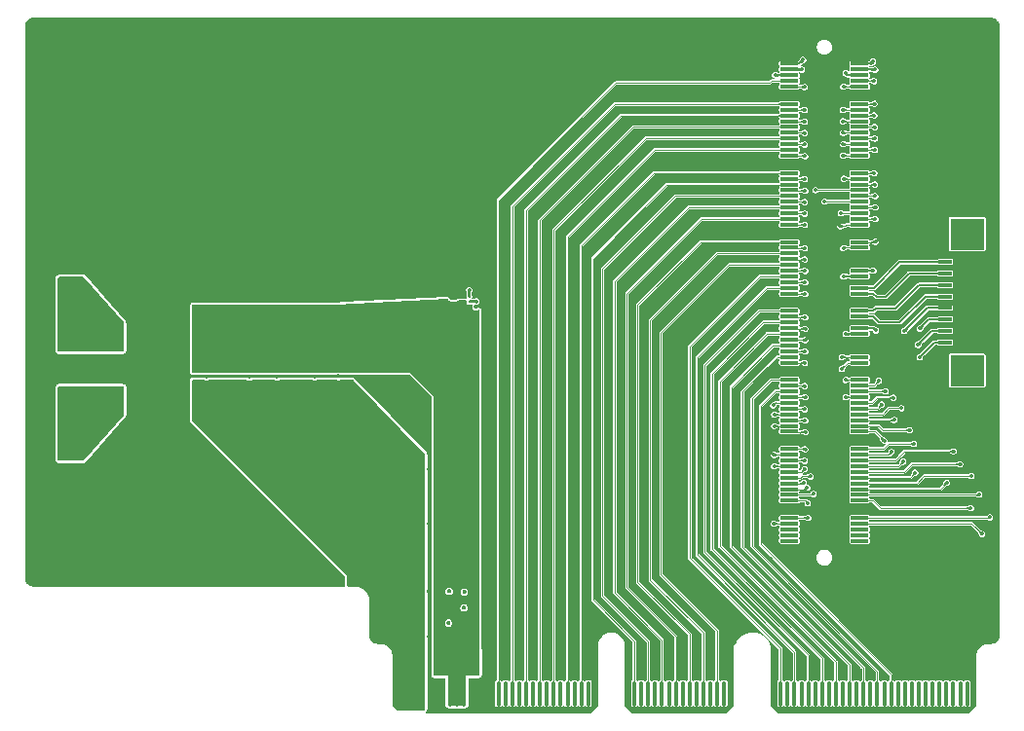
<source format=gbr>
%TF.GenerationSoftware,KiCad,Pcbnew,9.0.4*%
%TF.CreationDate,2025-08-26T10:42:32+02:00*%
%TF.ProjectId,HYDRA_VMM3_CARD_V3_Flex,48594452-415f-4564-9d4d-335f43415244,rev?*%
%TF.SameCoordinates,Original*%
%TF.FileFunction,Copper,L1,Top*%
%TF.FilePolarity,Positive*%
%FSLAX46Y46*%
G04 Gerber Fmt 4.6, Leading zero omitted, Abs format (unit mm)*
G04 Created by KiCad (PCBNEW 9.0.4) date 2025-08-26 10:42:32*
%MOMM*%
%LPD*%
G01*
G04 APERTURE LIST*
G04 Aperture macros list*
%AMRoundRect*
0 Rectangle with rounded corners*
0 $1 Rounding radius*
0 $2 $3 $4 $5 $6 $7 $8 $9 X,Y pos of 4 corners*
0 Add a 4 corners polygon primitive as box body*
4,1,4,$2,$3,$4,$5,$6,$7,$8,$9,$2,$3,0*
0 Add four circle primitives for the rounded corners*
1,1,$1+$1,$2,$3*
1,1,$1+$1,$4,$5*
1,1,$1+$1,$6,$7*
1,1,$1+$1,$8,$9*
0 Add four rect primitives between the rounded corners*
20,1,$1+$1,$2,$3,$4,$5,0*
20,1,$1+$1,$4,$5,$6,$7,0*
20,1,$1+$1,$6,$7,$8,$9,0*
20,1,$1+$1,$8,$9,$2,$3,0*%
G04 Aperture macros list end*
%TA.AperFunction,ComponentPad*%
%ADD10C,2.000000*%
%TD*%
%TA.AperFunction,SMDPad,CuDef*%
%ADD11RoundRect,0.250000X0.412500X0.925000X-0.412500X0.925000X-0.412500X-0.925000X0.412500X-0.925000X0*%
%TD*%
%TA.AperFunction,SMDPad,CuDef*%
%ADD12RoundRect,0.095000X-0.095000X-0.965000X0.095000X-0.965000X0.095000X0.965000X-0.095000X0.965000X0*%
%TD*%
%TA.AperFunction,ComponentPad*%
%ADD13C,1.600000*%
%TD*%
%TA.AperFunction,SMDPad,CuDef*%
%ADD14RoundRect,0.068182X-0.731818X0.081818X-0.731818X-0.081818X0.731818X-0.081818X0.731818X0.081818X0*%
%TD*%
%TA.AperFunction,SMDPad,CuDef*%
%ADD15RoundRect,0.400000X-1.150000X0.400000X-1.150000X-0.400000X1.150000X-0.400000X1.150000X0.400000X0*%
%TD*%
%TA.AperFunction,SMDPad,CuDef*%
%ADD16RoundRect,0.159091X-0.640909X0.190909X-0.640909X-0.190909X0.640909X-0.190909X0.640909X0.190909X0*%
%TD*%
%TA.AperFunction,SMDPad,CuDef*%
%ADD17C,0.300000*%
%TD*%
%TA.AperFunction,ComponentPad*%
%ADD18R,1.600000X1.600000*%
%TD*%
%TA.AperFunction,SMDPad,CuDef*%
%ADD19RoundRect,0.140000X0.170000X-0.140000X0.170000X0.140000X-0.170000X0.140000X-0.170000X-0.140000X0*%
%TD*%
%TA.AperFunction,SMDPad,CuDef*%
%ADD20R,1.200000X0.300000*%
%TD*%
%TA.AperFunction,SMDPad,CuDef*%
%ADD21R,3.000000X2.700000*%
%TD*%
%TA.AperFunction,ViaPad*%
%ADD22C,0.350000*%
%TD*%
%TA.AperFunction,Conductor*%
%ADD23C,0.300000*%
%TD*%
%TA.AperFunction,Conductor*%
%ADD24C,0.100000*%
%TD*%
%TA.AperFunction,Conductor*%
%ADD25C,0.200000*%
%TD*%
%TA.AperFunction,Conductor*%
%ADD26C,0.250000*%
%TD*%
G04 APERTURE END LIST*
D10*
%TO.P,15,1*%
%TO.N,GND*%
X134778000Y-122000000D03*
%TD*%
%TO.P,,1*%
%TO.N,GND*%
X193073000Y-121980000D03*
%TD*%
%TO.P,,1*%
%TO.N,GND*%
X193073000Y-78280000D03*
%TD*%
%TO.P,,1*%
%TO.N,GND*%
X129698000Y-78300000D03*
%TD*%
D11*
%TO.P,C11,1*%
%TO.N,P1_Out*%
X118773500Y-100713500D03*
%TO.P,C11,2*%
%TO.N,GND*%
X115698500Y-100713500D03*
%TD*%
D10*
%TO.P,,1*%
%TO.N,GND*%
X190533000Y-78280000D03*
%TD*%
%TO.P,11,1*%
%TO.N,GND*%
X129698000Y-122000000D03*
%TD*%
%TO.P,,1*%
%TO.N,GND*%
X132238000Y-80840000D03*
%TD*%
D11*
%TO.P,C9,1*%
%TO.N,P2_Out*%
X118773500Y-113713500D03*
%TO.P,C9,2*%
%TO.N,GND*%
X115698500Y-113713500D03*
%TD*%
D12*
%TO.P,J1,B1,B1*%
%TO.N,P2*%
X147630000Y-135460000D03*
%TO.P,J1,B2,B2*%
X148230000Y-135460000D03*
%TO.P,J1,B3,B3*%
X148830000Y-135460000D03*
%TO.P,J1,B4,B4*%
X149430000Y-135460000D03*
%TO.P,J1,B5,B5*%
%TO.N,GND*%
X150030000Y-135460000D03*
%TO.P,J1,B6,B6*%
X150630000Y-135460000D03*
%TO.P,J1,B7,B7*%
X151230000Y-135460000D03*
%TO.P,J1,B8,B8*%
%TO.N,P1*%
X151830000Y-135460000D03*
%TO.P,J1,B9,B9*%
X152430000Y-135460000D03*
%TO.P,J1,B10,B10*%
X153030000Y-135460000D03*
%TO.P,J1,B11,B11*%
%TO.N,GND*%
X153630000Y-135460000D03*
%TO.P,J1,B12,B12*%
X154230000Y-135460000D03*
%TO.P,J1,B13,B13*%
X154830000Y-135460000D03*
%TO.P,J1,B14,B14*%
X155430000Y-135460000D03*
%TO.P,J1,B15,B15*%
%TO.N,Ch_0*%
X156030000Y-135460000D03*
%TO.P,J1,B16,B16*%
%TO.N,Ch_2*%
X156630000Y-135460000D03*
%TO.P,J1,B17,B17*%
%TO.N,Ch_4*%
X157230000Y-135460000D03*
%TO.P,J1,B18,B18*%
%TO.N,Ch_6*%
X157830000Y-135460000D03*
%TO.P,J1,B19,B19*%
%TO.N,Ch_8*%
X158430000Y-135460000D03*
%TO.P,J1,B20,B20*%
%TO.N,Ch_10*%
X159030000Y-135460000D03*
%TO.P,J1,B21,B21*%
%TO.N,Ch_12*%
X159630000Y-135460000D03*
%TO.P,J1,B22,B22*%
%TO.N,Ch_14*%
X160230000Y-135460000D03*
%TO.P,J1,B23,B23*%
%TO.N,Ch_16*%
X160830000Y-135460000D03*
%TO.P,J1,B24,B24*%
%TO.N,Ch_18*%
X161430000Y-135460000D03*
%TO.P,J1,B25,B25*%
%TO.N,Ch_20*%
X162030000Y-135460000D03*
%TO.P,J1,B26,B26*%
%TO.N,Ch_22*%
X162630000Y-135460000D03*
%TO.P,J1,B27,B27*%
%TO.N,Ch_24*%
X163230000Y-135460000D03*
%TO.P,J1,B28,B28*%
%TO.N,Ch_26*%
X163830000Y-135460000D03*
%TO.P,J1,B29,B29*%
%TO.N,Ch_28*%
X167840000Y-135460000D03*
%TO.P,J1,B30,B30*%
%TO.N,Ch_30*%
X168440000Y-135460000D03*
%TO.P,J1,B31,B31*%
%TO.N,Ch_32*%
X169040000Y-135460000D03*
%TO.P,J1,B32,B32*%
%TO.N,Ch_34*%
X169640000Y-135460000D03*
%TO.P,J1,B33,B33*%
%TO.N,Ch_36*%
X170240000Y-135460000D03*
%TO.P,J1,B34,B34*%
%TO.N,Ch_38*%
X170840000Y-135460000D03*
%TO.P,J1,B35,B35*%
%TO.N,Ch_40*%
X171440000Y-135460000D03*
%TO.P,J1,B36,B36*%
%TO.N,Ch_42*%
X172040000Y-135460000D03*
%TO.P,J1,B37,B37*%
%TO.N,Ch_44*%
X172640000Y-135460000D03*
%TO.P,J1,B38,B38*%
%TO.N,Ch_46*%
X173240000Y-135460000D03*
%TO.P,J1,B39,B39*%
%TO.N,Ch_48*%
X173840000Y-135460000D03*
%TO.P,J1,B40,B40*%
%TO.N,Ch_50*%
X174440000Y-135460000D03*
%TO.P,J1,B41,B41*%
%TO.N,Ch_52*%
X175040000Y-135460000D03*
%TO.P,J1,B42,B42*%
%TO.N,Ch_54*%
X175640000Y-135460000D03*
%TO.P,J1,B43,B43*%
%TO.N,Ch_56*%
X180550000Y-135460000D03*
%TO.P,J1,B44,B44*%
%TO.N,Ch_58*%
X181150000Y-135460000D03*
%TO.P,J1,B45,B45*%
%TO.N,Ch_60*%
X181750000Y-135460000D03*
%TO.P,J1,B46,B46*%
%TO.N,Ch_62*%
X182350000Y-135460000D03*
%TO.P,J1,B47,B47*%
%TO.N,Ch_64*%
X182950000Y-135460000D03*
%TO.P,J1,B48,B48*%
%TO.N,Ch_66*%
X183550000Y-135460000D03*
%TO.P,J1,B49,B49*%
%TO.N,Ch_68*%
X184150000Y-135460000D03*
%TO.P,J1,B50,B50*%
%TO.N,Ch_70*%
X184750000Y-135460000D03*
%TO.P,J1,B51,B51*%
%TO.N,Ch_72*%
X185350000Y-135460000D03*
%TO.P,J1,B52,B52*%
%TO.N,Ch_74*%
X185950000Y-135460000D03*
%TO.P,J1,B53,B53*%
%TO.N,Ch_76*%
X186550000Y-135460000D03*
%TO.P,J1,B54,B54*%
%TO.N,Ch_78*%
X187150000Y-135460000D03*
%TO.P,J1,B55,B55*%
%TO.N,Ch_80*%
X187750000Y-135460000D03*
%TO.P,J1,B56,B56*%
%TO.N,Ch_82*%
X188350000Y-135460000D03*
%TO.P,J1,B57,B57*%
%TO.N,Ch_84*%
X188950000Y-135460000D03*
%TO.P,J1,B58,B58*%
%TO.N,Ch_86*%
X189550000Y-135460000D03*
%TO.P,J1,B59,B59*%
%TO.N,Ch_88*%
X190150000Y-135460000D03*
%TO.P,J1,B60,B60*%
%TO.N,Ch_90*%
X190750000Y-135460000D03*
%TO.P,J1,B61,B61*%
%TO.N,Ch_92*%
X191350000Y-135460000D03*
%TO.P,J1,B62,B62*%
%TO.N,Ch_110*%
X191950000Y-135460000D03*
%TO.P,J1,B63,B63*%
%TO.N,Ch_106*%
X192550000Y-135460000D03*
%TO.P,J1,B64,B64*%
%TO.N,Ch_100*%
X193150000Y-135460000D03*
%TO.P,J1,B65,B65*%
%TO.N,Ch_96*%
X193750000Y-135460000D03*
%TO.P,J1,B66,B66*%
%TO.N,Ch_108*%
X194350000Y-135460000D03*
%TO.P,J1,B67,B67*%
%TO.N,Ch_104*%
X194950000Y-135460000D03*
%TO.P,J1,B68,B68*%
%TO.N,Ch_102*%
X195550000Y-135460000D03*
%TO.P,J1,B69,B69*%
%TO.N,Ch_98*%
X196150000Y-135460000D03*
%TO.P,J1,B70,B70*%
%TO.N,Ch_94*%
X196750000Y-135460000D03*
%TD*%
D10*
%TO.P,,1*%
%TO.N,GND*%
X190533000Y-121980000D03*
%TD*%
%TO.P,,1*%
%TO.N,GND*%
X193073000Y-124520000D03*
%TD*%
%TO.P,,1*%
%TO.N,GND*%
X193073000Y-80820000D03*
%TD*%
%TO.P,17,1*%
%TO.N,GND*%
X171493000Y-124540000D03*
%TD*%
%TO.P,13,1*%
%TO.N,GND*%
X137318000Y-80840000D03*
%TD*%
D13*
%TO.P,3.3V1,1,1*%
%TO.N,P1_Out*%
X121980000Y-104590000D03*
%TD*%
D10*
%TO.P,,1*%
%TO.N,GND*%
X129698000Y-80840000D03*
%TD*%
%TO.P,,1*%
%TO.N,GND*%
X190533000Y-124520000D03*
%TD*%
%TO.P,,1*%
%TO.N,GND*%
X134778000Y-80840000D03*
%TD*%
D14*
%TO.P,U1,1,1*%
%TO.N,bit_0*%
X187398000Y-80676000D03*
%TO.P,U1,2,2*%
%TO.N,bit_1*%
X181298000Y-80676000D03*
%TO.P,U1,3,3*%
%TO.N,bit_2*%
X187398000Y-81176000D03*
%TO.P,U1,4,4*%
%TO.N,bit_3*%
X181298000Y-81176000D03*
%TO.P,U1,5,5*%
%TO.N,bit_4*%
X187398000Y-81676000D03*
%TO.P,U1,6,6*%
%TO.N,bit_5*%
X181298000Y-81676000D03*
%TO.P,U1,7,7*%
%TO.N,Ch_1*%
X187398000Y-82176000D03*
%TO.P,U1,8,8*%
%TO.N,Ch_0*%
X181298000Y-82176000D03*
%TO.P,U1,9,9*%
%TO.N,Ch_3*%
X187398000Y-82676000D03*
%TO.P,U1,10,10*%
%TO.N,Ch_2*%
X181298000Y-82676000D03*
%TO.P,U1,11,11*%
%TO.N,Ch_5*%
X187398000Y-84176000D03*
%TO.P,U1,12,12*%
%TO.N,Ch_4*%
X181298000Y-84176000D03*
%TO.P,U1,13,13*%
%TO.N,Ch_7*%
X187398000Y-84676000D03*
%TO.P,U1,14,14*%
%TO.N,Ch_6*%
X181298000Y-84676000D03*
%TO.P,U1,15,15*%
%TO.N,Ch_9*%
X187398000Y-85176000D03*
%TO.P,U1,16,16*%
%TO.N,Ch_8*%
X181298000Y-85176000D03*
%TO.P,U1,17,17*%
%TO.N,Ch_11*%
X187398000Y-85676000D03*
%TO.P,U1,18,18*%
%TO.N,Ch_10*%
X181298000Y-85676000D03*
%TO.P,U1,19,19*%
%TO.N,Ch_13*%
X187398000Y-86176000D03*
%TO.P,U1,20,20*%
%TO.N,Ch_12*%
X181298000Y-86176000D03*
%TO.P,U1,21,21*%
%TO.N,Ch_15*%
X187398000Y-86676000D03*
%TO.P,U1,22,22*%
%TO.N,Ch_14*%
X181298000Y-86676000D03*
%TO.P,U1,23,23*%
%TO.N,Ch_17*%
X187398000Y-87176000D03*
%TO.P,U1,24,24*%
%TO.N,Ch_16*%
X181298000Y-87176000D03*
%TO.P,U1,25,25*%
%TO.N,Ch_19*%
X187398000Y-87676000D03*
%TO.P,U1,26,26*%
%TO.N,Ch_18*%
X181298000Y-87676000D03*
%TO.P,U1,27,27*%
%TO.N,Ch_21*%
X187398000Y-88176000D03*
%TO.P,U1,28,28*%
%TO.N,Ch_20*%
X181298000Y-88176000D03*
%TO.P,U1,29,29*%
%TO.N,Ch_23*%
X187398000Y-88676000D03*
%TO.P,U1,30,30*%
%TO.N,Ch_22*%
X181298000Y-88676000D03*
%TO.P,U1,31,31*%
%TO.N,Ch_25*%
X187398000Y-90176000D03*
%TO.P,U1,32,32*%
%TO.N,Ch_24*%
X181298000Y-90176000D03*
%TO.P,U1,33,33*%
%TO.N,Ch_27*%
X187398000Y-90676000D03*
%TO.P,U1,34,34*%
%TO.N,Ch_26*%
X181298000Y-90676000D03*
%TO.P,U1,35,35*%
%TO.N,Ch_29*%
X187398000Y-91176000D03*
%TO.P,U1,36,36*%
%TO.N,Ch_28*%
X181298000Y-91176000D03*
%TO.P,U1,37,37*%
%TO.N,Ch_31*%
X187398000Y-91676000D03*
%TO.P,U1,38,38*%
%TO.N,Ch_30*%
X181298000Y-91676000D03*
%TO.P,U1,39,39*%
%TO.N,Ch_33*%
X187398000Y-92176000D03*
%TO.P,U1,40,40*%
%TO.N,Ch_32*%
X181298000Y-92176000D03*
%TO.P,U1,41,41*%
%TO.N,Ch_35*%
X187398000Y-92676000D03*
%TO.P,U1,42,42*%
%TO.N,Ch_34*%
X181298000Y-92676000D03*
%TO.P,U1,43,43*%
%TO.N,Ch_37*%
X187398000Y-93176000D03*
%TO.P,U1,44,44*%
%TO.N,Ch_36*%
X181298000Y-93176000D03*
%TO.P,U1,45,45*%
%TO.N,Ch_39*%
X187398000Y-93676000D03*
%TO.P,U1,46,46*%
%TO.N,Ch_38*%
X181298000Y-93676000D03*
%TO.P,U1,47,47*%
%TO.N,Ch_41*%
X187398000Y-94176000D03*
%TO.P,U1,48,48*%
%TO.N,Ch_40*%
X181298000Y-94176000D03*
%TO.P,U1,49,49*%
%TO.N,Ch_43*%
X187398000Y-94676000D03*
%TO.P,U1,50,50*%
%TO.N,Ch_42*%
X181298000Y-94676000D03*
%TO.P,U1,51,51*%
%TO.N,Ch_45*%
X187398000Y-96176000D03*
%TO.P,U1,52,52*%
%TO.N,Ch_44*%
X181298000Y-96176000D03*
%TO.P,U1,53,53*%
%TO.N,Ch_47*%
X187398000Y-96676000D03*
%TO.P,U1,54,54*%
%TO.N,Ch_46*%
X181298000Y-96676000D03*
%TO.P,U1,55,55*%
%TO.N,GND*%
X187398000Y-97176000D03*
%TO.P,U1,56,56*%
%TO.N,Ch_48*%
X181298000Y-97176000D03*
%TO.P,U1,57,57*%
%TO.N,GND*%
X187398000Y-97676000D03*
%TO.P,U1,58,58*%
%TO.N,Ch_50*%
X181298000Y-97676000D03*
%TO.P,U1,59,59*%
%TO.N,GND*%
X187398000Y-98176000D03*
%TO.P,U1,60,60*%
%TO.N,Ch_52*%
X181298000Y-98176000D03*
%TO.P,U1,61,61*%
%TO.N,Ch_57*%
X187398000Y-98676000D03*
%TO.P,U1,62,62*%
%TO.N,Ch_54*%
X181298000Y-98676000D03*
%TO.P,U1,63,63*%
%TO.N,Ch_55*%
X187398000Y-99176000D03*
%TO.P,U1,64,64*%
%TO.N,Ch_56*%
X181298000Y-99176000D03*
%TO.P,U1,65,65*%
%TO.N,GND*%
X187398000Y-99676000D03*
%TO.P,U1,66,66*%
%TO.N,Ch_58*%
X181298000Y-99676000D03*
%TO.P,U1,67,67*%
%TO.N,Ch_61*%
X187398000Y-100176000D03*
%TO.P,U1,68,68*%
%TO.N,Ch_60*%
X181298000Y-100176000D03*
%TO.P,U1,69,69*%
%TO.N,Ch_63*%
X187398000Y-100676000D03*
%TO.P,U1,70,70*%
%TO.N,Ch_62*%
X181298000Y-100676000D03*
%TO.P,U1,71,71*%
%TO.N,Ch_65*%
X187398000Y-102176000D03*
%TO.P,U1,72,72*%
%TO.N,Ch_64*%
X181298000Y-102176000D03*
%TO.P,U1,73,73*%
%TO.N,Ch_67*%
X187398000Y-102676000D03*
%TO.P,U1,74,74*%
%TO.N,Ch_66*%
X181298000Y-102676000D03*
%TO.P,U1,75,75*%
%TO.N,GND*%
X187398000Y-103176000D03*
%TO.P,U1,76,76*%
%TO.N,Ch_68*%
X181298000Y-103176000D03*
%TO.P,U1,77,77*%
%TO.N,Ch_71*%
X187398000Y-103676000D03*
%TO.P,U1,78,78*%
%TO.N,Ch_70*%
X181298000Y-103676000D03*
%TO.P,U1,79,79*%
%TO.N,Ch_73*%
X187398000Y-104176000D03*
%TO.P,U1,80,80*%
%TO.N,Ch_72*%
X181298000Y-104176000D03*
%TO.P,U1,81,81*%
%TO.N,GND*%
X187398000Y-104676000D03*
%TO.P,U1,82,82*%
%TO.N,Ch_74*%
X181298000Y-104676000D03*
%TO.P,U1,83,83*%
%TO.N,GND*%
X187398000Y-105176000D03*
%TO.P,U1,84,84*%
%TO.N,Ch_76*%
X181298000Y-105176000D03*
%TO.P,U1,85,85*%
%TO.N,GND*%
X187398000Y-105676000D03*
%TO.P,U1,86,86*%
%TO.N,Ch_78*%
X181298000Y-105676000D03*
%TO.P,U1,87,87*%
%TO.N,Ch_81*%
X187398000Y-106176000D03*
%TO.P,U1,88,88*%
%TO.N,Ch_80*%
X181298000Y-106176000D03*
%TO.P,U1,89,89*%
%TO.N,Ch_83*%
X187398000Y-106676000D03*
%TO.P,U1,90,90*%
%TO.N,Ch_82*%
X181298000Y-106676000D03*
%TO.P,U1,91,91*%
%TO.N,Ch_85*%
X187398000Y-108176000D03*
%TO.P,U1,92,92*%
%TO.N,Ch_84*%
X181298000Y-108176000D03*
%TO.P,U1,93,93*%
%TO.N,Ch_87*%
X187398000Y-108676000D03*
%TO.P,U1,94,94*%
%TO.N,Ch_86*%
X181298000Y-108676000D03*
%TO.P,U1,95,95*%
%TO.N,Ch_89*%
X187398000Y-109176000D03*
%TO.P,U1,96,96*%
%TO.N,Ch_88*%
X181298000Y-109176000D03*
%TO.P,U1,97,97*%
%TO.N,Ch_91*%
X187398000Y-109676000D03*
%TO.P,U1,98,98*%
%TO.N,Ch_90*%
X181298000Y-109676000D03*
%TO.P,U1,99,99*%
%TO.N,Ch_93*%
X187398000Y-110176000D03*
%TO.P,U1,100,100*%
%TO.N,Ch_92*%
X181298000Y-110176000D03*
%TO.P,U1,101,101*%
%TO.N,Ch_95*%
X187398000Y-110676000D03*
%TO.P,U1,102,102*%
%TO.N,Ch_94*%
X181298000Y-110676000D03*
%TO.P,U1,103,103*%
%TO.N,Ch_97*%
X187398000Y-111176000D03*
%TO.P,U1,104,104*%
%TO.N,Ch_96*%
X181298000Y-111176000D03*
%TO.P,U1,105,105*%
%TO.N,Ch_99*%
X187398000Y-111676000D03*
%TO.P,U1,106,106*%
%TO.N,Ch_98*%
X181298000Y-111676000D03*
%TO.P,U1,107,107*%
%TO.N,Ch_101*%
X187398000Y-112176000D03*
%TO.P,U1,108,108*%
%TO.N,Ch_100*%
X181298000Y-112176000D03*
%TO.P,U1,109,109*%
%TO.N,Ch_103*%
X187398000Y-112676000D03*
%TO.P,U1,110,110*%
%TO.N,Ch_102*%
X181298000Y-112676000D03*
%TO.P,U1,111,111*%
%TO.N,Ch_105*%
X187398000Y-114176000D03*
%TO.P,U1,112,112*%
%TO.N,Ch_104*%
X181298000Y-114176000D03*
%TO.P,U1,113,113*%
%TO.N,Ch_107*%
X187398000Y-114676000D03*
%TO.P,U1,114,114*%
%TO.N,Ch_106*%
X181298000Y-114676000D03*
%TO.P,U1,115,115*%
%TO.N,Ch_109*%
X187398000Y-115176000D03*
%TO.P,U1,116,116*%
%TO.N,Ch_108*%
X181298000Y-115176000D03*
%TO.P,U1,117,117*%
%TO.N,Ch_111*%
X187398000Y-115676000D03*
%TO.P,U1,118,118*%
%TO.N,Ch_110*%
X181298000Y-115676000D03*
%TO.P,U1,119,119*%
%TO.N,Ch_113*%
X187398000Y-116176000D03*
%TO.P,U1,120,120*%
%TO.N,Ch_112*%
X181298000Y-116176000D03*
%TO.P,U1,121,121*%
%TO.N,Ch_115*%
X187398000Y-116676000D03*
%TO.P,U1,122,122*%
%TO.N,Ch_114*%
X181298000Y-116676000D03*
%TO.P,U1,123,123*%
%TO.N,Ch_117*%
X187398000Y-117176000D03*
%TO.P,U1,124,124*%
%TO.N,Ch_116*%
X181298000Y-117176000D03*
%TO.P,U1,125,125*%
%TO.N,Ch_119*%
X187398000Y-117676000D03*
%TO.P,U1,126,126*%
%TO.N,Ch_118*%
X181298000Y-117676000D03*
%TO.P,U1,127,127*%
%TO.N,Ch_121*%
X187398000Y-118176000D03*
%TO.P,U1,128,128*%
%TO.N,Ch_120*%
X181298000Y-118176000D03*
%TO.P,U1,129,129*%
%TO.N,Ch_123*%
X187398000Y-118676000D03*
%TO.P,U1,130,130*%
%TO.N,Ch_122*%
X181298000Y-118676000D03*
%TO.P,U1,131,131*%
%TO.N,Ch_125*%
X187398000Y-120176000D03*
%TO.P,U1,132,132*%
%TO.N,Ch_124*%
X181298000Y-120176000D03*
%TO.P,U1,133,133*%
%TO.N,Ch_127*%
X187398000Y-120676000D03*
%TO.P,U1,134,134*%
%TO.N,Ch_126*%
X181298000Y-120676000D03*
%TO.P,U1,135,135*%
%TO.N,unconnected-(U1-Pad135)*%
X187398000Y-121176000D03*
%TO.P,U1,136,136*%
%TO.N,unconnected-(U1-Pad136)*%
X181298000Y-121176000D03*
%TO.P,U1,137,137*%
%TO.N,unconnected-(U1-Pad137)*%
X187398000Y-121676000D03*
%TO.P,U1,138,138*%
%TO.N,unconnected-(U1-Pad138)*%
X181298000Y-121676000D03*
%TO.P,U1,139,139*%
%TO.N,unconnected-(U1-Pad139)*%
X187398000Y-122176000D03*
%TO.P,U1,140,140*%
%TO.N,unconnected-(U1-Pad140)*%
X181298000Y-122176000D03*
D15*
%TO.P,U1,141,GND*%
%TO.N,GND*%
X184348000Y-77476000D03*
D16*
X187398000Y-83426000D03*
X181298000Y-83426000D03*
X187398000Y-89426000D03*
X181298000Y-89426000D03*
X187398000Y-95426000D03*
X181298000Y-95426000D03*
X187398000Y-101426000D03*
X181298000Y-101426000D03*
X187398000Y-107426000D03*
X181298000Y-107426000D03*
X187398000Y-113426000D03*
X181298000Y-113426000D03*
X187398000Y-119426000D03*
X181298000Y-119426000D03*
D15*
X184348000Y-125376000D03*
%TD*%
D10*
%TO.P,24,1*%
%TO.N,GND*%
X137318000Y-122000000D03*
%TD*%
%TO.P,9,1*%
%TO.N,GND*%
X134778000Y-124540000D03*
%TD*%
%TO.P,1,1*%
%TO.N,GND*%
X171493000Y-80840000D03*
%TD*%
%TO.P,12,1*%
%TO.N,GND*%
X132238000Y-122000000D03*
%TD*%
D17*
%TO.P,Temp_1,1,V+*%
%TO.N,P1*%
X153084000Y-101338500D03*
%TO.P,Temp_1,2,GND*%
%TO.N,GND*%
X153084000Y-100938500D03*
%TO.P,Temp_1,3,TX*%
%TO.N,TX*%
X153484000Y-101338500D03*
%TO.P,Temp_1,4,RX*%
%TO.N,RX*%
X153484000Y-100938500D03*
%TD*%
D10*
%TO.P,2,1*%
%TO.N,GND*%
X174033000Y-80820000D03*
%TD*%
D18*
%TO.P,GND1,1,1*%
%TO.N,GND*%
X121980000Y-107130000D03*
%TD*%
D10*
%TO.P,5,1*%
%TO.N,GND*%
X174033000Y-78280000D03*
%TD*%
%TO.P,20,1*%
%TO.N,GND*%
X171493000Y-122000000D03*
%TD*%
%TO.P,,1*%
%TO.N,GND*%
X134778000Y-78300000D03*
%TD*%
%TO.P,,1*%
%TO.N,GND*%
X190533000Y-80820000D03*
%TD*%
D19*
%TO.P,C1,1*%
%TO.N,P1*%
X152110000Y-101898500D03*
%TO.P,C1,2*%
%TO.N,GND*%
X152110000Y-100938500D03*
%TD*%
D13*
%TO.P,1.8V1,1,1*%
%TO.N,P2_Out*%
X121980000Y-109670000D03*
%TD*%
D10*
%TO.P,4,1*%
%TO.N,GND*%
X171493000Y-78300000D03*
%TD*%
D20*
%TO.P,J2,1,Pin_1*%
%TO.N,GND*%
X194852000Y-105426000D03*
%TO.P,J2,2,Pin_2*%
%TO.N,Ch_73*%
X194852000Y-104926000D03*
%TO.P,J2,3,Pin_3*%
%TO.N,GND*%
X194852000Y-104426000D03*
%TO.P,J2,4,Pin_4*%
%TO.N,Ch_71*%
X194852000Y-103926000D03*
%TO.P,J2,5,Pin_5*%
%TO.N,GND*%
X194852000Y-103426000D03*
%TO.P,J2,6,Pin_6*%
%TO.N,Ch_57*%
X194852000Y-102926000D03*
%TO.P,J2,7,Pin_7*%
%TO.N,GND*%
X194852000Y-102426000D03*
%TO.P,J2,8,Pin_8*%
%TO.N,Ch_55*%
X194852000Y-101926000D03*
%TO.P,J2,9,Pin_9*%
%TO.N,GND*%
X194852000Y-101426000D03*
%TO.P,J2,10,Pin_10*%
%TO.N,Ch_67*%
X194852000Y-100926000D03*
%TO.P,J2,11,Pin_11*%
%TO.N,GND*%
X194852000Y-100426000D03*
%TO.P,J2,12,Pin_12*%
%TO.N,Ch_65*%
X194852000Y-99926000D03*
%TO.P,J2,13,Pin_13*%
%TO.N,GND*%
X194852000Y-99426000D03*
%TO.P,J2,14,Pin_14*%
%TO.N,Ch_63*%
X194852000Y-98926000D03*
%TO.P,J2,15,Pin_15*%
%TO.N,GND*%
X194852000Y-98426000D03*
%TO.P,J2,16,Pin_16*%
%TO.N,Ch_61*%
X194852000Y-97926000D03*
%TO.P,J2,17,Pin_17*%
%TO.N,GND*%
X194852000Y-97426000D03*
D21*
%TO.P,J2,Z1*%
%TO.N,N/C*%
X196752000Y-107356000D03*
%TO.P,J2,Z2*%
X196752000Y-95496000D03*
%TD*%
D10*
%TO.P,,1*%
%TO.N,GND*%
X132238000Y-78300000D03*
%TD*%
%TO.P,8,1*%
%TO.N,GND*%
X132238000Y-124540000D03*
%TD*%
D11*
%TO.P,C10,1*%
%TO.N,P2_Out*%
X118773500Y-110198500D03*
%TO.P,C10,2*%
%TO.N,GND*%
X115698500Y-110198500D03*
%TD*%
D10*
%TO.P,7,1*%
%TO.N,GND*%
X129698000Y-124540000D03*
%TD*%
%TO.P,23,1*%
%TO.N,GND*%
X137318000Y-124540000D03*
%TD*%
%TO.P,14,1*%
%TO.N,GND*%
X137318000Y-78300000D03*
%TD*%
D11*
%TO.P,C8,1*%
%TO.N,P1_Out*%
X118773500Y-104213500D03*
%TO.P,C8,2*%
%TO.N,GND*%
X115698500Y-104213500D03*
%TD*%
D22*
%TO.N,P2*%
X133890000Y-113670000D03*
X131890000Y-111170000D03*
X133390000Y-113670000D03*
X133890000Y-111670000D03*
X132890000Y-111170000D03*
X131390000Y-111170000D03*
X131890000Y-110170000D03*
X131890000Y-111670000D03*
X131890000Y-109670000D03*
X132890000Y-108670000D03*
X132890000Y-111670000D03*
X132390000Y-113670000D03*
X147630000Y-136260000D03*
X132390000Y-110170000D03*
X131890000Y-110670000D03*
X131890000Y-112670000D03*
X133390000Y-110170000D03*
X132890000Y-112170000D03*
X148230000Y-135460000D03*
X133390000Y-114170000D03*
X149430000Y-135460000D03*
X148230000Y-135860000D03*
X131890000Y-112170000D03*
X133890000Y-110170000D03*
X131890000Y-109170000D03*
X133390000Y-111170000D03*
X148230000Y-134660000D03*
X148830000Y-136260000D03*
X131390000Y-108670000D03*
X132390000Y-111170000D03*
X132390000Y-112670000D03*
X131390000Y-110670000D03*
X132390000Y-112170000D03*
X133890000Y-109170000D03*
X132390000Y-109170000D03*
X132890000Y-110170000D03*
X133890000Y-112670000D03*
X133890000Y-111170000D03*
X132390000Y-111670000D03*
X147630000Y-134660000D03*
X133390000Y-109670000D03*
X133890000Y-114170000D03*
X133890000Y-108670000D03*
X132390000Y-108670000D03*
X131390000Y-112170000D03*
X147630000Y-135060000D03*
X132390000Y-110670000D03*
X131390000Y-111670000D03*
X131890000Y-108670000D03*
X148230000Y-136260000D03*
X133390000Y-110670000D03*
X131390000Y-109670000D03*
X148830000Y-135860000D03*
X132890000Y-113670000D03*
X132390000Y-114170000D03*
X133890000Y-112170000D03*
X148830000Y-135460000D03*
X147630000Y-135860000D03*
X149430000Y-135860000D03*
X133390000Y-112670000D03*
X131890000Y-113670000D03*
X132390000Y-113170000D03*
X133390000Y-111670000D03*
X149430000Y-136260000D03*
X131390000Y-110170000D03*
X148230000Y-135060000D03*
X132890000Y-109670000D03*
X133390000Y-112170000D03*
X133390000Y-113170000D03*
X133890000Y-113170000D03*
X133890000Y-109670000D03*
X131390000Y-113170000D03*
X131390000Y-109170000D03*
X132890000Y-110670000D03*
X149430000Y-135060000D03*
X133890000Y-110670000D03*
X133390000Y-109170000D03*
X148830000Y-134660000D03*
X132890000Y-109170000D03*
X133390000Y-108670000D03*
X132390000Y-109670000D03*
X131390000Y-112670000D03*
X132890000Y-112670000D03*
X131890000Y-113170000D03*
X147630000Y-135460000D03*
X148830000Y-135060000D03*
X149430000Y-134660000D03*
X132890000Y-113170000D03*
X132890000Y-114170000D03*
%TO.N,P1*%
X132890000Y-103590000D03*
X132890000Y-106590000D03*
X130890000Y-103590000D03*
X133390000Y-103590000D03*
X130890000Y-106590000D03*
X131390000Y-105590000D03*
X132390000Y-103590000D03*
X131390000Y-104590000D03*
X133890000Y-104590000D03*
X131390000Y-102590000D03*
X133890000Y-102590000D03*
X131890000Y-102590000D03*
X130890000Y-105590000D03*
X132390000Y-104590000D03*
X133390000Y-104590000D03*
X132890000Y-105590000D03*
X131890000Y-105590000D03*
X133390000Y-102590000D03*
X133890000Y-103590000D03*
X131390000Y-103590000D03*
X132890000Y-102590000D03*
X133890000Y-105590000D03*
X131390000Y-106590000D03*
X131890000Y-103590000D03*
X133890000Y-106590000D03*
X150730000Y-126600000D03*
X131890000Y-104590000D03*
X133390000Y-106590000D03*
X132390000Y-102590000D03*
X132390000Y-106590000D03*
X131890000Y-106590000D03*
X132390000Y-105590000D03*
X132890000Y-104590000D03*
X130890000Y-102590000D03*
X133390000Y-105590000D03*
X150730000Y-126220000D03*
%TO.N,Ch_1*%
X188670000Y-82180000D03*
%TO.N,Ch_25*%
X188690000Y-90180000D03*
%TO.N,Ch_13*%
X188730000Y-86180000D03*
%TO.N,Ch_93*%
X190360000Y-109720000D03*
%TO.N,Ch_39*%
X185790000Y-93670000D03*
%TO.N,Ch_119*%
X194980000Y-117120000D03*
%TO.N,Ch_123*%
X197070000Y-119330000D03*
%TO.N,Ch_107*%
X190190000Y-114440000D03*
%TO.N,Ch_73*%
X186180000Y-104190000D03*
X192620000Y-106190000D03*
%TO.N,Ch_5*%
X188700000Y-84150000D03*
%TO.N,Ch_127*%
X198050000Y-121570000D03*
%TO.N,Ch_103*%
X189545190Y-113454810D03*
%TO.N,Ch_21*%
X188720000Y-88180000D03*
%TO.N,Ch_117*%
X197110000Y-116550000D03*
%TO.N,Ch_31*%
X183562763Y-91678783D03*
%TO.N,Ch_41*%
X188780000Y-94180000D03*
%TO.N,Ch_47*%
X185990000Y-96700000D03*
%TO.N,Ch_111*%
X191196174Y-115275508D03*
%TO.N,Ch_125*%
X198720000Y-120130000D03*
%TO.N,Ch_11*%
X185950000Y-85680000D03*
%TO.N,Ch_19*%
X185980000Y-87680000D03*
%TO.N,Ch_15*%
X185960000Y-86680000D03*
%TO.N,Ch_121*%
X197790000Y-118160000D03*
%TO.N,Ch_45*%
X188790000Y-96170000D03*
%TO.N,Ch_95*%
X189330000Y-110310000D03*
%TO.N,Ch_9*%
X188690000Y-85170000D03*
%TO.N,Ch_87*%
X189100000Y-108250000D03*
%TO.N,Ch_97*%
X191040000Y-110630000D03*
%TO.N,Ch_83*%
X185855788Y-107220137D03*
%TO.N,Ch_99*%
X190420000Y-111650000D03*
%TO.N,Ch_85*%
X186180000Y-108180000D03*
%TO.N,Ch_23*%
X185970000Y-88670000D03*
%TO.N,Ch_113*%
X196150000Y-115500000D03*
%TO.N,Ch_89*%
X189660000Y-109170000D03*
%TO.N,Ch_37*%
X188790000Y-93170000D03*
%TO.N,Ch_81*%
X185880000Y-106190000D03*
%TO.N,Ch_7*%
X185960000Y-84690000D03*
%TO.N,Ch_43*%
X185730000Y-94810000D03*
%TO.N,Ch_29*%
X188750000Y-91180000D03*
%TO.N,Ch_71*%
X188830000Y-103860000D03*
X192480000Y-105130000D03*
%TO.N,Ch_33*%
X188780000Y-92190000D03*
%TO.N,Ch_57*%
X188600000Y-98660000D03*
X192640000Y-103700000D03*
%TO.N,Ch_3*%
X185990000Y-82670000D03*
%TO.N,Ch_27*%
X186030000Y-90670000D03*
%TO.N,Ch_105*%
X192135000Y-113750000D03*
%TO.N,Ch_17*%
X188720000Y-87180000D03*
%TO.N,Ch_115*%
X192240000Y-116250000D03*
%TO.N,Ch_55*%
X191290000Y-103930000D03*
X185990000Y-99170000D03*
%TO.N,Ch_91*%
X186190000Y-109680000D03*
%TO.N,Ch_109*%
X195580000Y-114390000D03*
%TO.N,Ch_35*%
X184380000Y-92670000D03*
%TO.N,Ch_101*%
X191760000Y-112560000D03*
%TO.N,Ch_22*%
X162630000Y-135460000D03*
X182670000Y-88710000D03*
%TO.N,Ch_108*%
X182640000Y-115200000D03*
X194350000Y-135460000D03*
%TO.N,Ch_102*%
X182690000Y-112710000D03*
X195550000Y-135460000D03*
%TO.N,Ch_94*%
X196750000Y-135460000D03*
X182650000Y-110720000D03*
%TO.N,Ch_114*%
X182660000Y-115900000D03*
%TO.N,Ch_82*%
X188350000Y-135460000D03*
X182660000Y-106690000D03*
%TO.N,Ch_70*%
X182690000Y-103730000D03*
X184750000Y-135460000D03*
%TO.N,Ch_120*%
X182850000Y-117560000D03*
%TO.N,bit_0*%
X188565000Y-80465000D03*
%TO.N,Ch_66*%
X183550000Y-135460000D03*
X182680000Y-102720000D03*
%TO.N,Ch_50*%
X174440000Y-135460000D03*
X182660000Y-97710000D03*
%TO.N,Ch_128*%
X179960000Y-120680000D03*
%TO.N,Ch_122*%
X183410000Y-118080000D03*
%TO.N,bit_1*%
X182501000Y-80330000D03*
%TO.N,Ch_104*%
X182690000Y-114210000D03*
X194950000Y-135460000D03*
%TO.N,Ch_90*%
X190750000Y-135460000D03*
X182700000Y-109690000D03*
%TO.N,Ch_42*%
X182660000Y-94700000D03*
X172040000Y-135460000D03*
%TO.N,Ch_100*%
X179990000Y-112190000D03*
X193150000Y-135460000D03*
%TO.N,Ch_38*%
X170840000Y-135460000D03*
X182650000Y-93700000D03*
%TO.N,Ch_110*%
X179980000Y-115690000D03*
X191950000Y-135460000D03*
%TO.N,Ch_62*%
X182680000Y-100710000D03*
X182350000Y-135460000D03*
%TO.N,Ch_86*%
X189550000Y-135460000D03*
X182650000Y-108710000D03*
%TO.N,Ch_58*%
X181150000Y-135460000D03*
X182670000Y-99690000D03*
%TO.N,Ch_54*%
X182670000Y-98690000D03*
X175640000Y-135460000D03*
%TO.N,Ch_124*%
X182910000Y-118920000D03*
%TO.N,Ch_34*%
X169640000Y-135460000D03*
X182640000Y-92700000D03*
%TO.N,bit_2*%
X188770000Y-81180000D03*
%TO.N,Ch_46*%
X182660000Y-96720000D03*
X173240000Y-135460000D03*
%TO.N,Ch_106*%
X192550000Y-135460000D03*
X179970000Y-114700000D03*
%TO.N,bit_5*%
X180081000Y-81659000D03*
%TO.N,Ch_92*%
X191350000Y-135460000D03*
X179897854Y-110388397D03*
%TO.N,Ch_74*%
X185950000Y-135460000D03*
X182690000Y-104710000D03*
%TO.N,Ch_98*%
X182680000Y-111700000D03*
X196150000Y-135460000D03*
%TO.N,Ch_30*%
X168440000Y-135460000D03*
X182670000Y-91720000D03*
%TO.N,Ch_126*%
X182940000Y-120170000D03*
%TO.N,Ch_116*%
X183166844Y-116563269D03*
%TO.N,Ch_118*%
X182570000Y-117120000D03*
%TO.N,Ch_96*%
X179990000Y-111210000D03*
X193750000Y-135460000D03*
%TO.N,Ch_26*%
X163830000Y-135460000D03*
X182660000Y-90700000D03*
%TO.N,Ch_18*%
X182640000Y-87700000D03*
X161430000Y-135460000D03*
%TO.N,Ch_78*%
X182680000Y-105710000D03*
X187150000Y-135460000D03*
%TO.N,Ch_14*%
X182640000Y-86690000D03*
X160230000Y-135460000D03*
%TO.N,GND*%
X179644430Y-123755570D03*
X173625000Y-122270000D03*
X183294657Y-119153542D03*
X123243176Y-122575294D03*
X141101643Y-88833095D03*
X197558449Y-116587371D03*
X150630000Y-135860000D03*
X181298000Y-89426000D03*
X179290000Y-106460000D03*
X189216566Y-94289142D03*
X192130000Y-129680000D03*
X160230000Y-113600000D03*
X173805554Y-126766068D03*
X167880000Y-83270000D03*
X189196980Y-103599562D03*
X191950000Y-99600000D03*
X157460000Y-87550000D03*
X152110000Y-100938500D03*
X159070000Y-101450000D03*
X150630000Y-134660000D03*
X165840000Y-92650000D03*
X171870000Y-101290000D03*
X128310000Y-115280000D03*
X153630000Y-135060000D03*
X117860000Y-89435002D03*
X154830000Y-135860000D03*
X157810000Y-101430000D03*
X189236303Y-93227587D03*
X160250000Y-128390000D03*
X182650000Y-88200000D03*
X190940000Y-104300000D03*
X116330000Y-113200000D03*
X197425679Y-125189407D03*
X196480000Y-86040000D03*
X117900000Y-84424998D03*
X115130000Y-110300000D03*
X177250000Y-91690000D03*
X185814807Y-103927062D03*
X169290000Y-101570000D03*
X182670000Y-85180000D03*
X169610000Y-133270000D03*
X184545797Y-109524876D03*
X186254000Y-103176000D03*
X115730000Y-104300000D03*
X133290000Y-118970000D03*
X174440000Y-132260000D03*
X163710000Y-115530000D03*
X141144572Y-93297711D03*
X164650000Y-114820000D03*
X122470454Y-92482060D03*
X147590000Y-108480000D03*
X182350000Y-133260000D03*
X182650000Y-86200000D03*
X154230000Y-135060000D03*
X179430000Y-83400000D03*
X128823947Y-92610847D03*
X169620000Y-119540000D03*
X169720000Y-105420000D03*
X162560000Y-132130000D03*
X176760000Y-129700000D03*
X187398000Y-119426000D03*
X161320000Y-83640000D03*
X196051951Y-132630435D03*
X191360000Y-114830000D03*
X184290000Y-106220000D03*
X153918415Y-100467704D03*
X122985602Y-118153606D03*
X182640000Y-97200000D03*
X196740000Y-77890000D03*
X155430000Y-134660000D03*
X161410000Y-95750000D03*
X178290000Y-84660000D03*
X178130000Y-96650000D03*
X133890000Y-83640000D03*
X153890000Y-100080000D03*
X179090000Y-99680000D03*
X185977505Y-83119829D03*
X178430000Y-110160000D03*
X153630000Y-135460000D03*
X185870288Y-89108816D03*
X171340000Y-119740000D03*
X151740000Y-126560000D03*
X154830000Y-135460000D03*
X193000000Y-105130000D03*
X170290000Y-128590000D03*
X195410000Y-92270000D03*
X147736000Y-79213500D03*
X182670000Y-111210000D03*
X139856701Y-99136056D03*
X150000000Y-130490000D03*
X153048120Y-100244888D03*
X197210000Y-81620000D03*
X115130000Y-113800000D03*
X168400000Y-132260000D03*
X176800000Y-120640000D03*
X174460000Y-133270000D03*
X154275612Y-100924207D03*
X189137396Y-85218367D03*
X151230000Y-136260000D03*
X134390000Y-107890000D03*
X118478056Y-124292454D03*
X189420000Y-101450000D03*
X160200000Y-102820000D03*
X115130000Y-109700000D03*
X154230000Y-135860000D03*
X187398000Y-89426000D03*
X116330000Y-109700000D03*
X128350000Y-82650000D03*
X172030000Y-132260000D03*
X120324004Y-96216884D03*
X156590000Y-108430000D03*
X173180000Y-132260000D03*
X153630000Y-135860000D03*
X194985886Y-117585507D03*
X115130000Y-104900000D03*
X173650000Y-97300000D03*
X168200058Y-92446771D03*
X152220000Y-78360000D03*
X156510000Y-101320000D03*
X150370000Y-82650000D03*
X195150000Y-82390000D03*
X150030000Y-135460000D03*
X136120000Y-95870000D03*
X193350000Y-100410000D03*
X121050000Y-84330000D03*
X187140000Y-133260000D03*
X168240000Y-98450000D03*
X189118911Y-82211319D03*
X115130000Y-100800000D03*
X162600000Y-110680000D03*
X155430000Y-135460000D03*
X156640000Y-133550000D03*
X171390000Y-116410000D03*
X156690000Y-131920000D03*
X116250000Y-116910000D03*
X179723138Y-120297379D03*
X187398000Y-83426000D03*
X136780000Y-107860000D03*
X167600000Y-106890000D03*
X185920000Y-133250000D03*
X156690000Y-119040000D03*
X182680000Y-106200000D03*
X122127022Y-81234661D03*
X120710000Y-88190000D03*
X138225399Y-93598215D03*
X151230000Y-134660000D03*
X161440000Y-132860000D03*
X141230000Y-125240000D03*
X172590000Y-84640000D03*
X123840000Y-96950000D03*
X196223667Y-123128815D03*
X158330000Y-91020000D03*
X147230000Y-109290000D03*
X167650000Y-119420000D03*
X188803385Y-98258581D03*
X125950000Y-83600000D03*
X172080000Y-131180000D03*
X156700000Y-114400000D03*
X178485000Y-113320000D03*
X192690000Y-104200000D03*
X179350000Y-101260000D03*
X127840000Y-106350000D03*
X169640000Y-131180000D03*
X154152060Y-83338182D03*
X169600000Y-83340000D03*
X132902202Y-89777533D03*
X149320000Y-109790000D03*
X184590000Y-103430000D03*
X166590000Y-124250000D03*
X173844307Y-83394084D03*
X127836580Y-102355732D03*
X195390000Y-125900000D03*
X164070000Y-130980000D03*
X147790000Y-111680000D03*
X154230000Y-136260000D03*
X149680000Y-113300000D03*
X189200000Y-84180000D03*
X187398000Y-107426000D03*
X172150000Y-85640000D03*
X182650000Y-87190000D03*
X136937529Y-88232089D03*
X130670000Y-107860000D03*
X156610000Y-99020000D03*
X168660000Y-120340000D03*
X189181024Y-91309307D03*
X116330000Y-104900000D03*
X193100000Y-106240000D03*
X140040000Y-107860000D03*
X125561342Y-115277363D03*
X155430000Y-135860000D03*
X151230000Y-135460000D03*
X156630000Y-130020000D03*
X127278503Y-109181444D03*
X151690000Y-129320000D03*
X157920000Y-98380000D03*
X190030000Y-112980000D03*
X167430000Y-89370000D03*
X150030000Y-135060000D03*
X115902316Y-123305087D03*
X125560000Y-102400000D03*
X157820000Y-119680000D03*
X190677308Y-111280819D03*
X179030000Y-105210000D03*
X184030000Y-95920000D03*
X183858933Y-98277476D03*
X154830000Y-135060000D03*
X115730000Y-109700000D03*
X165630000Y-110340000D03*
X192520000Y-105620000D03*
X168740000Y-108490000D03*
X171860000Y-104240000D03*
X185542177Y-105892716D03*
X116330000Y-113800000D03*
X147068774Y-97247180D03*
X191402884Y-110363885D03*
X172360000Y-94240000D03*
X124531046Y-85398774D03*
X185368259Y-95077667D03*
X198192304Y-121143091D03*
X182660000Y-91200000D03*
X157736000Y-79213500D03*
X154230000Y-134660000D03*
X189770000Y-102500000D03*
X127190000Y-88830000D03*
X156670000Y-109960000D03*
X192190000Y-103800000D03*
X157810000Y-111580000D03*
X183261619Y-117003178D03*
X182642632Y-119832253D03*
X178170000Y-86660000D03*
X132990000Y-100340000D03*
X157770000Y-95500000D03*
X146157552Y-108617539D03*
X130410000Y-97160000D03*
X168140000Y-86810000D03*
X156690000Y-123340000D03*
X161390000Y-104620000D03*
X154800000Y-90680000D03*
X197568776Y-129024398D03*
X184573000Y-101426000D03*
X197982576Y-83982117D03*
X115130000Y-101400000D03*
X115730000Y-104900000D03*
X139684985Y-124721744D03*
X197095673Y-118880730D03*
X148345137Y-108884725D03*
X184674584Y-82908892D03*
X168450000Y-131180000D03*
X184740000Y-133250000D03*
X148787663Y-110780074D03*
X181298000Y-113426000D03*
X186225416Y-109231393D03*
X149980000Y-126560000D03*
X191370000Y-98490000D03*
X189540000Y-133890000D03*
X169731980Y-114265407D03*
X192540687Y-113555270D03*
X115130000Y-113200000D03*
X175102964Y-128177955D03*
X190450000Y-99250000D03*
X115130000Y-104300000D03*
X196492875Y-115208557D03*
X156590000Y-103070000D03*
X176030000Y-108180000D03*
X181298000Y-119426000D03*
X166050000Y-98630000D03*
X191270000Y-127340000D03*
X126248206Y-118926328D03*
X171360000Y-113170000D03*
X163500000Y-85880000D03*
X162600000Y-102870000D03*
X184159436Y-81148803D03*
X182650000Y-109210000D03*
X150630000Y-136260000D03*
X189239808Y-96156770D03*
X159100000Y-132060000D03*
X173570000Y-105040000D03*
X142303655Y-96603245D03*
X159300000Y-91610000D03*
X183990000Y-86860000D03*
X118010000Y-93600000D03*
X177765000Y-110770000D03*
X178960000Y-85650000D03*
X174935000Y-121980000D03*
X164350000Y-129210000D03*
X116330000Y-110900000D03*
X143080000Y-84630000D03*
X126680000Y-124030000D03*
X174090000Y-106090000D03*
X148590000Y-112480000D03*
X182680000Y-103210000D03*
X164090000Y-133300000D03*
X129210000Y-95700000D03*
X154830000Y-134660000D03*
X115730000Y-113200000D03*
X189466182Y-107988441D03*
X150030000Y-134660000D03*
X164740000Y-84610000D03*
X195480000Y-131230000D03*
X117620000Y-81320000D03*
X193370000Y-99410000D03*
X162600000Y-125340000D03*
X165360000Y-129630000D03*
X162650000Y-118660000D03*
X150030000Y-135860000D03*
X175585000Y-121100000D03*
X182650000Y-98200000D03*
X151230000Y-135060000D03*
X149660000Y-111240000D03*
X116330000Y-110300000D03*
X178980000Y-98620000D03*
X188680000Y-99520000D03*
X189230003Y-92190000D03*
X164650000Y-106480000D03*
X188370000Y-133820000D03*
X115730000Y-110300000D03*
X117147257Y-119613192D03*
X159770000Y-89690000D03*
X192030000Y-101280000D03*
X125475484Y-111800113D03*
X175680000Y-83380000D03*
X165580000Y-122140000D03*
X193950000Y-88920000D03*
X156736000Y-80213500D03*
X115730000Y-110900000D03*
X115730000Y-100800000D03*
X182670000Y-94190000D03*
X185955486Y-96251323D03*
X155430000Y-135060000D03*
X142000000Y-80120000D03*
X163620000Y-103340000D03*
X184550000Y-112140000D03*
X125775987Y-105489549D03*
X177300000Y-90640000D03*
X171420000Y-83320000D03*
X189129839Y-90275100D03*
X129190000Y-107860000D03*
X198233879Y-118086020D03*
X182690000Y-100200000D03*
X171350000Y-107660000D03*
X115130000Y-110900000D03*
X158736000Y-80213500D03*
X178485000Y-120540000D03*
X147500000Y-86130000D03*
X192750000Y-106750000D03*
X187470000Y-125990000D03*
X115130000Y-103700000D03*
X181812000Y-107366000D03*
X146736000Y-80213500D03*
X150630000Y-135060000D03*
X181298000Y-95426000D03*
X182966336Y-82998966D03*
X156640000Y-94060000D03*
X166660000Y-129140000D03*
X170810000Y-131180000D03*
X133803711Y-92739634D03*
X125350000Y-79470000D03*
X173230000Y-131180000D03*
X174275000Y-121570000D03*
X161370000Y-126690000D03*
X154579847Y-101361838D03*
X120370000Y-121890000D03*
X115730000Y-101400000D03*
X189162556Y-88261524D03*
X150000000Y-115980000D03*
X177770000Y-83400000D03*
X193120000Y-98440000D03*
X153060000Y-126620000D03*
X148736000Y-80213500D03*
X151230000Y-135860000D03*
X120500000Y-117080000D03*
X190757975Y-109509957D03*
X153630000Y-136260000D03*
X182640000Y-93200000D03*
X164990000Y-85990000D03*
X189270000Y-128480000D03*
X160340000Y-94560000D03*
X184120000Y-85140000D03*
X157290000Y-92050000D03*
X187580000Y-123900000D03*
X179340000Y-107840000D03*
X187398000Y-95426000D03*
X178950000Y-97680000D03*
X191530000Y-132400000D03*
X156600000Y-125580000D03*
X184163624Y-93064568D03*
X123590000Y-78660000D03*
X149990000Y-120710000D03*
X176890000Y-110030000D03*
X183380000Y-92090000D03*
X157850000Y-131170000D03*
X150630000Y-135460000D03*
X158500000Y-92570000D03*
X166190000Y-86550000D03*
X182690000Y-105210000D03*
X153030000Y-128000000D03*
X166687330Y-79474572D03*
X170760000Y-132260000D03*
X145680000Y-109410000D03*
X187270000Y-128820000D03*
X172975000Y-122100000D03*
X159040000Y-109420000D03*
X175320000Y-100570000D03*
X168660000Y-110750000D03*
X125260000Y-108370000D03*
X194760000Y-85180000D03*
X130070000Y-118670000D03*
X185977148Y-99619819D03*
X182670000Y-112200000D03*
X181298000Y-83426000D03*
X116420000Y-78870000D03*
X115730000Y-103700000D03*
X196222486Y-88961882D03*
X182690000Y-104220000D03*
X167650000Y-128820000D03*
X179910000Y-115190000D03*
X156700000Y-116640000D03*
X150030000Y-136260000D03*
X116330000Y-104300000D03*
X124490000Y-125110000D03*
X135350000Y-86210000D03*
X182650000Y-92210000D03*
X117869364Y-85575002D03*
X190559181Y-114697308D03*
X186180000Y-107660000D03*
X152005610Y-87373509D03*
X174910000Y-106610000D03*
X170780000Y-133270000D03*
X159030000Y-122730000D03*
X190990000Y-84410000D03*
X144640000Y-108150000D03*
X156570000Y-96140000D03*
X117840000Y-88284998D03*
X145866762Y-89004811D03*
X155430000Y-136260000D03*
X154230000Y-135460000D03*
X156600000Y-121010000D03*
X138960000Y-84030000D03*
X179010000Y-87700000D03*
X156690000Y-112070000D03*
X193050000Y-85270000D03*
X170230000Y-127210000D03*
X116330000Y-100200000D03*
X153937415Y-80075578D03*
X183296349Y-117617224D03*
X183540000Y-133260000D03*
X119340000Y-78570000D03*
X190810000Y-100740000D03*
X124570000Y-93560000D03*
X196009115Y-114254490D03*
X189161729Y-87265892D03*
X177620000Y-120610000D03*
X185348736Y-93581747D03*
X116330000Y-101400000D03*
X115730000Y-100200000D03*
X191760000Y-93380000D03*
X153630000Y-134660000D03*
X115730000Y-113800000D03*
X115730000Y-114400000D03*
X147910000Y-110300000D03*
X193260000Y-82740000D03*
X115130000Y-100200000D03*
X182660000Y-99200000D03*
X194790000Y-128650000D03*
X169090000Y-95410000D03*
X176320000Y-88970000D03*
X131530000Y-85790000D03*
X160970000Y-88520000D03*
X189756909Y-110167696D03*
X153510000Y-95830000D03*
X164950000Y-95670000D03*
X169590000Y-132260000D03*
X191720000Y-104170000D03*
X171400000Y-127060000D03*
X173200000Y-133270000D03*
X174640000Y-92640000D03*
X180223000Y-110748249D03*
X162290000Y-86990000D03*
X138400000Y-96730000D03*
X181298000Y-101426000D03*
X166360000Y-83470000D03*
X154068679Y-101795804D03*
X182650000Y-110220000D03*
X175570000Y-107290000D03*
X189175260Y-86245160D03*
X179960000Y-111690000D03*
X159820000Y-92850000D03*
X156660000Y-127650000D03*
X171290000Y-91680000D03*
X198411866Y-79088210D03*
X172050000Y-133270000D03*
X190056214Y-108956654D03*
X156610000Y-105320000D03*
X174920000Y-98300000D03*
X196140000Y-79260000D03*
X164650000Y-124840000D03*
X192148703Y-112333257D03*
X192020000Y-89350000D03*
X116330000Y-100800000D03*
X115130000Y-114400000D03*
X142130000Y-107840000D03*
X184760000Y-114630000D03*
X172980000Y-90620000D03*
X184950000Y-121410000D03*
X198860000Y-129800000D03*
X146580000Y-110150000D03*
X184245294Y-90163894D03*
X126505780Y-99221914D03*
X161410000Y-113520000D03*
X166640000Y-107140000D03*
X116330000Y-103700000D03*
X190990000Y-102250000D03*
X198030000Y-89820000D03*
X192360000Y-104670000D03*
X116330000Y-114400000D03*
X192290000Y-106540000D03*
X145140000Y-93470000D03*
X177260190Y-127809810D03*
X181150000Y-133260000D03*
X178900000Y-104050000D03*
X166260000Y-96340000D03*
X189610000Y-100060000D03*
X178840000Y-78660000D03*
X168420000Y-133270000D03*
X192655810Y-116077941D03*
X169040000Y-128730000D03*
X174490000Y-131180000D03*
X154830000Y-136260000D03*
X198787412Y-119685075D03*
X148700077Y-91966912D03*
X182710000Y-114690000D03*
%TO.N,Ch_2*%
X156630000Y-135460000D03*
X182630000Y-82700000D03*
%TO.N,Ch_10*%
X182640000Y-85720000D03*
X159030000Y-135460000D03*
%TO.N,Ch_6*%
X157830000Y-135460000D03*
X182640000Y-84690000D03*
%TO.N,bit_4*%
X186180000Y-81470000D03*
%TO.N,bit_3*%
X182410000Y-81170000D03*
%TO.N,TX*%
X154130000Y-101350000D03*
%TO.N,RX*%
X153490000Y-100330000D03*
%TO.N,P2_Out*%
X118173500Y-109598500D03*
X119373500Y-111998500D03*
X119973500Y-111998500D03*
X118773500Y-111998500D03*
X118773500Y-109598500D03*
X120573500Y-109598500D03*
X119973500Y-111398500D03*
X119373500Y-110798500D03*
X119373500Y-108998500D03*
X118173500Y-112513500D03*
X120573500Y-108998500D03*
X118173500Y-111398500D03*
X118773500Y-113113500D03*
X118773500Y-110798500D03*
X120573500Y-112513500D03*
X118773500Y-108998500D03*
X120573500Y-113113500D03*
X120573500Y-111398500D03*
X119973500Y-110198500D03*
X119373500Y-110198500D03*
X118773500Y-111398500D03*
X120573500Y-110198500D03*
X119373500Y-114313500D03*
X119373500Y-109598500D03*
X120573500Y-114313500D03*
X118773500Y-114313500D03*
X118173500Y-111998500D03*
X118773500Y-110198500D03*
X118773500Y-112513500D03*
X119373500Y-114913500D03*
X118773500Y-113713500D03*
X119373500Y-111398500D03*
X118773500Y-114913500D03*
X120573500Y-110798500D03*
X119973500Y-108998500D03*
X118173500Y-110798500D03*
X118173500Y-113113500D03*
X119973500Y-109598500D03*
X119973500Y-113713500D03*
X118173500Y-114913500D03*
X120573500Y-113713500D03*
X119973500Y-113113500D03*
X120573500Y-111998500D03*
X119973500Y-112513500D03*
X119373500Y-113713500D03*
X119373500Y-112513500D03*
X118173500Y-108998500D03*
X118173500Y-110198500D03*
X119973500Y-114313500D03*
X119373500Y-113113500D03*
X119973500Y-110798500D03*
X118173500Y-114313500D03*
X118173500Y-113713500D03*
X119973500Y-114913500D03*
%TO.N,P1_Out*%
X120573500Y-103013500D03*
X119373500Y-100113500D03*
X118173500Y-100113500D03*
X119973500Y-101313500D03*
X119973500Y-105413500D03*
X118173500Y-104213500D03*
X118173500Y-101313500D03*
X120573500Y-100113500D03*
X119373500Y-104213500D03*
X118173500Y-104813500D03*
X118773500Y-100113500D03*
X119973500Y-99513500D03*
X120573500Y-100713500D03*
X118773500Y-102513500D03*
X118773500Y-104213500D03*
X119373500Y-105413500D03*
X118173500Y-102513500D03*
X119373500Y-102513500D03*
X119973500Y-104213500D03*
X118773500Y-101313500D03*
X118773500Y-104813500D03*
X119373500Y-101913500D03*
X118773500Y-103613500D03*
X118773500Y-99513500D03*
X120573500Y-101913500D03*
X120573500Y-104213500D03*
X119373500Y-99513500D03*
X119973500Y-103013500D03*
X119373500Y-103013500D03*
X118173500Y-105413500D03*
X118773500Y-100713500D03*
X119373500Y-103613500D03*
X119373500Y-104813500D03*
X119973500Y-103613500D03*
X119973500Y-102513500D03*
X120573500Y-104813500D03*
X118773500Y-101913500D03*
X118173500Y-101913500D03*
X120573500Y-101313500D03*
X119973500Y-104813500D03*
X118173500Y-103013500D03*
X120573500Y-102513500D03*
X119973500Y-101913500D03*
X118173500Y-99513500D03*
X118173500Y-100713500D03*
X119373500Y-100713500D03*
X120573500Y-105413500D03*
X120573500Y-103613500D03*
X119373500Y-101313500D03*
X119973500Y-100713500D03*
X118773500Y-105413500D03*
X118173500Y-103613500D03*
X118773500Y-103013500D03*
X119973500Y-100113500D03*
%TD*%
D23*
%TO.N,P1*%
X152941500Y-101898500D02*
X152110000Y-101898500D01*
X153084000Y-101338500D02*
X153084000Y-101756000D01*
X153084000Y-101756000D02*
X152941500Y-101898500D01*
D24*
%TO.N,Ch_1*%
X188436000Y-82176000D02*
X187398000Y-82176000D01*
X188440000Y-82180000D02*
X188436000Y-82176000D01*
X188670000Y-82180000D02*
X188440000Y-82180000D01*
%TO.N,Ch_25*%
X188466000Y-90176000D02*
X187398000Y-90176000D01*
X188690000Y-90180000D02*
X188470000Y-90180000D01*
X188470000Y-90180000D02*
X188466000Y-90176000D01*
%TO.N,Ch_13*%
X188726000Y-86176000D02*
X187398000Y-86176000D01*
X188730000Y-86180000D02*
X188726000Y-86176000D01*
%TO.N,Ch_93*%
X188930000Y-109720000D02*
X188474000Y-110176000D01*
X190360000Y-109720000D02*
X188930000Y-109720000D01*
X188474000Y-110176000D02*
X187398000Y-110176000D01*
%TO.N,Ch_39*%
X185790000Y-93670000D02*
X186010000Y-93670000D01*
X186010000Y-93670000D02*
X186016000Y-93676000D01*
X186016000Y-93676000D02*
X187398000Y-93676000D01*
%TO.N,Ch_119*%
X194424000Y-117676000D02*
X187398000Y-117676000D01*
X194980000Y-117120000D02*
X194424000Y-117676000D01*
%TO.N,Ch_123*%
X197070000Y-119330000D02*
X189210000Y-119330000D01*
X188556000Y-118676000D02*
X187398000Y-118676000D01*
X189210000Y-119330000D02*
X188556000Y-118676000D01*
%TO.N,Ch_107*%
X190190000Y-114440000D02*
X189954000Y-114676000D01*
X189954000Y-114676000D02*
X187398000Y-114676000D01*
D25*
%TO.N,Ch_73*%
X193884000Y-104926000D02*
X194852000Y-104926000D01*
X187384000Y-104190000D02*
X187398000Y-104176000D01*
X186180000Y-104190000D02*
X187384000Y-104190000D01*
X192620000Y-106190000D02*
X193884000Y-104926000D01*
D24*
%TO.N,Ch_5*%
X187398000Y-84176000D02*
X187398000Y-84151000D01*
X188700000Y-84150000D02*
X188674000Y-84176000D01*
X188674000Y-84176000D02*
X187398000Y-84176000D01*
D25*
%TO.N,Ch_61*%
X190894107Y-97926000D02*
X188644107Y-100176000D01*
X188644107Y-100176000D02*
X187398000Y-100176000D01*
X194852000Y-97926000D02*
X190894107Y-97926000D01*
D24*
%TO.N,Ch_127*%
X197156000Y-120676000D02*
X187398000Y-120676000D01*
X198050000Y-121570000D02*
X197156000Y-120676000D01*
%TO.N,Ch_103*%
X188766380Y-112676000D02*
X187398000Y-112676000D01*
X189545190Y-113454810D02*
X188766380Y-112676000D01*
%TO.N,Ch_21*%
X188716000Y-88176000D02*
X187398000Y-88176000D01*
X188720000Y-88180000D02*
X188716000Y-88176000D01*
%TO.N,Ch_117*%
X197110000Y-116550000D02*
X193010000Y-116550000D01*
X192384000Y-117176000D02*
X187398000Y-117176000D01*
X193010000Y-116550000D02*
X192384000Y-117176000D01*
%TO.N,Ch_31*%
X183562763Y-91678783D02*
X183565546Y-91676000D01*
X183565546Y-91676000D02*
X187398000Y-91676000D01*
%TO.N,Ch_41*%
X188776000Y-94176000D02*
X188780000Y-94180000D01*
X187398000Y-94176000D02*
X188776000Y-94176000D01*
%TO.N,Ch_47*%
X186014000Y-96676000D02*
X187398000Y-96676000D01*
X185990000Y-96700000D02*
X186014000Y-96676000D01*
%TO.N,Ch_111*%
X191196174Y-115275508D02*
X190795682Y-115676000D01*
X190795682Y-115676000D02*
X187398000Y-115676000D01*
%TO.N,Ch_125*%
X198674000Y-120176000D02*
X187398000Y-120176000D01*
X198720000Y-120130000D02*
X198674000Y-120176000D01*
%TO.N,Ch_11*%
X186140000Y-85680000D02*
X186144000Y-85676000D01*
X186144000Y-85676000D02*
X187398000Y-85676000D01*
X185950000Y-85680000D02*
X186140000Y-85680000D01*
%TO.N,Ch_19*%
X186140000Y-87680000D02*
X186144000Y-87676000D01*
X185980000Y-87680000D02*
X186140000Y-87680000D01*
X186144000Y-87676000D02*
X187398000Y-87676000D01*
%TO.N,Ch_15*%
X185960000Y-86680000D02*
X186140000Y-86680000D01*
X186140000Y-86680000D02*
X186144000Y-86676000D01*
X186144000Y-86676000D02*
X187398000Y-86676000D01*
%TO.N,Ch_121*%
X197790000Y-118160000D02*
X197774000Y-118176000D01*
X197774000Y-118176000D02*
X187398000Y-118176000D01*
%TO.N,Ch_45*%
X188610000Y-96170000D02*
X188604000Y-96176000D01*
X188604000Y-96176000D02*
X187398000Y-96176000D01*
X188790000Y-96170000D02*
X188610000Y-96170000D01*
%TO.N,Ch_95*%
X188964000Y-110676000D02*
X187398000Y-110676000D01*
X189330000Y-110310000D02*
X188964000Y-110676000D01*
%TO.N,Ch_9*%
X188530000Y-85170000D02*
X188524000Y-85176000D01*
X188524000Y-85176000D02*
X187398000Y-85176000D01*
X188690000Y-85170000D02*
X188530000Y-85170000D01*
%TO.N,Ch_87*%
X188674000Y-108676000D02*
X187398000Y-108676000D01*
X189100000Y-108250000D02*
X188674000Y-108676000D01*
%TO.N,Ch_97*%
X189394000Y-111176000D02*
X187398000Y-111176000D01*
X191040000Y-110630000D02*
X189940000Y-110630000D01*
X189940000Y-110630000D02*
X189394000Y-111176000D01*
D25*
%TO.N,Ch_67*%
X189090000Y-103160000D02*
X188606000Y-102676000D01*
X190890000Y-103160000D02*
X189090000Y-103160000D01*
X194852000Y-100926000D02*
X193124000Y-100926000D01*
X188606000Y-102676000D02*
X187398000Y-102676000D01*
X193124000Y-100926000D02*
X190890000Y-103160000D01*
D24*
%TO.N,Ch_83*%
X186399925Y-106676000D02*
X187398000Y-106676000D01*
X185855788Y-107220137D02*
X186399925Y-106676000D01*
D25*
%TO.N,Ch_63*%
X188606000Y-100676000D02*
X187398000Y-100676000D01*
X191694000Y-98926000D02*
X189660000Y-100960000D01*
X188890000Y-100960000D02*
X188606000Y-100676000D01*
X189660000Y-100960000D02*
X188890000Y-100960000D01*
X194852000Y-98926000D02*
X191694000Y-98926000D01*
D24*
%TO.N,Ch_99*%
X190394000Y-111676000D02*
X187398000Y-111676000D01*
X190420000Y-111650000D02*
X190394000Y-111676000D01*
%TO.N,Ch_85*%
X186300000Y-108180000D02*
X186304000Y-108176000D01*
X186180000Y-108180000D02*
X186300000Y-108180000D01*
X186304000Y-108176000D02*
X187398000Y-108176000D01*
%TO.N,Ch_23*%
X185970000Y-88670000D02*
X186090000Y-88670000D01*
X186090000Y-88670000D02*
X186096000Y-88676000D01*
X186096000Y-88676000D02*
X187398000Y-88676000D01*
%TO.N,Ch_113*%
X196150000Y-115500000D02*
X191920000Y-115500000D01*
X191920000Y-115500000D02*
X191244000Y-116176000D01*
X191244000Y-116176000D02*
X187398000Y-116176000D01*
%TO.N,Ch_89*%
X189440000Y-109170000D02*
X189434000Y-109176000D01*
X189434000Y-109176000D02*
X187398000Y-109176000D01*
X189660000Y-109170000D02*
X189440000Y-109170000D01*
%TO.N,Ch_37*%
X188790000Y-93170000D02*
X188784000Y-93176000D01*
X188784000Y-93176000D02*
X187398000Y-93176000D01*
%TO.N,Ch_81*%
X185880000Y-106190000D02*
X185940000Y-106190000D01*
X185954000Y-106176000D02*
X187398000Y-106176000D01*
X185940000Y-106190000D02*
X185954000Y-106176000D01*
%TO.N,Ch_7*%
X185974000Y-84676000D02*
X187398000Y-84676000D01*
X185960000Y-84690000D02*
X185974000Y-84676000D01*
%TO.N,Ch_43*%
X185730000Y-94810000D02*
X186120000Y-94810000D01*
X186254000Y-94676000D02*
X187398000Y-94676000D01*
X186120000Y-94810000D02*
X186254000Y-94676000D01*
%TO.N,Ch_29*%
X188750000Y-91180000D02*
X188746000Y-91176000D01*
X188746000Y-91176000D02*
X187398000Y-91176000D01*
D25*
%TO.N,Ch_71*%
X188646000Y-103676000D02*
X187398000Y-103676000D01*
X188830000Y-103860000D02*
X188646000Y-103676000D01*
X193684000Y-103926000D02*
X194852000Y-103926000D01*
X192480000Y-105130000D02*
X193684000Y-103926000D01*
D24*
%TO.N,Ch_33*%
X188780000Y-92190000D02*
X188630000Y-92190000D01*
X188616000Y-92176000D02*
X187398000Y-92176000D01*
X188630000Y-92190000D02*
X188616000Y-92176000D01*
D25*
%TO.N,Ch_57*%
X193414000Y-102926000D02*
X194852000Y-102926000D01*
X188600000Y-98660000D02*
X188584000Y-98676000D01*
X192640000Y-103700000D02*
X193414000Y-102926000D01*
X188584000Y-98676000D02*
X187398000Y-98676000D01*
D24*
%TO.N,Ch_3*%
X186240000Y-82670000D02*
X186246000Y-82676000D01*
X186246000Y-82676000D02*
X187398000Y-82676000D01*
X185990000Y-82670000D02*
X186240000Y-82670000D01*
%TO.N,Ch_27*%
X186030000Y-90670000D02*
X186036000Y-90676000D01*
X186036000Y-90676000D02*
X187398000Y-90676000D01*
%TO.N,Ch_105*%
X189920000Y-113750000D02*
X189494000Y-114176000D01*
X192135000Y-113750000D02*
X189920000Y-113750000D01*
X189494000Y-114176000D02*
X187398000Y-114176000D01*
%TO.N,Ch_17*%
X188716000Y-87176000D02*
X187398000Y-87176000D01*
X188720000Y-87180000D02*
X188716000Y-87176000D01*
%TO.N,Ch_115*%
X191814000Y-116676000D02*
X187398000Y-116676000D01*
X192240000Y-116250000D02*
X191814000Y-116676000D01*
D25*
%TO.N,Ch_65*%
X188829739Y-101940000D02*
X188593739Y-102176000D01*
X192554000Y-99926000D02*
X190540000Y-101940000D01*
X190540000Y-101940000D02*
X188829739Y-101940000D01*
X194852000Y-99926000D02*
X192554000Y-99926000D01*
X188593739Y-102176000D02*
X187398000Y-102176000D01*
%TO.N,Ch_55*%
X185990000Y-99170000D02*
X187392000Y-99170000D01*
X187392000Y-99170000D02*
X187398000Y-99176000D01*
X191290000Y-103930000D02*
X193294000Y-101926000D01*
X193294000Y-101926000D02*
X194852000Y-101926000D01*
D24*
%TO.N,Ch_91*%
X186194000Y-109676000D02*
X187398000Y-109676000D01*
X186190000Y-109680000D02*
X186194000Y-109676000D01*
%TO.N,Ch_109*%
X191320000Y-114390000D02*
X190884181Y-114825819D01*
X195580000Y-114390000D02*
X191320000Y-114390000D01*
X190884181Y-114825819D02*
X190884181Y-114831928D01*
X190884181Y-114831928D02*
X190540109Y-115176000D01*
X190540109Y-115176000D02*
X187398000Y-115176000D01*
%TO.N,Ch_35*%
X184380000Y-92670000D02*
X185950000Y-92670000D01*
X185956000Y-92676000D02*
X187398000Y-92676000D01*
X185950000Y-92670000D02*
X185956000Y-92676000D01*
%TO.N,Ch_101*%
X191760000Y-112560000D02*
X189450000Y-112560000D01*
X189066000Y-112176000D02*
X187398000Y-112176000D01*
X189450000Y-112560000D02*
X189066000Y-112176000D01*
%TO.N,Ch_22*%
X182656000Y-88696000D02*
X181328000Y-88696000D01*
%TO.N,Ch_108*%
X182626000Y-115186000D02*
X181298000Y-115186000D01*
%TO.N,Ch_64*%
X182950000Y-135460000D02*
X182950000Y-132120760D01*
X173950000Y-106910000D02*
X178684000Y-102176000D01*
X173950000Y-123120760D02*
X173950000Y-106910000D01*
X182950000Y-132120760D02*
X173950000Y-123120760D01*
X178684000Y-102176000D02*
X181298000Y-102176000D01*
%TO.N,Ch_32*%
X165060000Y-98530000D02*
X171414000Y-92176000D01*
X169040000Y-130920000D02*
X165060000Y-126940000D01*
X171414000Y-92176000D02*
X181298000Y-92176000D01*
X169040000Y-135460000D02*
X169040000Y-130920000D01*
X165060000Y-126940000D02*
X165060000Y-98530000D01*
%TO.N,Ch_102*%
X182676000Y-112696000D02*
X181348000Y-112696000D01*
%TO.N,Ch_60*%
X181750000Y-135460000D02*
X181750000Y-131840000D01*
X173300000Y-123390000D02*
X173300000Y-106180000D01*
X173300000Y-106180000D02*
X179304000Y-100176000D01*
X179304000Y-100176000D02*
X181298000Y-100176000D01*
X181750000Y-131840000D02*
X173300000Y-123390000D01*
%TO.N,Ch_94*%
X182636000Y-110706000D02*
X181308000Y-110706000D01*
%TO.N,Ch_114*%
X182370000Y-116190000D02*
X181322000Y-116190000D01*
X182660000Y-115900000D02*
X182370000Y-116190000D01*
%TO.N,Ch_82*%
X182646000Y-106676000D02*
X181318000Y-106676000D01*
%TO.N,Ch_40*%
X167180000Y-126210000D02*
X167180000Y-100670000D01*
X167180000Y-100670000D02*
X173674000Y-94176000D01*
X171440000Y-130470000D02*
X167180000Y-126210000D01*
X171440000Y-135460000D02*
X171440000Y-130470000D01*
X173674000Y-94176000D02*
X181298000Y-94176000D01*
%TO.N,Ch_70*%
X182676000Y-103716000D02*
X181348000Y-103716000D01*
%TO.N,Ch_68*%
X179044000Y-103176000D02*
X181298000Y-103176000D01*
X174600000Y-107620000D02*
X179044000Y-103176000D01*
X174600000Y-122851520D02*
X174600000Y-107620000D01*
X184150000Y-132401520D02*
X174600000Y-122851520D01*
X184150000Y-135460000D02*
X184150000Y-132401520D01*
%TO.N,Ch_120*%
X182730000Y-117680000D02*
X181752000Y-117680000D01*
X182850000Y-117560000D02*
X182730000Y-117680000D01*
D25*
%TO.N,bit_0*%
X188565000Y-80465000D02*
X188354000Y-80676000D01*
X188354000Y-80676000D02*
X187398000Y-80676000D01*
D24*
%TO.N,Ch_88*%
X190150000Y-135460000D02*
X190150000Y-133801520D01*
X178810000Y-110440000D02*
X180074000Y-109176000D01*
X190150000Y-133801520D02*
X178810000Y-122461520D01*
X178810000Y-122461520D02*
X178810000Y-110440000D01*
X180074000Y-109176000D02*
X181298000Y-109176000D01*
%TO.N,Ch_66*%
X182666000Y-102706000D02*
X181338000Y-102706000D01*
%TO.N,Ch_50*%
X182646000Y-97696000D02*
X181318000Y-97696000D01*
%TO.N,Ch_48*%
X173840000Y-135460000D02*
X173840000Y-130200000D01*
X173840000Y-130200000D02*
X169210000Y-125570000D01*
X175014000Y-97176000D02*
X181298000Y-97176000D01*
X169210000Y-102980000D02*
X175014000Y-97176000D01*
X169210000Y-125570000D02*
X169210000Y-102980000D01*
%TO.N,Ch_128*%
X181294000Y-120680000D02*
X181298000Y-120676000D01*
X179960000Y-120680000D02*
X181294000Y-120680000D01*
%TO.N,Ch_122*%
X183410000Y-118080000D02*
X183314000Y-118176000D01*
X183314000Y-118176000D02*
X181298000Y-118176000D01*
%TO.N,Ch_72*%
X175260000Y-122592280D02*
X175260000Y-108280000D01*
X175260000Y-108280000D02*
X179364000Y-104176000D01*
X179364000Y-104176000D02*
X181298000Y-104176000D01*
X185350000Y-132682280D02*
X175260000Y-122592280D01*
X185350000Y-135460000D02*
X185350000Y-132682280D01*
D25*
%TO.N,bit_1*%
X182501000Y-80330000D02*
X182155000Y-80676000D01*
X182155000Y-80676000D02*
X181298000Y-80676000D01*
D24*
%TO.N,Ch_36*%
X166120000Y-99610000D02*
X172554000Y-93176000D01*
X166120000Y-126680000D02*
X166120000Y-99610000D01*
X170240000Y-135460000D02*
X170240000Y-130800000D01*
X172554000Y-93176000D02*
X181298000Y-93176000D01*
X170240000Y-130800000D02*
X166120000Y-126680000D01*
%TO.N,Ch_104*%
X182676000Y-114196000D02*
X181348000Y-114196000D01*
%TO.N,Ch_90*%
X182686000Y-109676000D02*
X181358000Y-109676000D01*
%TO.N,Ch_42*%
X182646000Y-94686000D02*
X181318000Y-94686000D01*
%TO.N,Ch_100*%
X180004000Y-112176000D02*
X181332000Y-112176000D01*
%TO.N,Ch_38*%
X182636000Y-93686000D02*
X181308000Y-93686000D01*
%TO.N,Ch_110*%
X179994000Y-115676000D02*
X181322000Y-115676000D01*
%TO.N,Ch_28*%
X167840000Y-130910000D02*
X164230000Y-127300000D01*
X167840000Y-135460000D02*
X167840000Y-130910000D01*
X164230000Y-127300000D02*
X164230000Y-97610000D01*
X164230000Y-97610000D02*
X170664000Y-91176000D01*
X170664000Y-91176000D02*
X181298000Y-91176000D01*
%TO.N,Ch_62*%
X182666000Y-100696000D02*
X181338000Y-100696000D01*
%TO.N,Ch_24*%
X169504000Y-90176000D02*
X181298000Y-90176000D01*
X163230000Y-135460000D02*
X163230000Y-96450000D01*
X163230000Y-96450000D02*
X169504000Y-90176000D01*
%TO.N,Ch_86*%
X182636000Y-108696000D02*
X181308000Y-108696000D01*
%TO.N,Ch_84*%
X178090000Y-122660760D02*
X178090000Y-109790000D01*
X178090000Y-109790000D02*
X179704000Y-108176000D01*
X179704000Y-108176000D02*
X181298000Y-108176000D01*
X188950000Y-135460000D02*
X188950000Y-133520760D01*
X188950000Y-133520760D02*
X178090000Y-122660760D01*
%TO.N,Ch_58*%
X182656000Y-99676000D02*
X181328000Y-99676000D01*
%TO.N,Ch_54*%
X182656000Y-98676000D02*
X181328000Y-98676000D01*
%TO.N,Ch_124*%
X182680000Y-118690000D02*
X181342000Y-118690000D01*
X182910000Y-118920000D02*
X182680000Y-118690000D01*
%TO.N,Ch_34*%
X182626000Y-92686000D02*
X181298000Y-92686000D01*
D25*
%TO.N,bit_2*%
X187402000Y-81180000D02*
X187398000Y-81176000D01*
X188770000Y-81180000D02*
X187402000Y-81180000D01*
D24*
%TO.N,Ch_46*%
X182646000Y-96706000D02*
X181318000Y-96706000D01*
%TO.N,Ch_44*%
X173604000Y-96176000D02*
X181298000Y-96176000D01*
X168120000Y-125770000D02*
X168120000Y-101660000D01*
X172640000Y-135460000D02*
X172640000Y-130290000D01*
X172640000Y-130290000D02*
X168120000Y-125770000D01*
X168120000Y-101660000D02*
X173604000Y-96176000D01*
%TO.N,Ch_56*%
X172643000Y-123653000D02*
X172643000Y-105247000D01*
X180550000Y-131560000D02*
X172643000Y-123653000D01*
X178714000Y-99176000D02*
X181298000Y-99176000D01*
X180550000Y-135460000D02*
X180550000Y-131560000D01*
X172643000Y-105247000D02*
X178714000Y-99176000D01*
%TO.N,Ch_52*%
X175040000Y-129996189D02*
X170143000Y-125099189D01*
X175040000Y-135460000D02*
X175040000Y-129996189D01*
X170143000Y-104077000D02*
X176044000Y-98176000D01*
X170143000Y-125099189D02*
X170143000Y-104077000D01*
X176044000Y-98176000D02*
X181298000Y-98176000D01*
%TO.N,Ch_106*%
X179984000Y-114686000D02*
X181312000Y-114686000D01*
D25*
%TO.N,bit_5*%
X180081000Y-81659000D02*
X180098000Y-81676000D01*
X180098000Y-81676000D02*
X181298000Y-81676000D01*
D24*
%TO.N,Ch_92*%
X179897854Y-110388397D02*
X180110251Y-110176000D01*
X180110251Y-110176000D02*
X181412000Y-110176000D01*
%TO.N,Ch_74*%
X182676000Y-104696000D02*
X181348000Y-104696000D01*
%TO.N,Ch_98*%
X182666000Y-111686000D02*
X181338000Y-111686000D01*
%TO.N,Ch_80*%
X177230000Y-122720000D02*
X177230000Y-109180000D01*
X177230000Y-109180000D02*
X180234000Y-106176000D01*
X187750000Y-133240000D02*
X177230000Y-122720000D01*
X187750000Y-135460000D02*
X187750000Y-133240000D01*
X180234000Y-106176000D02*
X181298000Y-106176000D01*
%TO.N,Ch_30*%
X182656000Y-91706000D02*
X181328000Y-91706000D01*
%TO.N,Ch_126*%
X181304000Y-120170000D02*
X181298000Y-120176000D01*
X181308000Y-120166000D02*
X181618000Y-120166000D01*
X182940000Y-120170000D02*
X181304000Y-120170000D01*
X181298000Y-120176000D02*
X181308000Y-120166000D01*
%TO.N,Ch_20*%
X169574000Y-88176000D02*
X181298000Y-88176000D01*
X162030000Y-95720000D02*
X169574000Y-88176000D01*
X162030000Y-135460000D02*
X162030000Y-95720000D01*
%TO.N,Ch_116*%
X182406731Y-116563269D02*
X182290000Y-116680000D01*
X183166844Y-116563269D02*
X182406731Y-116563269D01*
X182290000Y-116680000D02*
X181322000Y-116680000D01*
%TO.N,Ch_118*%
X182510000Y-117180000D02*
X181302000Y-117180000D01*
X182570000Y-117120000D02*
X182510000Y-117180000D01*
%TO.N,Ch_96*%
X180004000Y-111196000D02*
X181332000Y-111196000D01*
%TO.N,Ch_76*%
X176260000Y-122673040D02*
X176260000Y-108800000D01*
X179884000Y-105176000D02*
X181298000Y-105176000D01*
X176260000Y-108800000D02*
X179884000Y-105176000D01*
X186550000Y-132963040D02*
X176260000Y-122673040D01*
X186550000Y-135460000D02*
X186550000Y-132963040D01*
%TO.N,Ch_26*%
X182646000Y-90686000D02*
X181318000Y-90686000D01*
%TO.N,Ch_18*%
X182626000Y-87686000D02*
X181298000Y-87686000D01*
%TO.N,Ch_78*%
X182666000Y-105696000D02*
X181338000Y-105696000D01*
%TO.N,Ch_14*%
X182626000Y-86676000D02*
X181298000Y-86676000D01*
%TO.N,Ch_16*%
X160830000Y-135460000D02*
X160830000Y-95150000D01*
X168804000Y-87176000D02*
X181298000Y-87176000D01*
X160830000Y-95150000D02*
X168804000Y-87176000D01*
D26*
%TO.N,GND*%
X187398000Y-103176000D02*
X188436000Y-103176000D01*
D25*
X186033329Y-99676000D02*
X187398000Y-99676000D01*
X185977148Y-99619819D02*
X186033329Y-99676000D01*
D26*
X188436000Y-103176000D02*
X188510000Y-103250000D01*
D25*
X187398000Y-99676000D02*
X188524000Y-99676000D01*
D23*
X153084000Y-100938500D02*
X152110000Y-100938500D01*
D25*
X188524000Y-99676000D02*
X188680000Y-99520000D01*
D26*
X187398000Y-103176000D02*
X186254000Y-103176000D01*
D24*
%TO.N,Ch_2*%
X182616000Y-82686000D02*
X181288000Y-82686000D01*
%TO.N,Ch_10*%
X182626000Y-85706000D02*
X181298000Y-85706000D01*
%TO.N,Ch_6*%
X182640000Y-84690000D02*
X182626000Y-84676000D01*
X182626000Y-84676000D02*
X181298000Y-84676000D01*
%TO.N,Ch_4*%
X157230000Y-93040000D02*
X166094000Y-84176000D01*
X157230000Y-135460000D02*
X157230000Y-93040000D01*
X166094000Y-84176000D02*
X181298000Y-84176000D01*
%TO.N,Ch_8*%
X158430000Y-135460000D02*
X158430000Y-93400000D01*
X158430000Y-93400000D02*
X166654000Y-85176000D01*
X166654000Y-85176000D02*
X181298000Y-85176000D01*
%TO.N,Ch_12*%
X167724000Y-86176000D02*
X181298000Y-86176000D01*
X159630000Y-94270000D02*
X167724000Y-86176000D01*
X159630000Y-135460000D02*
X159630000Y-94270000D01*
D25*
%TO.N,bit_4*%
X186180000Y-81470000D02*
X186386000Y-81676000D01*
X186386000Y-81676000D02*
X187398000Y-81676000D01*
%TO.N,bit_3*%
X182214000Y-81176000D02*
X181298000Y-81176000D01*
X182220000Y-81170000D02*
X182214000Y-81176000D01*
X182410000Y-81170000D02*
X182220000Y-81170000D01*
%TO.N,TX*%
X154118500Y-101338500D02*
X153484000Y-101338500D01*
X154130000Y-101350000D02*
X154118500Y-101338500D01*
%TO.N,RX*%
X153490000Y-100330000D02*
X153484000Y-100336000D01*
X153484000Y-100336000D02*
X153484000Y-100938500D01*
D24*
%TO.N,Ch_0*%
X179580000Y-82350000D02*
X179754000Y-82176000D01*
X166210000Y-82350000D02*
X179580000Y-82350000D01*
X156030000Y-92530000D02*
X166210000Y-82350000D01*
X179754000Y-82176000D02*
X181298000Y-82176000D01*
X156030000Y-135460000D02*
X156030000Y-92530000D01*
%TD*%
%TA.AperFunction,Conductor*%
%TO.N,Ch_3*%
G36*
X186647568Y-82532616D02*
G01*
X187284080Y-82654071D01*
X187338768Y-82664507D01*
X187346252Y-82669424D01*
X187348068Y-82678193D01*
X187343151Y-82685677D01*
X187338768Y-82687493D01*
X186649648Y-82818986D01*
X186640879Y-82817170D01*
X186636554Y-82811743D01*
X186634902Y-82807506D01*
X186634901Y-82807504D01*
X186607066Y-82774094D01*
X186607065Y-82774093D01*
X186566680Y-82750479D01*
X186566678Y-82750478D01*
X186534756Y-82741019D01*
X186502833Y-82731560D01*
X186502827Y-82731559D01*
X186502821Y-82731558D01*
X186458520Y-82727066D01*
X186450634Y-82722822D01*
X186448000Y-82715426D01*
X186448000Y-82635948D01*
X186451427Y-82627675D01*
X186457817Y-82624400D01*
X186542009Y-82610686D01*
X186608708Y-82576567D01*
X186635758Y-82537453D01*
X186643280Y-82532600D01*
X186647568Y-82532616D01*
G37*
%TD.AperFunction*%
%TD*%
%TA.AperFunction,Conductor*%
%TO.N,Ch_124*%
G36*
X182672155Y-118642145D02*
G01*
X182750143Y-118654516D01*
X182754193Y-118655960D01*
X182811019Y-118689042D01*
X182811564Y-118689380D01*
X182848193Y-118713527D01*
X182924845Y-118741357D01*
X182934752Y-118744954D01*
X182941359Y-118750999D01*
X182942247Y-118758170D01*
X182912493Y-118912267D01*
X182907560Y-118919741D01*
X182903275Y-118921527D01*
X182751615Y-118951520D01*
X182742834Y-118949763D01*
X182737867Y-118942312D01*
X182737661Y-118940650D01*
X182736184Y-118912267D01*
X182733083Y-118852674D01*
X182733069Y-118852230D01*
X182732590Y-118800459D01*
X182716883Y-118758463D01*
X182716882Y-118758462D01*
X182700380Y-118748363D01*
X182694571Y-118744808D01*
X182694570Y-118744807D01*
X182694569Y-118744807D01*
X182668780Y-118741357D01*
X182661035Y-118736863D01*
X182658632Y-118729760D01*
X182658632Y-118653702D01*
X182662059Y-118645429D01*
X182670332Y-118642002D01*
X182672155Y-118642145D01*
G37*
%TD.AperFunction*%
%TD*%
%TA.AperFunction,Conductor*%
%TO.N,Ch_11*%
G36*
X185996595Y-85512414D02*
G01*
X186071728Y-85536854D01*
X186074194Y-85537987D01*
X186131060Y-85572611D01*
X186131077Y-85572621D01*
X186131084Y-85572625D01*
X186194463Y-85609013D01*
X186221006Y-85616285D01*
X186239584Y-85621375D01*
X186239588Y-85621376D01*
X186239592Y-85621377D01*
X186289821Y-85625180D01*
X186297811Y-85629222D01*
X186300637Y-85636847D01*
X186300637Y-85715186D01*
X186297210Y-85723459D01*
X186289857Y-85726850D01*
X186241092Y-85730697D01*
X186196900Y-85743287D01*
X186132055Y-85783137D01*
X186132039Y-85783148D01*
X186085257Y-85814999D01*
X186083639Y-85815921D01*
X186042459Y-85835229D01*
X186040631Y-85835907D01*
X185996225Y-85848272D01*
X185987335Y-85847190D01*
X185981815Y-85840140D01*
X185981630Y-85839374D01*
X185949480Y-85682344D01*
X185949480Y-85677655D01*
X185981514Y-85521192D01*
X185986530Y-85513776D01*
X185995323Y-85512078D01*
X185996595Y-85512414D01*
G37*
%TD.AperFunction*%
%TD*%
%TA.AperFunction,Conductor*%
%TO.N,Ch_110*%
G36*
X180026482Y-115522205D02*
G01*
X180099579Y-115544966D01*
X180101803Y-115545921D01*
X180158000Y-115577300D01*
X180217603Y-115609117D01*
X180217605Y-115609118D01*
X180235542Y-115613893D01*
X180263697Y-115621390D01*
X180315793Y-115625205D01*
X180323792Y-115629227D01*
X180326637Y-115636874D01*
X180326637Y-115714949D01*
X180323210Y-115723222D01*
X180315604Y-115726630D01*
X180262413Y-115729668D01*
X180262405Y-115729669D01*
X180217233Y-115740888D01*
X180143777Y-115787270D01*
X180143755Y-115787285D01*
X180087019Y-115828407D01*
X180078309Y-115830488D01*
X180070680Y-115825800D01*
X180070456Y-115825480D01*
X180044672Y-115787285D01*
X179981751Y-115694075D01*
X179979962Y-115685301D01*
X179979986Y-115685182D01*
X179991443Y-115629227D01*
X180011547Y-115531030D01*
X180016563Y-115523614D01*
X180025356Y-115521916D01*
X180026482Y-115522205D01*
G37*
%TD.AperFunction*%
%TD*%
%TA.AperFunction,Conductor*%
%TO.N,bit_3*%
G36*
X182372493Y-81002960D02*
G01*
X182378168Y-81009887D01*
X182378431Y-81010927D01*
X182410519Y-81167653D01*
X182410519Y-81172347D01*
X182378362Y-81329410D01*
X182373346Y-81336827D01*
X182364553Y-81338525D01*
X182363819Y-81338350D01*
X182244614Y-81305806D01*
X182244111Y-81305656D01*
X182204329Y-81292853D01*
X182204326Y-81292852D01*
X182179322Y-81287727D01*
X182144583Y-81280607D01*
X182144577Y-81280606D01*
X182144575Y-81280606D01*
X182068446Y-81276585D01*
X182060365Y-81272726D01*
X182057363Y-81264901D01*
X182057363Y-81086651D01*
X182060790Y-81078378D01*
X182067965Y-81075003D01*
X182165813Y-81065803D01*
X182237600Y-81041116D01*
X182245708Y-81037778D01*
X182246773Y-81037399D01*
X182363583Y-81002075D01*
X182372493Y-81002960D01*
G37*
%TD.AperFunction*%
%TD*%
%TA.AperFunction,Conductor*%
%TO.N,Ch_94*%
G36*
X182612192Y-110553254D02*
G01*
X182618131Y-110559956D01*
X182618533Y-110561427D01*
X182650013Y-110715182D01*
X182648315Y-110723975D01*
X182648248Y-110724075D01*
X182559543Y-110855480D01*
X182552074Y-110860420D01*
X182543300Y-110858631D01*
X182542980Y-110858407D01*
X182486232Y-110817276D01*
X182426022Y-110776697D01*
X182376637Y-110761086D01*
X182314253Y-110756756D01*
X182306237Y-110752764D01*
X182303363Y-110745084D01*
X182303363Y-110666152D01*
X182306790Y-110657879D01*
X182313412Y-110654570D01*
X182406267Y-110641359D01*
X182471999Y-110607300D01*
X182508542Y-110585658D01*
X182510679Y-110584668D01*
X182603253Y-110552714D01*
X182612192Y-110553254D01*
G37*
%TD.AperFunction*%
%TD*%
%TA.AperFunction,Conductor*%
%TO.N,Ch_15*%
G36*
X186006595Y-86512414D02*
G01*
X186081728Y-86536854D01*
X186084194Y-86537987D01*
X186141060Y-86572611D01*
X186141077Y-86572621D01*
X186141084Y-86572625D01*
X186204463Y-86609013D01*
X186231006Y-86616285D01*
X186249584Y-86621375D01*
X186249588Y-86621376D01*
X186249592Y-86621377D01*
X186299821Y-86625180D01*
X186307811Y-86629222D01*
X186310637Y-86636847D01*
X186310637Y-86715186D01*
X186307210Y-86723459D01*
X186299857Y-86726850D01*
X186251092Y-86730697D01*
X186206900Y-86743287D01*
X186142055Y-86783137D01*
X186142039Y-86783148D01*
X186095257Y-86814999D01*
X186093639Y-86815921D01*
X186052459Y-86835229D01*
X186050631Y-86835907D01*
X186006225Y-86848272D01*
X185997335Y-86847190D01*
X185991815Y-86840140D01*
X185991630Y-86839374D01*
X185959480Y-86682344D01*
X185959480Y-86677655D01*
X185991514Y-86521192D01*
X185996530Y-86513776D01*
X186005323Y-86512078D01*
X186006595Y-86512414D01*
G37*
%TD.AperFunction*%
%TD*%
%TA.AperFunction,Conductor*%
%TO.N,Ch_2*%
G36*
X182592192Y-82533254D02*
G01*
X182598131Y-82539956D01*
X182598533Y-82541427D01*
X182630013Y-82695182D01*
X182628315Y-82703975D01*
X182628248Y-82704075D01*
X182539543Y-82835480D01*
X182532074Y-82840420D01*
X182523300Y-82838631D01*
X182522980Y-82838407D01*
X182466232Y-82797276D01*
X182406022Y-82756697D01*
X182356637Y-82741086D01*
X182294253Y-82736756D01*
X182286237Y-82732764D01*
X182283363Y-82725084D01*
X182283363Y-82646152D01*
X182286790Y-82637879D01*
X182293412Y-82634570D01*
X182386267Y-82621359D01*
X182451999Y-82587300D01*
X182488542Y-82565658D01*
X182490679Y-82564668D01*
X182583253Y-82532714D01*
X182592192Y-82533254D01*
G37*
%TD.AperFunction*%
%TD*%
%TA.AperFunction,Conductor*%
%TO.N,Ch_91*%
G36*
X186236606Y-109512448D02*
G01*
X186310775Y-109536753D01*
X186313275Y-109537915D01*
X186369418Y-109572599D01*
X186431901Y-109609018D01*
X186451191Y-109614374D01*
X186476400Y-109621376D01*
X186476404Y-109621376D01*
X186476407Y-109621377D01*
X186525833Y-109625170D01*
X186533819Y-109629220D01*
X186536637Y-109636836D01*
X186536637Y-109715198D01*
X186533210Y-109723471D01*
X186525870Y-109726861D01*
X186477839Y-109730702D01*
X186434231Y-109743303D01*
X186434227Y-109743305D01*
X186370334Y-109783179D01*
X186370330Y-109783181D01*
X186323920Y-109815232D01*
X186322275Y-109816181D01*
X186281713Y-109835368D01*
X186279860Y-109836060D01*
X186236234Y-109848256D01*
X186227344Y-109847183D01*
X186221816Y-109840138D01*
X186221622Y-109839335D01*
X186189480Y-109682344D01*
X186189480Y-109677655D01*
X186221508Y-109521220D01*
X186226524Y-109513804D01*
X186235317Y-109512106D01*
X186236606Y-109512448D01*
G37*
%TD.AperFunction*%
%TD*%
%TA.AperFunction,Conductor*%
%TO.N,Ch_122*%
G36*
X183319293Y-117944460D02*
G01*
X183320565Y-117946033D01*
X183408248Y-118075924D01*
X183410037Y-118084698D01*
X183410013Y-118084817D01*
X183378125Y-118240564D01*
X183373109Y-118247981D01*
X183364715Y-118249754D01*
X183242108Y-118229046D01*
X183242098Y-118229045D01*
X183120905Y-118225970D01*
X183120897Y-118225970D01*
X183100696Y-118225988D01*
X183092421Y-118222570D01*
X183088986Y-118214300D01*
X183088986Y-118136352D01*
X183092413Y-118128079D01*
X183099259Y-118124739D01*
X183141970Y-118119500D01*
X183177191Y-118101676D01*
X183220814Y-118042128D01*
X183225710Y-118034094D01*
X183248112Y-117997342D01*
X183249983Y-117995006D01*
X183302751Y-117944153D01*
X183311084Y-117940881D01*
X183319293Y-117944460D01*
G37*
%TD.AperFunction*%
%TD*%
%TA.AperFunction,Conductor*%
%TO.N,Ch_17*%
G36*
X188682677Y-87012797D02*
G01*
X188688185Y-87019858D01*
X188688370Y-87020629D01*
X188720519Y-87177653D01*
X188720519Y-87182347D01*
X188688522Y-87338626D01*
X188683506Y-87346043D01*
X188674713Y-87347741D01*
X188673287Y-87347354D01*
X188598368Y-87321830D01*
X188595653Y-87320491D01*
X188539658Y-87283175D01*
X188475179Y-87243059D01*
X188431767Y-87230631D01*
X188384138Y-87226854D01*
X188376162Y-87222784D01*
X188373363Y-87215191D01*
X188373363Y-87136861D01*
X188376790Y-87128588D01*
X188384192Y-87125193D01*
X188432143Y-87121623D01*
X188475910Y-87109879D01*
X188540581Y-87072600D01*
X188583223Y-87045008D01*
X188584655Y-87044220D01*
X188626486Y-87024937D01*
X188628252Y-87024290D01*
X188673792Y-87011699D01*
X188682677Y-87012797D01*
G37*
%TD.AperFunction*%
%TD*%
%TA.AperFunction,Conductor*%
%TO.N,Ch_105*%
G36*
X192097666Y-113582807D02*
G01*
X192103184Y-113589860D01*
X192103374Y-113590647D01*
X192135519Y-113747653D01*
X192135519Y-113752347D01*
X192103507Y-113908701D01*
X192098491Y-113916118D01*
X192089698Y-113917816D01*
X192088336Y-113917451D01*
X192013788Y-113892537D01*
X192011176Y-113891286D01*
X191955096Y-113855284D01*
X191891588Y-113817021D01*
X191847644Y-113804627D01*
X191799152Y-113800842D01*
X191791171Y-113796781D01*
X191788363Y-113789177D01*
X191788363Y-113710831D01*
X191791790Y-113702558D01*
X191799161Y-113699166D01*
X191847142Y-113695461D01*
X191890825Y-113683288D01*
X191955097Y-113644715D01*
X191999705Y-113614880D01*
X192001240Y-113614015D01*
X192042423Y-113594776D01*
X192044230Y-113594108D01*
X192088778Y-113581722D01*
X192097666Y-113582807D01*
G37*
%TD.AperFunction*%
%TD*%
%TA.AperFunction,Conductor*%
%TO.N,Ch_27*%
G36*
X186076729Y-90502692D02*
G01*
X186151837Y-90528522D01*
X186154592Y-90529899D01*
X186210558Y-90567884D01*
X186275490Y-90608923D01*
X186318648Y-90621365D01*
X186365869Y-90625139D01*
X186373843Y-90629214D01*
X186376637Y-90636802D01*
X186376637Y-90715123D01*
X186373210Y-90723396D01*
X186365790Y-90726792D01*
X186317851Y-90730294D01*
X186295942Y-90736060D01*
X186274036Y-90741825D01*
X186274035Y-90741825D01*
X186274033Y-90741826D01*
X186209155Y-90778461D01*
X186168021Y-90804626D01*
X186165639Y-90805786D01*
X186076805Y-90837163D01*
X186067862Y-90836687D01*
X186061876Y-90830028D01*
X186061449Y-90828489D01*
X186029480Y-90672344D01*
X186029480Y-90667655D01*
X186061469Y-90511409D01*
X186066485Y-90503994D01*
X186075278Y-90502296D01*
X186076729Y-90502692D01*
G37*
%TD.AperFunction*%
%TD*%
%TA.AperFunction,Conductor*%
%TO.N,Ch_33*%
G36*
X188742192Y-92023254D02*
G01*
X188748131Y-92029956D01*
X188748533Y-92031427D01*
X188780013Y-92185182D01*
X188778315Y-92193975D01*
X188778248Y-92194075D01*
X188689543Y-92325480D01*
X188682074Y-92330420D01*
X188673300Y-92328631D01*
X188672980Y-92328407D01*
X188616232Y-92287276D01*
X188556022Y-92246697D01*
X188506637Y-92231086D01*
X188444253Y-92226756D01*
X188436237Y-92222764D01*
X188433363Y-92215084D01*
X188433363Y-92136152D01*
X188436790Y-92127879D01*
X188443412Y-92124570D01*
X188536267Y-92111359D01*
X188601999Y-92077300D01*
X188638542Y-92055658D01*
X188640679Y-92054668D01*
X188733253Y-92022714D01*
X188742192Y-92023254D01*
G37*
%TD.AperFunction*%
%TD*%
%TA.AperFunction,Conductor*%
%TO.N,Ch_89*%
G36*
X189622662Y-109002811D02*
G01*
X189628184Y-109009861D01*
X189628375Y-109010654D01*
X189660519Y-109167653D01*
X189660519Y-109172347D01*
X189628475Y-109328858D01*
X189623459Y-109336275D01*
X189614666Y-109337973D01*
X189613438Y-109337651D01*
X189538031Y-109313453D01*
X189535640Y-109312378D01*
X189478344Y-109278414D01*
X189415086Y-109242971D01*
X189415085Y-109242970D01*
X189415084Y-109242970D01*
X189394035Y-109237288D01*
X189369337Y-109230621D01*
X189318193Y-109226807D01*
X189310197Y-109222774D01*
X189307363Y-109215139D01*
X189307363Y-109136804D01*
X189310790Y-109128531D01*
X189318132Y-109125141D01*
X189367286Y-109121224D01*
X189411740Y-109108425D01*
X189476888Y-109067925D01*
X189524756Y-109035053D01*
X189526392Y-109034115D01*
X189567603Y-109014761D01*
X189569409Y-109014091D01*
X189613774Y-109001730D01*
X189622662Y-109002811D01*
G37*
%TD.AperFunction*%
%TD*%
%TA.AperFunction,Conductor*%
%TO.N,Ch_106*%
G36*
X180016482Y-114532205D02*
G01*
X180089579Y-114554966D01*
X180091803Y-114555921D01*
X180148000Y-114587300D01*
X180207603Y-114619117D01*
X180207605Y-114619118D01*
X180225542Y-114623893D01*
X180253697Y-114631390D01*
X180305793Y-114635205D01*
X180313792Y-114639227D01*
X180316637Y-114646874D01*
X180316637Y-114724949D01*
X180313210Y-114733222D01*
X180305604Y-114736630D01*
X180252413Y-114739668D01*
X180252405Y-114739669D01*
X180207233Y-114750888D01*
X180133777Y-114797270D01*
X180133755Y-114797285D01*
X180077019Y-114838407D01*
X180068309Y-114840488D01*
X180060680Y-114835800D01*
X180060456Y-114835480D01*
X180034672Y-114797285D01*
X179971751Y-114704075D01*
X179969962Y-114695301D01*
X179969986Y-114695182D01*
X179981443Y-114639227D01*
X180001547Y-114541030D01*
X180006563Y-114533614D01*
X180015356Y-114531916D01*
X180016482Y-114532205D01*
G37*
%TD.AperFunction*%
%TD*%
%TA.AperFunction,Conductor*%
%TO.N,Ch_57*%
G36*
X188562362Y-98493084D02*
G01*
X188568153Y-98499914D01*
X188568475Y-98501143D01*
X188600519Y-98657653D01*
X188600519Y-98662347D01*
X188568302Y-98819702D01*
X188563286Y-98827119D01*
X188554493Y-98828817D01*
X188554032Y-98828713D01*
X188445516Y-98801885D01*
X188445159Y-98801791D01*
X188415369Y-98793419D01*
X188415367Y-98793418D01*
X188415365Y-98793418D01*
X188391976Y-98788848D01*
X188350151Y-98780677D01*
X188350139Y-98780676D01*
X188264498Y-98776538D01*
X188256400Y-98772716D01*
X188253363Y-98764852D01*
X188253363Y-98586465D01*
X188256790Y-98578192D01*
X188263762Y-98574837D01*
X188357894Y-98564314D01*
X188426227Y-98536593D01*
X188446994Y-98526631D01*
X188448459Y-98526047D01*
X188553438Y-98492350D01*
X188562362Y-98493084D01*
G37*
%TD.AperFunction*%
%TD*%
%TA.AperFunction,Conductor*%
%TO.N,bit_4*%
G36*
X186330137Y-81383744D02*
G01*
X186331100Y-81385507D01*
X186350798Y-81430342D01*
X186351622Y-81433098D01*
X186360712Y-81486864D01*
X186360763Y-81487195D01*
X186364753Y-81515756D01*
X186364755Y-81515762D01*
X186382902Y-81557808D01*
X186382903Y-81557809D01*
X186382904Y-81557810D01*
X186405328Y-81571226D01*
X186431148Y-81574651D01*
X186438898Y-81579136D01*
X186441309Y-81586249D01*
X186441309Y-81763590D01*
X186437882Y-81771863D01*
X186429609Y-81775290D01*
X186428922Y-81775270D01*
X186350902Y-81770678D01*
X186348715Y-81770340D01*
X186286745Y-81754636D01*
X186284096Y-81753608D01*
X186250235Y-81735476D01*
X186234749Y-81727183D01*
X186233296Y-81726261D01*
X186181627Y-81687828D01*
X186091780Y-81622095D01*
X186087127Y-81614445D01*
X186088930Y-81606199D01*
X186177691Y-81471978D01*
X186180976Y-81468688D01*
X186313921Y-81380463D01*
X186322707Y-81378745D01*
X186330137Y-81383744D01*
G37*
%TD.AperFunction*%
%TD*%
%TA.AperFunction,Conductor*%
%TO.N,Ch_54*%
G36*
X182632192Y-98523254D02*
G01*
X182638131Y-98529956D01*
X182638533Y-98531427D01*
X182670013Y-98685182D01*
X182668315Y-98693975D01*
X182668248Y-98694075D01*
X182579543Y-98825480D01*
X182572074Y-98830420D01*
X182563300Y-98828631D01*
X182562980Y-98828407D01*
X182506232Y-98787276D01*
X182446022Y-98746697D01*
X182396637Y-98731086D01*
X182334253Y-98726756D01*
X182326237Y-98722764D01*
X182323363Y-98715084D01*
X182323363Y-98636152D01*
X182326790Y-98627879D01*
X182333412Y-98624570D01*
X182426267Y-98611359D01*
X182491999Y-98577300D01*
X182528542Y-98555658D01*
X182530679Y-98554668D01*
X182623253Y-98522714D01*
X182632192Y-98523254D01*
G37*
%TD.AperFunction*%
%TD*%
%TA.AperFunction,Conductor*%
%TO.N,P1_Out*%
G36*
X119996771Y-99233185D02*
G01*
X120023052Y-99255845D01*
X123455320Y-103178437D01*
X123484651Y-103241852D01*
X123486000Y-103260092D01*
X123486000Y-105589500D01*
X123466315Y-105656539D01*
X123413511Y-105702294D01*
X123362000Y-105713500D01*
X117860000Y-105713500D01*
X117792961Y-105693815D01*
X117747206Y-105641011D01*
X117736000Y-105589500D01*
X117736000Y-99337500D01*
X117755685Y-99270461D01*
X117808489Y-99224706D01*
X117860000Y-99213500D01*
X119929732Y-99213500D01*
X119996771Y-99233185D01*
G37*
%TD.AperFunction*%
%TD*%
%TA.AperFunction,Conductor*%
%TO.N,Ch_55*%
G36*
X186036343Y-99001964D02*
G01*
X186157357Y-99037677D01*
X186157954Y-99037872D01*
X186201126Y-99053320D01*
X186256648Y-99065415D01*
X186325608Y-99069367D01*
X186333670Y-99073262D01*
X186336637Y-99081048D01*
X186336637Y-99259273D01*
X186333210Y-99267546D01*
X186325951Y-99270929D01*
X186229161Y-99279346D01*
X186157800Y-99302187D01*
X186157545Y-99302266D01*
X186036359Y-99338031D01*
X186027454Y-99337086D01*
X186021825Y-99330121D01*
X186021588Y-99329170D01*
X185989480Y-99172344D01*
X185989480Y-99167655D01*
X186021586Y-99010841D01*
X186026601Y-99003426D01*
X186035394Y-99001728D01*
X186036343Y-99001964D01*
G37*
%TD.AperFunction*%
%TD*%
%TA.AperFunction,Conductor*%
%TO.N,Ch_43*%
G36*
X185776662Y-94642548D02*
G01*
X185851209Y-94667461D01*
X185853819Y-94668710D01*
X185909902Y-94704715D01*
X185973412Y-94742979D01*
X186017353Y-94755372D01*
X186065848Y-94759157D01*
X186073829Y-94763218D01*
X186076637Y-94770822D01*
X186076637Y-94849169D01*
X186073210Y-94857442D01*
X186065838Y-94860834D01*
X186017857Y-94864540D01*
X185990362Y-94872201D01*
X185974174Y-94876712D01*
X185974173Y-94876712D01*
X185974171Y-94876713D01*
X185909914Y-94915277D01*
X185909871Y-94915305D01*
X185865305Y-94945111D01*
X185863753Y-94945986D01*
X185822581Y-94965220D01*
X185820763Y-94965892D01*
X185776221Y-94978277D01*
X185767333Y-94977192D01*
X185761815Y-94970139D01*
X185761630Y-94969372D01*
X185729480Y-94812344D01*
X185729480Y-94807655D01*
X185761492Y-94651296D01*
X185766508Y-94643881D01*
X185775301Y-94642183D01*
X185776662Y-94642548D01*
G37*
%TD.AperFunction*%
%TD*%
%TA.AperFunction,Conductor*%
%TO.N,Ch_100*%
G36*
X180036482Y-112022205D02*
G01*
X180109579Y-112044966D01*
X180111803Y-112045921D01*
X180168000Y-112077300D01*
X180227603Y-112109117D01*
X180227605Y-112109118D01*
X180245542Y-112113893D01*
X180273697Y-112121390D01*
X180325793Y-112125205D01*
X180333792Y-112129227D01*
X180336637Y-112136874D01*
X180336637Y-112214949D01*
X180333210Y-112223222D01*
X180325604Y-112226630D01*
X180272413Y-112229668D01*
X180272405Y-112229669D01*
X180227233Y-112240888D01*
X180153777Y-112287270D01*
X180153755Y-112287285D01*
X180097019Y-112328407D01*
X180088309Y-112330488D01*
X180080680Y-112325800D01*
X180080456Y-112325480D01*
X180054672Y-112287285D01*
X179991751Y-112194075D01*
X179989962Y-112185301D01*
X179989986Y-112185182D01*
X180001443Y-112129227D01*
X180021547Y-112031030D01*
X180026563Y-112023614D01*
X180035356Y-112021916D01*
X180036482Y-112022205D01*
G37*
%TD.AperFunction*%
%TD*%
%TA.AperFunction,Conductor*%
%TO.N,Ch_70*%
G36*
X182652192Y-103563254D02*
G01*
X182658131Y-103569956D01*
X182658533Y-103571427D01*
X182690013Y-103725182D01*
X182688315Y-103733975D01*
X182688248Y-103734075D01*
X182599543Y-103865480D01*
X182592074Y-103870420D01*
X182583300Y-103868631D01*
X182582980Y-103868407D01*
X182526232Y-103827276D01*
X182466022Y-103786697D01*
X182416637Y-103771086D01*
X182354253Y-103766756D01*
X182346237Y-103762764D01*
X182343363Y-103755084D01*
X182343363Y-103676152D01*
X182346790Y-103667879D01*
X182353412Y-103664570D01*
X182446267Y-103651359D01*
X182511999Y-103617300D01*
X182548542Y-103595658D01*
X182550679Y-103594668D01*
X182643253Y-103562714D01*
X182652192Y-103563254D01*
G37*
%TD.AperFunction*%
%TD*%
%TA.AperFunction,Conductor*%
%TO.N,Ch_116*%
G36*
X183129510Y-116396076D02*
G01*
X183135028Y-116403129D01*
X183135218Y-116403916D01*
X183167363Y-116560922D01*
X183167363Y-116565616D01*
X183135351Y-116721970D01*
X183130335Y-116729387D01*
X183121542Y-116731085D01*
X183120180Y-116730720D01*
X183045632Y-116705806D01*
X183043020Y-116704555D01*
X182986940Y-116668553D01*
X182923432Y-116630290D01*
X182879488Y-116617896D01*
X182830996Y-116614111D01*
X182823015Y-116610050D01*
X182820207Y-116602446D01*
X182820207Y-116524100D01*
X182823634Y-116515827D01*
X182831005Y-116512435D01*
X182878986Y-116508730D01*
X182922669Y-116496557D01*
X182986941Y-116457984D01*
X183031549Y-116428149D01*
X183033084Y-116427284D01*
X183074267Y-116408045D01*
X183076074Y-116407377D01*
X183120622Y-116394991D01*
X183129510Y-116396076D01*
G37*
%TD.AperFunction*%
%TD*%
%TA.AperFunction,Conductor*%
%TO.N,Ch_66*%
G36*
X182642192Y-102553254D02*
G01*
X182648131Y-102559956D01*
X182648533Y-102561427D01*
X182680013Y-102715182D01*
X182678315Y-102723975D01*
X182678248Y-102724075D01*
X182589543Y-102855480D01*
X182582074Y-102860420D01*
X182573300Y-102858631D01*
X182572980Y-102858407D01*
X182516232Y-102817276D01*
X182456022Y-102776697D01*
X182406637Y-102761086D01*
X182344253Y-102756756D01*
X182336237Y-102752764D01*
X182333363Y-102745084D01*
X182333363Y-102666152D01*
X182336790Y-102657879D01*
X182343412Y-102654570D01*
X182436267Y-102641359D01*
X182501999Y-102607300D01*
X182538542Y-102585658D01*
X182540679Y-102584668D01*
X182633253Y-102552714D01*
X182642192Y-102553254D01*
G37*
%TD.AperFunction*%
%TD*%
%TA.AperFunction,Conductor*%
%TO.N,Ch_45*%
G36*
X188752662Y-96002811D02*
G01*
X188758184Y-96009861D01*
X188758375Y-96010654D01*
X188790519Y-96167653D01*
X188790519Y-96172347D01*
X188758475Y-96328858D01*
X188753459Y-96336275D01*
X188744666Y-96337973D01*
X188743438Y-96337651D01*
X188668031Y-96313453D01*
X188665640Y-96312378D01*
X188608344Y-96278414D01*
X188545086Y-96242971D01*
X188545085Y-96242970D01*
X188545084Y-96242970D01*
X188524035Y-96237288D01*
X188499337Y-96230621D01*
X188448193Y-96226807D01*
X188440197Y-96222774D01*
X188437363Y-96215139D01*
X188437363Y-96136804D01*
X188440790Y-96128531D01*
X188448132Y-96125141D01*
X188497286Y-96121224D01*
X188541740Y-96108425D01*
X188606888Y-96067925D01*
X188654756Y-96035053D01*
X188656392Y-96034115D01*
X188697603Y-96014761D01*
X188699409Y-96014091D01*
X188743774Y-96001730D01*
X188752662Y-96002811D01*
G37*
%TD.AperFunction*%
%TD*%
%TA.AperFunction,Conductor*%
%TO.N,Ch_92*%
G36*
X180152476Y-110129724D02*
G01*
X180156484Y-110137731D01*
X180156514Y-110138566D01*
X180156514Y-110216175D01*
X180153087Y-110224448D01*
X180146838Y-110227699D01*
X180109774Y-110234209D01*
X180085904Y-110256896D01*
X180085904Y-110256898D01*
X180077296Y-110291151D01*
X180076342Y-110333869D01*
X180076325Y-110334289D01*
X180071805Y-110411808D01*
X180071011Y-110415414D01*
X180048662Y-110472161D01*
X180042442Y-110478603D01*
X180033489Y-110478760D01*
X180031307Y-110477623D01*
X180023076Y-110472161D01*
X179900941Y-110391109D01*
X179895943Y-110383680D01*
X179865730Y-110227206D01*
X179867526Y-110218433D01*
X179873920Y-110213762D01*
X179943254Y-110193401D01*
X179996652Y-110166917D01*
X179996729Y-110166880D01*
X180022679Y-110154245D01*
X180045425Y-110143171D01*
X180047561Y-110142379D01*
X180091375Y-110130859D01*
X180093504Y-110130506D01*
X180143980Y-110126896D01*
X180152476Y-110129724D01*
G37*
%TD.AperFunction*%
%TD*%
%TA.AperFunction,Conductor*%
%TO.N,Ch_86*%
G36*
X182612192Y-108543254D02*
G01*
X182618131Y-108549956D01*
X182618533Y-108551427D01*
X182650013Y-108705182D01*
X182648315Y-108713975D01*
X182648248Y-108714075D01*
X182559543Y-108845480D01*
X182552074Y-108850420D01*
X182543300Y-108848631D01*
X182542980Y-108848407D01*
X182486232Y-108807276D01*
X182426022Y-108766697D01*
X182376637Y-108751086D01*
X182314253Y-108746756D01*
X182306237Y-108742764D01*
X182303363Y-108735084D01*
X182303363Y-108656152D01*
X182306790Y-108647879D01*
X182313412Y-108644570D01*
X182406267Y-108631359D01*
X182471999Y-108597300D01*
X182508542Y-108575658D01*
X182510679Y-108574668D01*
X182603253Y-108542714D01*
X182612192Y-108543254D01*
G37*
%TD.AperFunction*%
%TD*%
%TA.AperFunction,Conductor*%
%TO.N,Ch_81*%
G36*
X185926482Y-106022205D02*
G01*
X185999579Y-106044966D01*
X186001803Y-106045921D01*
X186058000Y-106077300D01*
X186117603Y-106109117D01*
X186117605Y-106109118D01*
X186135542Y-106113893D01*
X186163697Y-106121390D01*
X186215793Y-106125205D01*
X186223792Y-106129227D01*
X186226637Y-106136874D01*
X186226637Y-106214949D01*
X186223210Y-106223222D01*
X186215604Y-106226630D01*
X186162413Y-106229668D01*
X186162405Y-106229669D01*
X186117233Y-106240888D01*
X186043777Y-106287270D01*
X186043755Y-106287285D01*
X185987019Y-106328407D01*
X185978309Y-106330488D01*
X185970680Y-106325800D01*
X185970456Y-106325480D01*
X185944672Y-106287285D01*
X185881751Y-106194075D01*
X185879962Y-106185301D01*
X185879986Y-106185182D01*
X185891443Y-106129227D01*
X185911547Y-106031030D01*
X185916563Y-106023614D01*
X185925356Y-106021916D01*
X185926482Y-106022205D01*
G37*
%TD.AperFunction*%
%TD*%
%TA.AperFunction,Conductor*%
%TO.N,Ch_101*%
G36*
X191722666Y-112392807D02*
G01*
X191728184Y-112399860D01*
X191728374Y-112400647D01*
X191760519Y-112557653D01*
X191760519Y-112562347D01*
X191728507Y-112718701D01*
X191723491Y-112726118D01*
X191714698Y-112727816D01*
X191713336Y-112727451D01*
X191638788Y-112702537D01*
X191636176Y-112701286D01*
X191580096Y-112665284D01*
X191516588Y-112627021D01*
X191472644Y-112614627D01*
X191424152Y-112610842D01*
X191416171Y-112606781D01*
X191413363Y-112599177D01*
X191413363Y-112520831D01*
X191416790Y-112512558D01*
X191424161Y-112509166D01*
X191472142Y-112505461D01*
X191515825Y-112493288D01*
X191580097Y-112454715D01*
X191624705Y-112424880D01*
X191626240Y-112424015D01*
X191667423Y-112404776D01*
X191669230Y-112404108D01*
X191713778Y-112391722D01*
X191722666Y-112392807D01*
G37*
%TD.AperFunction*%
%TD*%
%TA.AperFunction,Conductor*%
%TO.N,Ch_4*%
G36*
X180547568Y-84032616D02*
G01*
X181184080Y-84154071D01*
X181238768Y-84164507D01*
X181246252Y-84169424D01*
X181248068Y-84178193D01*
X181243151Y-84185677D01*
X181238768Y-84187493D01*
X180549648Y-84318986D01*
X180540879Y-84317170D01*
X180536554Y-84311743D01*
X180534902Y-84307506D01*
X180534901Y-84307504D01*
X180507066Y-84274094D01*
X180507065Y-84274093D01*
X180466680Y-84250479D01*
X180466678Y-84250478D01*
X180434756Y-84241019D01*
X180402833Y-84231560D01*
X180402827Y-84231559D01*
X180402821Y-84231558D01*
X180358520Y-84227066D01*
X180350634Y-84222822D01*
X180348000Y-84215426D01*
X180348000Y-84135948D01*
X180351427Y-84127675D01*
X180357817Y-84124400D01*
X180442009Y-84110686D01*
X180508708Y-84076567D01*
X180535758Y-84037453D01*
X180543280Y-84032600D01*
X180547568Y-84032616D01*
G37*
%TD.AperFunction*%
%TD*%
%TA.AperFunction,Conductor*%
%TO.N,Ch_107*%
G36*
X190031768Y-114408510D02*
G01*
X190183275Y-114438472D01*
X190190726Y-114443439D01*
X190192493Y-114447732D01*
X190222210Y-114601640D01*
X190220414Y-114610413D01*
X190214505Y-114614929D01*
X190143529Y-114639181D01*
X190143524Y-114639184D01*
X190091738Y-114673896D01*
X190091514Y-114674042D01*
X190037904Y-114708223D01*
X190035023Y-114709550D01*
X189997361Y-114721022D01*
X189994929Y-114721489D01*
X189953794Y-114724937D01*
X189945264Y-114722213D01*
X189941158Y-114714255D01*
X189941117Y-114713278D01*
X189941117Y-114635698D01*
X189944544Y-114627425D01*
X189950645Y-114624201D01*
X189985963Y-114617536D01*
X190008097Y-114593976D01*
X190014983Y-114558067D01*
X190014093Y-114512875D01*
X190014099Y-114512238D01*
X190017815Y-114419518D01*
X190021571Y-114411391D01*
X190029975Y-114408298D01*
X190031768Y-114408510D01*
G37*
%TD.AperFunction*%
%TD*%
%TA.AperFunction,Conductor*%
%TO.N,Ch_71*%
G36*
X188572106Y-103576912D02*
G01*
X188615808Y-103580094D01*
X188617913Y-103580444D01*
X188658130Y-103590991D01*
X188660891Y-103592108D01*
X188722597Y-103626825D01*
X188723087Y-103627119D01*
X188749709Y-103644052D01*
X188762893Y-103652439D01*
X188788229Y-103661428D01*
X188854658Y-103684998D01*
X188861308Y-103690993D01*
X188862233Y-103698242D01*
X188831930Y-103855182D01*
X188826997Y-103862656D01*
X188826911Y-103862713D01*
X188695616Y-103949843D01*
X188686828Y-103951562D01*
X188679398Y-103946563D01*
X188678643Y-103945246D01*
X188660085Y-103907242D01*
X188659300Y-103905141D01*
X188647040Y-103859305D01*
X188646965Y-103859009D01*
X188641728Y-103837157D01*
X188620069Y-103794219D01*
X188620066Y-103794217D01*
X188596532Y-103780777D01*
X188596528Y-103780775D01*
X188569778Y-103777318D01*
X188562013Y-103772859D01*
X188559578Y-103765715D01*
X188559578Y-103588582D01*
X188563005Y-103580309D01*
X188571278Y-103576882D01*
X188572106Y-103576912D01*
G37*
%TD.AperFunction*%
%TD*%
%TA.AperFunction,Conductor*%
%TO.N,P2_Out*%
G36*
X123429039Y-108733185D02*
G01*
X123474794Y-108785989D01*
X123486000Y-108837500D01*
X123486000Y-111166907D01*
X123466315Y-111233946D01*
X123455320Y-111248562D01*
X120023052Y-115171155D01*
X119964092Y-115208645D01*
X119929732Y-115213500D01*
X117860000Y-115213500D01*
X117792961Y-115193815D01*
X117747206Y-115141011D01*
X117736000Y-115089500D01*
X117736000Y-108837500D01*
X117755685Y-108770461D01*
X117808489Y-108724706D01*
X117860000Y-108713500D01*
X123362000Y-108713500D01*
X123429039Y-108733185D01*
G37*
%TD.AperFunction*%
%TD*%
%TA.AperFunction,Conductor*%
%TO.N,Ch_22*%
G36*
X182632192Y-88543254D02*
G01*
X182638131Y-88549956D01*
X182638533Y-88551427D01*
X182670013Y-88705182D01*
X182668315Y-88713975D01*
X182668248Y-88714075D01*
X182579543Y-88845480D01*
X182572074Y-88850420D01*
X182563300Y-88848631D01*
X182562980Y-88848407D01*
X182506232Y-88807276D01*
X182446022Y-88766697D01*
X182396637Y-88751086D01*
X182334253Y-88746756D01*
X182326237Y-88742764D01*
X182323363Y-88735084D01*
X182323363Y-88656152D01*
X182326790Y-88647879D01*
X182333412Y-88644570D01*
X182426267Y-88631359D01*
X182491999Y-88597300D01*
X182528542Y-88575658D01*
X182530679Y-88574668D01*
X182623253Y-88542714D01*
X182632192Y-88543254D01*
G37*
%TD.AperFunction*%
%TD*%
%TA.AperFunction,Conductor*%
%TO.N,TX*%
G36*
X153525024Y-101194267D02*
G01*
X153615684Y-101216509D01*
X153615991Y-101216590D01*
X153632350Y-101221199D01*
X153676710Y-101230571D01*
X153692154Y-101233835D01*
X153692164Y-101233837D01*
X153770031Y-101237918D01*
X153778113Y-101241773D01*
X153781118Y-101249602D01*
X153781118Y-101427492D01*
X153777691Y-101435765D01*
X153770130Y-101439170D01*
X153682982Y-101444484D01*
X153682974Y-101444486D01*
X153615846Y-101460451D01*
X153615805Y-101460460D01*
X153525063Y-101482723D01*
X153516211Y-101481366D01*
X153510912Y-101474148D01*
X153510824Y-101473759D01*
X153483484Y-101340852D01*
X153483484Y-101336147D01*
X153510816Y-101203279D01*
X153515839Y-101195869D01*
X153524632Y-101194179D01*
X153525024Y-101194267D01*
G37*
%TD.AperFunction*%
%TD*%
%TA.AperFunction,Conductor*%
%TO.N,Ch_78*%
G36*
X182642192Y-105543254D02*
G01*
X182648131Y-105549956D01*
X182648533Y-105551427D01*
X182680013Y-105705182D01*
X182678315Y-105713975D01*
X182678248Y-105714075D01*
X182589543Y-105845480D01*
X182582074Y-105850420D01*
X182573300Y-105848631D01*
X182572980Y-105848407D01*
X182516232Y-105807276D01*
X182456022Y-105766697D01*
X182406637Y-105751086D01*
X182344253Y-105746756D01*
X182336237Y-105742764D01*
X182333363Y-105735084D01*
X182333363Y-105656152D01*
X182336790Y-105647879D01*
X182343412Y-105644570D01*
X182436267Y-105631359D01*
X182501999Y-105597300D01*
X182538542Y-105575658D01*
X182540679Y-105574668D01*
X182633253Y-105542714D01*
X182642192Y-105543254D01*
G37*
%TD.AperFunction*%
%TD*%
%TA.AperFunction,Conductor*%
%TO.N,Ch_111*%
G36*
X191060440Y-115184768D02*
G01*
X191061129Y-115185189D01*
X191194883Y-115273482D01*
X191198200Y-115276799D01*
X191286124Y-115409995D01*
X191287822Y-115418788D01*
X191282806Y-115426205D01*
X191281584Y-115426910D01*
X191211253Y-115462007D01*
X191208521Y-115462969D01*
X191143435Y-115477160D01*
X191071444Y-115495017D01*
X191071441Y-115495018D01*
X191031609Y-115517326D01*
X190994644Y-115548939D01*
X190986129Y-115551712D01*
X190978767Y-115548320D01*
X190923368Y-115492921D01*
X190919941Y-115484648D01*
X190922755Y-115477037D01*
X190935629Y-115462007D01*
X190954062Y-115440489D01*
X190976343Y-115400993D01*
X190994515Y-115328271D01*
X191004961Y-115275631D01*
X191005433Y-115273938D01*
X191020952Y-115231209D01*
X191021761Y-115229454D01*
X191044500Y-115189200D01*
X191051552Y-115183683D01*
X191060440Y-115184768D01*
G37*
%TD.AperFunction*%
%TD*%
%TA.AperFunction,Conductor*%
%TO.N,Ch_115*%
G36*
X192104266Y-116159260D02*
G01*
X192104955Y-116159681D01*
X192238709Y-116247974D01*
X192242026Y-116251291D01*
X192329950Y-116384487D01*
X192331648Y-116393280D01*
X192326632Y-116400697D01*
X192325410Y-116401402D01*
X192255079Y-116436499D01*
X192252347Y-116437461D01*
X192187261Y-116451652D01*
X192115270Y-116469509D01*
X192115267Y-116469510D01*
X192075435Y-116491818D01*
X192038470Y-116523431D01*
X192029955Y-116526204D01*
X192022593Y-116522812D01*
X191967194Y-116467413D01*
X191963767Y-116459140D01*
X191966581Y-116451529D01*
X191979455Y-116436499D01*
X191997888Y-116414981D01*
X192020169Y-116375485D01*
X192038341Y-116302763D01*
X192048787Y-116250123D01*
X192049259Y-116248430D01*
X192064778Y-116205701D01*
X192065587Y-116203946D01*
X192088326Y-116163692D01*
X192095378Y-116158175D01*
X192104266Y-116159260D01*
G37*
%TD.AperFunction*%
%TD*%
%TA.AperFunction,Conductor*%
%TO.N,Ch_37*%
G36*
X188752650Y-93002821D02*
G01*
X188758183Y-93009862D01*
X188758379Y-93010673D01*
X188790519Y-93167653D01*
X188790519Y-93172347D01*
X188758483Y-93328816D01*
X188753467Y-93336233D01*
X188744674Y-93337931D01*
X188743412Y-93337598D01*
X188710799Y-93327017D01*
X188669451Y-93313601D01*
X188667000Y-93312479D01*
X188610828Y-93278451D01*
X188548899Y-93242963D01*
X188548898Y-93242962D01*
X188504095Y-93230620D01*
X188454175Y-93226822D01*
X188446186Y-93222778D01*
X188443363Y-93215156D01*
X188443363Y-93136786D01*
X188446790Y-93128513D01*
X188454111Y-93125125D01*
X188502175Y-93121216D01*
X188545751Y-93108400D01*
X188609441Y-93067884D01*
X188656751Y-93034701D01*
X188658421Y-93033727D01*
X188698701Y-93014560D01*
X188700569Y-93013860D01*
X188743760Y-93001754D01*
X188752650Y-93002821D01*
G37*
%TD.AperFunction*%
%TD*%
%TA.AperFunction,Conductor*%
%TO.N,Ch_14*%
G36*
X182602192Y-86523254D02*
G01*
X182608131Y-86529956D01*
X182608533Y-86531427D01*
X182640013Y-86685182D01*
X182638315Y-86693975D01*
X182638248Y-86694075D01*
X182549543Y-86825480D01*
X182542074Y-86830420D01*
X182533300Y-86828631D01*
X182532980Y-86828407D01*
X182476232Y-86787276D01*
X182416022Y-86746697D01*
X182366637Y-86731086D01*
X182304253Y-86726756D01*
X182296237Y-86722764D01*
X182293363Y-86715084D01*
X182293363Y-86636152D01*
X182296790Y-86627879D01*
X182303412Y-86624570D01*
X182396267Y-86611359D01*
X182461999Y-86577300D01*
X182498542Y-86555658D01*
X182500679Y-86554668D01*
X182593253Y-86522714D01*
X182602192Y-86523254D01*
G37*
%TD.AperFunction*%
%TD*%
%TA.AperFunction,Conductor*%
%TO.N,Ch_126*%
G36*
X182902667Y-120002807D02*
G01*
X182908184Y-120009860D01*
X182908374Y-120010647D01*
X182940519Y-120167653D01*
X182940519Y-120172347D01*
X182908507Y-120328701D01*
X182903491Y-120336118D01*
X182894698Y-120337816D01*
X182893336Y-120337451D01*
X182818788Y-120312537D01*
X182816176Y-120311286D01*
X182760096Y-120275284D01*
X182696588Y-120237021D01*
X182652644Y-120224627D01*
X182604152Y-120220842D01*
X182596171Y-120216781D01*
X182593363Y-120209177D01*
X182593363Y-120130831D01*
X182596790Y-120122558D01*
X182604161Y-120119166D01*
X182652142Y-120115461D01*
X182678263Y-120108182D01*
X182681404Y-120107753D01*
X182697430Y-120107753D01*
X182697432Y-120107753D01*
X182798690Y-120065810D01*
X182848666Y-120015833D01*
X182853797Y-120012839D01*
X182893778Y-120001722D01*
X182902667Y-120002807D01*
G37*
%TD.AperFunction*%
%TD*%
%TA.AperFunction,Conductor*%
%TO.N,bit_2*%
G36*
X188732545Y-81012913D02*
G01*
X188738174Y-81019878D01*
X188738414Y-81020843D01*
X188770519Y-81177653D01*
X188770519Y-81182347D01*
X188738414Y-81339155D01*
X188733398Y-81346572D01*
X188724605Y-81348270D01*
X188723640Y-81348030D01*
X188602652Y-81312324D01*
X188602023Y-81312118D01*
X188558879Y-81296682D01*
X188558875Y-81296681D01*
X188551741Y-81295126D01*
X188503357Y-81284585D01*
X188434393Y-81280632D01*
X188426330Y-81276737D01*
X188423363Y-81268951D01*
X188423363Y-81090726D01*
X188426790Y-81082453D01*
X188434047Y-81079070D01*
X188530836Y-81070654D01*
X188602229Y-81047803D01*
X188602431Y-81047740D01*
X188723642Y-81011968D01*
X188732545Y-81012913D01*
G37*
%TD.AperFunction*%
%TD*%
%TA.AperFunction,Conductor*%
%TO.N,Ch_19*%
G36*
X186026606Y-87512448D02*
G01*
X186100775Y-87536753D01*
X186103275Y-87537915D01*
X186159418Y-87572599D01*
X186221901Y-87609018D01*
X186241191Y-87614374D01*
X186266400Y-87621376D01*
X186266404Y-87621376D01*
X186266407Y-87621377D01*
X186315833Y-87625170D01*
X186323819Y-87629220D01*
X186326637Y-87636836D01*
X186326637Y-87715198D01*
X186323210Y-87723471D01*
X186315870Y-87726861D01*
X186267839Y-87730702D01*
X186224231Y-87743303D01*
X186224227Y-87743305D01*
X186160334Y-87783179D01*
X186160330Y-87783181D01*
X186113920Y-87815232D01*
X186112275Y-87816181D01*
X186071713Y-87835368D01*
X186069860Y-87836060D01*
X186026234Y-87848256D01*
X186017344Y-87847183D01*
X186011816Y-87840138D01*
X186011622Y-87839335D01*
X185979480Y-87682344D01*
X185979480Y-87677655D01*
X186011508Y-87521220D01*
X186016524Y-87513804D01*
X186025317Y-87512106D01*
X186026606Y-87512448D01*
G37*
%TD.AperFunction*%
%TD*%
%TA.AperFunction,Conductor*%
%TO.N,Ch_38*%
G36*
X182612192Y-93533254D02*
G01*
X182618131Y-93539956D01*
X182618533Y-93541427D01*
X182650013Y-93695182D01*
X182648315Y-93703975D01*
X182648248Y-93704075D01*
X182559543Y-93835480D01*
X182552074Y-93840420D01*
X182543300Y-93838631D01*
X182542980Y-93838407D01*
X182486232Y-93797276D01*
X182426022Y-93756697D01*
X182376637Y-93741086D01*
X182314253Y-93736756D01*
X182306237Y-93732764D01*
X182303363Y-93725084D01*
X182303363Y-93646152D01*
X182306790Y-93637879D01*
X182313412Y-93634570D01*
X182406267Y-93621359D01*
X182471999Y-93587300D01*
X182508542Y-93565658D01*
X182510679Y-93564668D01*
X182603253Y-93532714D01*
X182612192Y-93533254D01*
G37*
%TD.AperFunction*%
%TD*%
%TA.AperFunction,Conductor*%
%TO.N,Ch_119*%
G36*
X194844266Y-117029260D02*
G01*
X194844955Y-117029681D01*
X194978709Y-117117974D01*
X194982026Y-117121291D01*
X195069950Y-117254487D01*
X195071648Y-117263280D01*
X195066632Y-117270697D01*
X195065410Y-117271402D01*
X194995079Y-117306499D01*
X194992348Y-117307461D01*
X194981906Y-117309738D01*
X194979413Y-117310007D01*
X194931083Y-117310007D01*
X194867528Y-117336333D01*
X194865869Y-117336880D01*
X194855271Y-117339509D01*
X194855270Y-117339510D01*
X194842827Y-117346477D01*
X194842826Y-117346476D01*
X194842209Y-117346821D01*
X194829828Y-117351950D01*
X194825723Y-117356054D01*
X194824307Y-117356848D01*
X194824306Y-117356848D01*
X194815439Y-117361815D01*
X194815438Y-117361815D01*
X194778470Y-117393431D01*
X194769955Y-117396204D01*
X194762593Y-117392812D01*
X194707194Y-117337413D01*
X194703767Y-117329140D01*
X194706581Y-117321529D01*
X194719455Y-117306499D01*
X194737888Y-117284981D01*
X194760169Y-117245485D01*
X194778341Y-117172763D01*
X194788787Y-117120123D01*
X194789259Y-117118430D01*
X194804778Y-117075701D01*
X194805587Y-117073946D01*
X194828326Y-117033692D01*
X194835378Y-117028175D01*
X194844266Y-117029260D01*
G37*
%TD.AperFunction*%
%TD*%
%TA.AperFunction,Conductor*%
%TO.N,Ch_25*%
G36*
X188652139Y-90013309D02*
G01*
X188658123Y-90019971D01*
X188658551Y-90021516D01*
X188690519Y-90177653D01*
X188690519Y-90182347D01*
X188658516Y-90338655D01*
X188653500Y-90346072D01*
X188644707Y-90347770D01*
X188643307Y-90347392D01*
X188567397Y-90321726D01*
X188564722Y-90320422D01*
X188507967Y-90283153D01*
X188507955Y-90283145D01*
X188442550Y-90243062D01*
X188398539Y-90230633D01*
X188398538Y-90230632D01*
X188398535Y-90230632D01*
X188350150Y-90226844D01*
X188342169Y-90222782D01*
X188339363Y-90215180D01*
X188339363Y-90136872D01*
X188342790Y-90128599D01*
X188350204Y-90125204D01*
X188398901Y-90121629D01*
X188443262Y-90109896D01*
X188508915Y-90072625D01*
X188508943Y-90072606D01*
X188508950Y-90072603D01*
X188551355Y-90045549D01*
X188553750Y-90044380D01*
X188643197Y-90012829D01*
X188652139Y-90013309D01*
G37*
%TD.AperFunction*%
%TD*%
%TA.AperFunction,Conductor*%
%TO.N,Ch_10*%
G36*
X182602192Y-85553254D02*
G01*
X182608131Y-85559956D01*
X182608533Y-85561427D01*
X182640013Y-85715182D01*
X182638315Y-85723975D01*
X182638248Y-85724075D01*
X182549543Y-85855480D01*
X182542074Y-85860420D01*
X182533300Y-85858631D01*
X182532980Y-85858407D01*
X182476232Y-85817276D01*
X182416022Y-85776697D01*
X182366637Y-85761086D01*
X182304253Y-85756756D01*
X182296237Y-85752764D01*
X182293363Y-85745084D01*
X182293363Y-85666152D01*
X182296790Y-85657879D01*
X182303412Y-85654570D01*
X182396267Y-85641359D01*
X182461999Y-85607300D01*
X182498542Y-85585658D01*
X182500679Y-85584668D01*
X182593253Y-85552714D01*
X182602192Y-85553254D01*
G37*
%TD.AperFunction*%
%TD*%
%TA.AperFunction,Conductor*%
%TO.N,Ch_104*%
G36*
X182652192Y-114043254D02*
G01*
X182658131Y-114049956D01*
X182658533Y-114051427D01*
X182690013Y-114205182D01*
X182688315Y-114213975D01*
X182688248Y-114214075D01*
X182599543Y-114345480D01*
X182592074Y-114350420D01*
X182583300Y-114348631D01*
X182582980Y-114348407D01*
X182526232Y-114307276D01*
X182466022Y-114266697D01*
X182416637Y-114251086D01*
X182354253Y-114246756D01*
X182346237Y-114242764D01*
X182343363Y-114235084D01*
X182343363Y-114156152D01*
X182346790Y-114147879D01*
X182353412Y-114144570D01*
X182446267Y-114131359D01*
X182511999Y-114097300D01*
X182548542Y-114075658D01*
X182550679Y-114074668D01*
X182643253Y-114042714D01*
X182652192Y-114043254D01*
G37*
%TD.AperFunction*%
%TD*%
%TA.AperFunction,Conductor*%
%TO.N,Ch_8*%
G36*
X180547568Y-85032616D02*
G01*
X181184080Y-85154071D01*
X181238768Y-85164507D01*
X181246252Y-85169424D01*
X181248068Y-85178193D01*
X181243151Y-85185677D01*
X181238768Y-85187493D01*
X180549648Y-85318986D01*
X180540879Y-85317170D01*
X180536554Y-85311743D01*
X180534902Y-85307506D01*
X180534901Y-85307504D01*
X180507066Y-85274094D01*
X180507065Y-85274093D01*
X180466680Y-85250479D01*
X180466678Y-85250478D01*
X180434756Y-85241019D01*
X180402833Y-85231560D01*
X180402827Y-85231559D01*
X180402821Y-85231558D01*
X180358520Y-85227066D01*
X180350634Y-85222822D01*
X180348000Y-85215426D01*
X180348000Y-85135948D01*
X180351427Y-85127675D01*
X180357817Y-85124400D01*
X180442009Y-85110686D01*
X180508708Y-85076567D01*
X180535758Y-85037453D01*
X180543280Y-85032600D01*
X180547568Y-85032616D01*
G37*
%TD.AperFunction*%
%TD*%
%TA.AperFunction,Conductor*%
%TO.N,Ch_41*%
G36*
X188742677Y-94012797D02*
G01*
X188748185Y-94019858D01*
X188748370Y-94020629D01*
X188780519Y-94177653D01*
X188780519Y-94182347D01*
X188748522Y-94338626D01*
X188743506Y-94346043D01*
X188734713Y-94347741D01*
X188733287Y-94347354D01*
X188658368Y-94321830D01*
X188655653Y-94320491D01*
X188599658Y-94283175D01*
X188535179Y-94243059D01*
X188491767Y-94230631D01*
X188444138Y-94226854D01*
X188436162Y-94222784D01*
X188433363Y-94215191D01*
X188433363Y-94136861D01*
X188436790Y-94128588D01*
X188444192Y-94125193D01*
X188492143Y-94121623D01*
X188535910Y-94109879D01*
X188600581Y-94072600D01*
X188643223Y-94045008D01*
X188644655Y-94044220D01*
X188686486Y-94024937D01*
X188688252Y-94024290D01*
X188733792Y-94011699D01*
X188742677Y-94012797D01*
G37*
%TD.AperFunction*%
%TD*%
%TA.AperFunction,Conductor*%
%TO.N,Ch_6*%
G36*
X182602192Y-84523254D02*
G01*
X182608131Y-84529956D01*
X182608533Y-84531427D01*
X182640013Y-84685182D01*
X182638315Y-84693975D01*
X182638248Y-84694075D01*
X182549543Y-84825480D01*
X182542074Y-84830420D01*
X182533300Y-84828631D01*
X182532980Y-84828407D01*
X182476232Y-84787276D01*
X182416022Y-84746697D01*
X182366637Y-84731086D01*
X182304253Y-84726756D01*
X182296237Y-84722764D01*
X182293363Y-84715084D01*
X182293363Y-84636152D01*
X182296790Y-84627879D01*
X182303412Y-84624570D01*
X182396267Y-84611359D01*
X182461999Y-84577300D01*
X182498542Y-84555658D01*
X182500679Y-84554668D01*
X182593253Y-84522714D01*
X182602192Y-84523254D01*
G37*
%TD.AperFunction*%
%TD*%
%TA.AperFunction,Conductor*%
%TO.N,GND*%
G36*
X152273854Y-100787550D02*
G01*
X152374746Y-100789244D01*
X152456637Y-100788500D01*
X152456637Y-101088500D01*
X152374742Y-101087756D01*
X152273852Y-101089450D01*
X152144141Y-101110137D01*
X152109000Y-100938500D01*
X152144141Y-100766863D01*
X152273854Y-100787550D01*
G37*
%TD.AperFunction*%
%TD*%
%TA.AperFunction,Conductor*%
%TO.N,RX*%
G36*
X153581265Y-100644809D02*
G01*
X153584670Y-100652370D01*
X153589984Y-100739516D01*
X153589985Y-100739524D01*
X153589986Y-100739525D01*
X153602025Y-100790150D01*
X153605960Y-100806693D01*
X153628223Y-100897436D01*
X153626866Y-100906288D01*
X153619648Y-100911587D01*
X153619217Y-100911684D01*
X153486357Y-100939015D01*
X153481643Y-100939015D01*
X153348782Y-100911684D01*
X153341369Y-100906660D01*
X153339679Y-100897867D01*
X153339765Y-100897484D01*
X153362009Y-100806814D01*
X153362090Y-100806507D01*
X153366699Y-100790150D01*
X153379337Y-100730335D01*
X153383419Y-100652469D01*
X153387274Y-100644387D01*
X153395103Y-100641382D01*
X153572992Y-100641382D01*
X153581265Y-100644809D01*
G37*
%TD.AperFunction*%
%TD*%
%TA.AperFunction,Conductor*%
%TO.N,Ch_113*%
G36*
X196112666Y-115332807D02*
G01*
X196118184Y-115339860D01*
X196118374Y-115340647D01*
X196150519Y-115497653D01*
X196150519Y-115502347D01*
X196118507Y-115658701D01*
X196113491Y-115666118D01*
X196104698Y-115667816D01*
X196103336Y-115667451D01*
X196028788Y-115642537D01*
X196026176Y-115641286D01*
X195970096Y-115605284D01*
X195906588Y-115567021D01*
X195862644Y-115554627D01*
X195814152Y-115550842D01*
X195806171Y-115546781D01*
X195803363Y-115539177D01*
X195803363Y-115460831D01*
X195806790Y-115452558D01*
X195814161Y-115449166D01*
X195862142Y-115445461D01*
X195905825Y-115433288D01*
X195970097Y-115394715D01*
X196014705Y-115364880D01*
X196016240Y-115364015D01*
X196057423Y-115344776D01*
X196059230Y-115344108D01*
X196103778Y-115331722D01*
X196112666Y-115332807D01*
G37*
%TD.AperFunction*%
%TD*%
%TA.AperFunction,Conductor*%
%TO.N,Ch_82*%
G36*
X182622192Y-106523254D02*
G01*
X182628131Y-106529956D01*
X182628533Y-106531427D01*
X182660013Y-106685182D01*
X182658315Y-106693975D01*
X182658248Y-106694075D01*
X182569543Y-106825480D01*
X182562074Y-106830420D01*
X182553300Y-106828631D01*
X182552980Y-106828407D01*
X182496232Y-106787276D01*
X182436022Y-106746697D01*
X182386637Y-106731086D01*
X182324253Y-106726756D01*
X182316237Y-106722764D01*
X182313363Y-106715084D01*
X182313363Y-106636152D01*
X182316790Y-106627879D01*
X182323412Y-106624570D01*
X182416267Y-106611359D01*
X182481999Y-106577300D01*
X182518542Y-106555658D01*
X182520679Y-106554668D01*
X182613253Y-106522714D01*
X182622192Y-106523254D01*
G37*
%TD.AperFunction*%
%TD*%
%TA.AperFunction,Conductor*%
%TO.N,Ch_118*%
G36*
X182479301Y-116984345D02*
G01*
X182480253Y-116985572D01*
X182568248Y-117115924D01*
X182570037Y-117124698D01*
X182570013Y-117124817D01*
X182538358Y-117279429D01*
X182533342Y-117286846D01*
X182524549Y-117288544D01*
X182523833Y-117288374D01*
X182411959Y-117258027D01*
X182411442Y-117257874D01*
X182400988Y-117254514D01*
X182376954Y-117246788D01*
X182319079Y-117234598D01*
X182319078Y-117234597D01*
X182319074Y-117234597D01*
X182245142Y-117230598D01*
X182237066Y-117226729D01*
X182234074Y-117218915D01*
X182234074Y-117140643D01*
X182237501Y-117132370D01*
X182244667Y-117128996D01*
X182289809Y-117124719D01*
X182328499Y-117109989D01*
X182382436Y-117058859D01*
X182396027Y-117042857D01*
X182397153Y-117041705D01*
X182462784Y-116983372D01*
X182471244Y-116980438D01*
X182479301Y-116984345D01*
G37*
%TD.AperFunction*%
%TD*%
%TA.AperFunction,Conductor*%
%TO.N,Ch_98*%
G36*
X182642192Y-111533254D02*
G01*
X182648131Y-111539956D01*
X182648533Y-111541427D01*
X182680013Y-111695182D01*
X182678315Y-111703975D01*
X182678248Y-111704075D01*
X182589543Y-111835480D01*
X182582074Y-111840420D01*
X182573300Y-111838631D01*
X182572980Y-111838407D01*
X182516232Y-111797276D01*
X182456022Y-111756697D01*
X182406637Y-111741086D01*
X182344253Y-111736756D01*
X182336237Y-111732764D01*
X182333363Y-111725084D01*
X182333363Y-111646152D01*
X182336790Y-111637879D01*
X182343412Y-111634570D01*
X182436267Y-111621359D01*
X182501999Y-111587300D01*
X182538542Y-111565658D01*
X182540679Y-111564668D01*
X182633253Y-111532714D01*
X182642192Y-111533254D01*
G37*
%TD.AperFunction*%
%TD*%
%TA.AperFunction,Conductor*%
%TO.N,Ch_103*%
G36*
X189342756Y-113177563D02*
G01*
X189624496Y-113301425D01*
X189629718Y-113303721D01*
X189635912Y-113310188D01*
X189635720Y-113319141D01*
X189634773Y-113320878D01*
X189547216Y-113453518D01*
X189543898Y-113456836D01*
X189411258Y-113544393D01*
X189402465Y-113546091D01*
X189395048Y-113541075D01*
X189394101Y-113539338D01*
X189357830Y-113456836D01*
X189267943Y-113252377D01*
X189267752Y-113243427D01*
X189270380Y-113239400D01*
X189329779Y-113180001D01*
X189338051Y-113176575D01*
X189342756Y-113177563D01*
G37*
%TD.AperFunction*%
%TD*%
%TA.AperFunction,Conductor*%
%TO.N,Ch_114*%
G36*
X182524266Y-115809260D02*
G01*
X182524955Y-115809681D01*
X182658709Y-115897974D01*
X182662026Y-115901291D01*
X182749950Y-116034487D01*
X182751648Y-116043280D01*
X182746632Y-116050697D01*
X182745410Y-116051402D01*
X182675079Y-116086499D01*
X182672347Y-116087461D01*
X182607261Y-116101652D01*
X182535270Y-116119509D01*
X182535267Y-116119510D01*
X182495435Y-116141818D01*
X182458470Y-116173431D01*
X182449955Y-116176204D01*
X182442593Y-116172812D01*
X182387194Y-116117413D01*
X182383767Y-116109140D01*
X182386581Y-116101529D01*
X182399455Y-116086499D01*
X182417888Y-116064981D01*
X182440169Y-116025485D01*
X182458341Y-115952763D01*
X182468787Y-115900123D01*
X182469259Y-115898430D01*
X182484778Y-115855701D01*
X182485587Y-115853946D01*
X182508326Y-115813692D01*
X182515378Y-115808175D01*
X182524266Y-115809260D01*
G37*
%TD.AperFunction*%
%TD*%
%TA.AperFunction,Conductor*%
%TO.N,Ch_50*%
G36*
X182622192Y-97543254D02*
G01*
X182628131Y-97549956D01*
X182628533Y-97551427D01*
X182660013Y-97705182D01*
X182658315Y-97713975D01*
X182658248Y-97714075D01*
X182569543Y-97845480D01*
X182562074Y-97850420D01*
X182553300Y-97848631D01*
X182552980Y-97848407D01*
X182496232Y-97807276D01*
X182436022Y-97766697D01*
X182386637Y-97751086D01*
X182324253Y-97746756D01*
X182316237Y-97742764D01*
X182313363Y-97735084D01*
X182313363Y-97656152D01*
X182316790Y-97647879D01*
X182323412Y-97644570D01*
X182416267Y-97631359D01*
X182481999Y-97597300D01*
X182518542Y-97575658D01*
X182520679Y-97574668D01*
X182613253Y-97542714D01*
X182622192Y-97543254D01*
G37*
%TD.AperFunction*%
%TD*%
%TA.AperFunction,Conductor*%
%TO.N,P1*%
G36*
X154386000Y-132548260D02*
G01*
X154386000Y-133788436D01*
X154366315Y-133855475D01*
X154313511Y-133901230D01*
X154260940Y-133912431D01*
X153216000Y-133903499D01*
X153216000Y-136409500D01*
X153196315Y-136476539D01*
X153143511Y-136522294D01*
X153092000Y-136533500D01*
X151750000Y-136533500D01*
X151682961Y-136513815D01*
X151637206Y-136461011D01*
X151626000Y-136409500D01*
X151626000Y-133903499D01*
X150511000Y-133912491D01*
X150443804Y-133893348D01*
X150397625Y-133840914D01*
X150386000Y-133788495D01*
X150386000Y-131708862D01*
X150386030Y-131706128D01*
X150387191Y-131653500D01*
X150390000Y-131653500D01*
X154386000Y-131653500D01*
X154386000Y-132548260D01*
G37*
%TD.AperFunction*%
%TD*%
%TA.AperFunction,Conductor*%
%TO.N,Ch_108*%
G36*
X182602192Y-115033254D02*
G01*
X182608131Y-115039956D01*
X182608533Y-115041427D01*
X182640013Y-115195182D01*
X182638315Y-115203975D01*
X182638248Y-115204075D01*
X182549543Y-115335480D01*
X182542074Y-115340420D01*
X182533300Y-115338631D01*
X182532980Y-115338407D01*
X182476232Y-115297276D01*
X182416022Y-115256697D01*
X182366637Y-115241086D01*
X182304253Y-115236756D01*
X182296237Y-115232764D01*
X182293363Y-115225084D01*
X182293363Y-115146152D01*
X182296790Y-115137879D01*
X182303412Y-115134570D01*
X182396267Y-115121359D01*
X182461999Y-115087300D01*
X182498542Y-115065658D01*
X182500679Y-115064668D01*
X182593253Y-115032714D01*
X182602192Y-115033254D01*
G37*
%TD.AperFunction*%
%TD*%
%TA.AperFunction,Conductor*%
%TO.N,Ch_46*%
G36*
X182622192Y-96553254D02*
G01*
X182628131Y-96559956D01*
X182628533Y-96561427D01*
X182660013Y-96715182D01*
X182658315Y-96723975D01*
X182658248Y-96724075D01*
X182569543Y-96855480D01*
X182562074Y-96860420D01*
X182553300Y-96858631D01*
X182552980Y-96858407D01*
X182496232Y-96817276D01*
X182436022Y-96776697D01*
X182386637Y-96761086D01*
X182324253Y-96756756D01*
X182316237Y-96752764D01*
X182313363Y-96745084D01*
X182313363Y-96666152D01*
X182316790Y-96657879D01*
X182323412Y-96654570D01*
X182416267Y-96641359D01*
X182481999Y-96607300D01*
X182518542Y-96585658D01*
X182520679Y-96584668D01*
X182613253Y-96552714D01*
X182622192Y-96553254D01*
G37*
%TD.AperFunction*%
%TD*%
%TA.AperFunction,Conductor*%
%TO.N,Ch_23*%
G36*
X186016729Y-88502692D02*
G01*
X186091837Y-88528522D01*
X186094592Y-88529899D01*
X186150558Y-88567884D01*
X186215490Y-88608923D01*
X186258648Y-88621365D01*
X186305869Y-88625139D01*
X186313843Y-88629214D01*
X186316637Y-88636802D01*
X186316637Y-88715123D01*
X186313210Y-88723396D01*
X186305790Y-88726792D01*
X186257851Y-88730294D01*
X186235942Y-88736060D01*
X186214036Y-88741825D01*
X186214035Y-88741825D01*
X186214033Y-88741826D01*
X186149155Y-88778461D01*
X186108021Y-88804626D01*
X186105639Y-88805786D01*
X186016805Y-88837163D01*
X186007862Y-88836687D01*
X186001876Y-88830028D01*
X186001449Y-88828489D01*
X185969480Y-88672344D01*
X185969480Y-88667655D01*
X186001469Y-88511409D01*
X186006485Y-88503994D01*
X186015278Y-88502296D01*
X186016729Y-88502692D01*
G37*
%TD.AperFunction*%
%TD*%
%TA.AperFunction,Conductor*%
%TO.N,Ch_73*%
G36*
X186226343Y-104021964D02*
G01*
X186347357Y-104057677D01*
X186347954Y-104057872D01*
X186391126Y-104073320D01*
X186446648Y-104085415D01*
X186515608Y-104089367D01*
X186523670Y-104093262D01*
X186526637Y-104101048D01*
X186526637Y-104279273D01*
X186523210Y-104287546D01*
X186515951Y-104290929D01*
X186419161Y-104299346D01*
X186347800Y-104322187D01*
X186347545Y-104322266D01*
X186226359Y-104358031D01*
X186217454Y-104357086D01*
X186211825Y-104350121D01*
X186211588Y-104349170D01*
X186179480Y-104192344D01*
X186179480Y-104187655D01*
X186211586Y-104030841D01*
X186216601Y-104023426D01*
X186225394Y-104021728D01*
X186226343Y-104021964D01*
G37*
%TD.AperFunction*%
%TD*%
%TA.AperFunction,Conductor*%
%TO.N,Ch_3*%
G36*
X186036701Y-82502633D02*
G01*
X186113292Y-82528676D01*
X186115997Y-82530006D01*
X186173103Y-82567920D01*
X186239455Y-82608917D01*
X186239454Y-82608917D01*
X186256804Y-82613819D01*
X186283506Y-82621365D01*
X186331852Y-82625154D01*
X186339831Y-82629217D01*
X186342637Y-82636818D01*
X186342637Y-82715107D01*
X186339210Y-82723380D01*
X186331772Y-82726777D01*
X186282703Y-82730287D01*
X186282697Y-82730288D01*
X186237999Y-82741798D01*
X186237994Y-82741801D01*
X186171644Y-82778420D01*
X186130157Y-82804262D01*
X186127833Y-82805375D01*
X186036779Y-82837217D01*
X186027839Y-82836713D01*
X186021873Y-82830035D01*
X186021455Y-82828520D01*
X185989480Y-82672344D01*
X185989480Y-82667655D01*
X186021479Y-82511362D01*
X186026494Y-82503948D01*
X186035287Y-82502250D01*
X186036701Y-82502633D01*
G37*
%TD.AperFunction*%
%TD*%
%TA.AperFunction,Conductor*%
%TO.N,P1*%
G36*
X151645810Y-101147135D02*
G01*
X151663727Y-101172001D01*
X151696187Y-101245516D01*
X151772984Y-101322313D01*
X151872338Y-101366182D01*
X151896627Y-101369000D01*
X152323372Y-101368999D01*
X152347662Y-101366182D01*
X152447016Y-101322313D01*
X152508655Y-101260674D01*
X152560981Y-101239000D01*
X153109500Y-101239000D01*
X153161826Y-101260674D01*
X153183500Y-101313000D01*
X153183500Y-101378064D01*
X153203977Y-101454485D01*
X153203979Y-101454490D01*
X153223024Y-101487476D01*
X153243540Y-101523011D01*
X153299489Y-101578960D01*
X153345638Y-101605604D01*
X153356151Y-101611674D01*
X153368011Y-101618521D01*
X153368012Y-101618521D01*
X153368014Y-101618522D01*
X153382125Y-101622303D01*
X153444435Y-101638999D01*
X153444436Y-101639000D01*
X153444438Y-101639000D01*
X153523561Y-101639000D01*
X153523562Y-101639000D01*
X153531639Y-101636835D01*
X153535685Y-101635873D01*
X153541532Y-101634654D01*
X153562115Y-101633744D01*
X153652250Y-101611629D01*
X153669098Y-101607622D01*
X153725019Y-101616601D01*
X153758211Y-101662493D01*
X153757697Y-101698767D01*
X153743179Y-101752948D01*
X153743179Y-101838659D01*
X153765359Y-101921437D01*
X153765360Y-101921439D01*
X153765361Y-101921442D01*
X153808214Y-101995666D01*
X153868817Y-102056269D01*
X153943041Y-102099122D01*
X154025823Y-102121303D01*
X154025824Y-102121304D01*
X154025826Y-102121304D01*
X154111534Y-102121304D01*
X154111534Y-102121303D01*
X154194317Y-102099122D01*
X154268541Y-102056269D01*
X154268547Y-102056262D01*
X154270950Y-102054420D01*
X154272430Y-102054023D01*
X154272741Y-102053844D01*
X154272789Y-102053927D01*
X154325657Y-102039760D01*
X154374707Y-102068077D01*
X154390000Y-102113127D01*
X154390000Y-132555348D01*
X154389952Y-132558021D01*
X154388796Y-132590000D01*
X150390000Y-132590000D01*
X150390000Y-129277144D01*
X151364500Y-129277144D01*
X151364500Y-129362855D01*
X151386680Y-129445633D01*
X151386681Y-129445635D01*
X151386682Y-129445638D01*
X151429535Y-129519862D01*
X151490138Y-129580465D01*
X151564362Y-129623318D01*
X151647144Y-129645499D01*
X151647145Y-129645500D01*
X151647147Y-129645500D01*
X151732855Y-129645500D01*
X151732855Y-129645499D01*
X151815638Y-129623318D01*
X151889862Y-129580465D01*
X151950465Y-129519862D01*
X151993318Y-129445638D01*
X152015499Y-129362855D01*
X152015500Y-129362855D01*
X152015500Y-129277145D01*
X152015499Y-129277144D01*
X151993319Y-129194366D01*
X151993318Y-129194362D01*
X151950465Y-129120138D01*
X151889862Y-129059535D01*
X151815638Y-129016682D01*
X151815635Y-129016681D01*
X151815633Y-129016680D01*
X151732855Y-128994500D01*
X151732853Y-128994500D01*
X151647147Y-128994500D01*
X151647145Y-128994500D01*
X151564366Y-129016680D01*
X151564360Y-129016683D01*
X151490137Y-129059535D01*
X151429535Y-129120137D01*
X151386683Y-129194360D01*
X151386680Y-129194366D01*
X151364500Y-129277144D01*
X150390000Y-129277144D01*
X150390000Y-127957144D01*
X152704500Y-127957144D01*
X152704500Y-128042855D01*
X152726680Y-128125633D01*
X152726681Y-128125635D01*
X152726682Y-128125638D01*
X152769535Y-128199862D01*
X152830138Y-128260465D01*
X152904362Y-128303318D01*
X152987144Y-128325499D01*
X152987145Y-128325500D01*
X152987147Y-128325500D01*
X153072855Y-128325500D01*
X153072855Y-128325499D01*
X153155638Y-128303318D01*
X153229862Y-128260465D01*
X153290465Y-128199862D01*
X153333318Y-128125638D01*
X153355499Y-128042855D01*
X153355500Y-128042855D01*
X153355500Y-127957145D01*
X153355499Y-127957144D01*
X153333319Y-127874366D01*
X153333318Y-127874362D01*
X153290465Y-127800138D01*
X153229862Y-127739535D01*
X153155638Y-127696682D01*
X153155635Y-127696681D01*
X153155633Y-127696680D01*
X153072855Y-127674500D01*
X153072853Y-127674500D01*
X152987147Y-127674500D01*
X152987145Y-127674500D01*
X152904366Y-127696680D01*
X152904360Y-127696683D01*
X152830137Y-127739535D01*
X152769535Y-127800137D01*
X152726683Y-127874360D01*
X152726680Y-127874366D01*
X152704500Y-127957144D01*
X150390000Y-127957144D01*
X150390000Y-126517144D01*
X151414500Y-126517144D01*
X151414500Y-126602855D01*
X151436680Y-126685633D01*
X151436681Y-126685635D01*
X151436682Y-126685638D01*
X151479535Y-126759862D01*
X151540138Y-126820465D01*
X151614362Y-126863318D01*
X151697144Y-126885499D01*
X151697145Y-126885500D01*
X151697147Y-126885500D01*
X151782855Y-126885500D01*
X151782855Y-126885499D01*
X151865638Y-126863318D01*
X151939862Y-126820465D01*
X152000465Y-126759862D01*
X152043318Y-126685638D01*
X152065499Y-126602855D01*
X152065500Y-126602855D01*
X152065500Y-126577144D01*
X152734500Y-126577144D01*
X152734500Y-126662855D01*
X152756680Y-126745633D01*
X152756681Y-126745635D01*
X152756682Y-126745638D01*
X152799535Y-126819862D01*
X152860138Y-126880465D01*
X152934362Y-126923318D01*
X153017144Y-126945499D01*
X153017145Y-126945500D01*
X153017147Y-126945500D01*
X153102855Y-126945500D01*
X153102855Y-126945499D01*
X153185638Y-126923318D01*
X153259862Y-126880465D01*
X153320465Y-126819862D01*
X153363318Y-126745638D01*
X153385499Y-126662855D01*
X153385500Y-126662855D01*
X153385500Y-126577145D01*
X153385499Y-126577144D01*
X153363319Y-126494366D01*
X153363318Y-126494362D01*
X153320465Y-126420138D01*
X153259862Y-126359535D01*
X153185638Y-126316682D01*
X153185635Y-126316681D01*
X153185633Y-126316680D01*
X153102855Y-126294500D01*
X153102853Y-126294500D01*
X153017147Y-126294500D01*
X153017145Y-126294500D01*
X152934366Y-126316680D01*
X152934360Y-126316683D01*
X152860137Y-126359535D01*
X152799535Y-126420137D01*
X152756683Y-126494360D01*
X152756680Y-126494366D01*
X152734500Y-126577144D01*
X152065500Y-126577144D01*
X152065500Y-126517145D01*
X152065499Y-126517144D01*
X152043319Y-126434366D01*
X152043318Y-126434362D01*
X152000465Y-126360138D01*
X151939862Y-126299535D01*
X151865638Y-126256682D01*
X151865635Y-126256681D01*
X151865633Y-126256680D01*
X151782855Y-126234500D01*
X151782853Y-126234500D01*
X151697147Y-126234500D01*
X151697145Y-126234500D01*
X151614366Y-126256680D01*
X151614360Y-126256683D01*
X151540137Y-126299535D01*
X151479535Y-126360137D01*
X151436683Y-126434360D01*
X151436680Y-126434366D01*
X151414500Y-126517144D01*
X150390000Y-126517144D01*
X150390000Y-120090000D01*
X150390000Y-109590000D01*
X148390000Y-107590000D01*
X142367816Y-107590000D01*
X142330816Y-107580086D01*
X142255638Y-107536682D01*
X142255633Y-107536680D01*
X142172855Y-107514500D01*
X142172853Y-107514500D01*
X142087147Y-107514500D01*
X142087145Y-107514500D01*
X142004366Y-107536680D01*
X142004361Y-107536682D01*
X141929184Y-107580086D01*
X141892184Y-107590000D01*
X140243175Y-107590000D01*
X140206176Y-107580086D01*
X140165642Y-107556684D01*
X140165633Y-107556680D01*
X140082855Y-107534500D01*
X140082853Y-107534500D01*
X139997147Y-107534500D01*
X139997145Y-107534500D01*
X139914366Y-107556680D01*
X139914357Y-107556684D01*
X139873824Y-107580086D01*
X139836825Y-107590000D01*
X136983175Y-107590000D01*
X136946176Y-107580086D01*
X136905642Y-107556684D01*
X136905633Y-107556680D01*
X136822855Y-107534500D01*
X136822853Y-107534500D01*
X136737147Y-107534500D01*
X136737145Y-107534500D01*
X136654366Y-107556680D01*
X136654357Y-107556684D01*
X136613824Y-107580086D01*
X136576825Y-107590000D01*
X134537762Y-107590000D01*
X134518609Y-107587478D01*
X134432855Y-107564500D01*
X134432853Y-107564500D01*
X134347147Y-107564500D01*
X134347145Y-107564500D01*
X134261391Y-107587478D01*
X134242238Y-107590000D01*
X130873175Y-107590000D01*
X130836176Y-107580086D01*
X130795642Y-107556684D01*
X130795633Y-107556680D01*
X130712855Y-107534500D01*
X130712853Y-107534500D01*
X130627147Y-107534500D01*
X130627145Y-107534500D01*
X130544366Y-107556680D01*
X130544357Y-107556684D01*
X130503824Y-107580086D01*
X130466825Y-107590000D01*
X129464000Y-107590000D01*
X129411674Y-107568326D01*
X129390000Y-107516000D01*
X129390000Y-101664000D01*
X129411674Y-101611674D01*
X129464000Y-101590000D01*
X141889995Y-101590000D01*
X141890000Y-101590000D01*
X151592513Y-101127975D01*
X151645810Y-101147135D01*
G37*
%TD.AperFunction*%
%TD*%
%TA.AperFunction,Conductor*%
%TO.N,Ch_7*%
G36*
X186006482Y-84522205D02*
G01*
X186079579Y-84544966D01*
X186081803Y-84545921D01*
X186138000Y-84577300D01*
X186197603Y-84609117D01*
X186197605Y-84609118D01*
X186215542Y-84613893D01*
X186243697Y-84621390D01*
X186295793Y-84625205D01*
X186303792Y-84629227D01*
X186306637Y-84636874D01*
X186306637Y-84714949D01*
X186303210Y-84723222D01*
X186295604Y-84726630D01*
X186242413Y-84729668D01*
X186242405Y-84729669D01*
X186197233Y-84740888D01*
X186123777Y-84787270D01*
X186123755Y-84787285D01*
X186067019Y-84828407D01*
X186058309Y-84830488D01*
X186050680Y-84825800D01*
X186050456Y-84825480D01*
X186024672Y-84787285D01*
X185961751Y-84694075D01*
X185959962Y-84685301D01*
X185959986Y-84685182D01*
X185971443Y-84629227D01*
X185991547Y-84531030D01*
X185996563Y-84523614D01*
X186005356Y-84521916D01*
X186006482Y-84522205D01*
G37*
%TD.AperFunction*%
%TD*%
%TA.AperFunction,Conductor*%
%TO.N,Ch_120*%
G36*
X182714275Y-117469371D02*
G01*
X182715511Y-117470087D01*
X182844423Y-117555635D01*
X182849422Y-117563065D01*
X182849416Y-117567731D01*
X182818037Y-117720998D01*
X182813021Y-117728415D01*
X182805088Y-117730256D01*
X182723965Y-117719862D01*
X182659459Y-117723743D01*
X182659439Y-117723744D01*
X182564650Y-117729277D01*
X182556191Y-117726338D01*
X182552288Y-117718279D01*
X182552268Y-117717597D01*
X182552268Y-117640278D01*
X182555695Y-117632005D01*
X182562458Y-117628676D01*
X182599191Y-117623905D01*
X182628973Y-117606650D01*
X182663468Y-117544851D01*
X182698580Y-117474603D01*
X182705343Y-117468738D01*
X182714275Y-117469371D01*
G37*
%TD.AperFunction*%
%TD*%
%TA.AperFunction,Conductor*%
%TO.N,Ch_123*%
G36*
X197032666Y-119162807D02*
G01*
X197038184Y-119169860D01*
X197038374Y-119170647D01*
X197070519Y-119327653D01*
X197070519Y-119332347D01*
X197038507Y-119488701D01*
X197033491Y-119496118D01*
X197024698Y-119497816D01*
X197023336Y-119497451D01*
X196948788Y-119472537D01*
X196946176Y-119471286D01*
X196890096Y-119435284D01*
X196826588Y-119397021D01*
X196782644Y-119384627D01*
X196734152Y-119380842D01*
X196726171Y-119376781D01*
X196723363Y-119369177D01*
X196723363Y-119290831D01*
X196726790Y-119282558D01*
X196734161Y-119279166D01*
X196782142Y-119275461D01*
X196825825Y-119263288D01*
X196890097Y-119224715D01*
X196934705Y-119194880D01*
X196936240Y-119194015D01*
X196977423Y-119174776D01*
X196979230Y-119174108D01*
X197023778Y-119161722D01*
X197032666Y-119162807D01*
G37*
%TD.AperFunction*%
%TD*%
%TA.AperFunction,Conductor*%
%TO.N,Ch_71*%
G36*
X192662211Y-104821992D02*
G01*
X192782029Y-104941810D01*
X192785456Y-104950083D01*
X192782029Y-104958356D01*
X192766443Y-104973942D01*
X192753542Y-105005085D01*
X192751692Y-105008132D01*
X192726434Y-105038202D01*
X192726429Y-105038209D01*
X192692130Y-105104804D01*
X192692006Y-105105040D01*
X192631597Y-105216035D01*
X192624632Y-105221664D01*
X192615727Y-105220719D01*
X192614874Y-105220206D01*
X192481291Y-105132026D01*
X192477973Y-105128708D01*
X192462349Y-105105040D01*
X192389792Y-104995124D01*
X192388095Y-104986332D01*
X192393111Y-104978915D01*
X192393941Y-104978415D01*
X192504776Y-104918092D01*
X192505327Y-104917813D01*
X192546784Y-104898205D01*
X192594596Y-104867499D01*
X192646153Y-104821531D01*
X192654607Y-104818584D01*
X192662211Y-104821992D01*
G37*
%TD.AperFunction*%
%TD*%
%TA.AperFunction,Conductor*%
%TO.N,Ch_99*%
G36*
X190329317Y-111514220D02*
G01*
X190329724Y-111514787D01*
X190418248Y-111645924D01*
X190420037Y-111654698D01*
X190420013Y-111654817D01*
X190388406Y-111809196D01*
X190383390Y-111816613D01*
X190374597Y-111818311D01*
X190373668Y-111818081D01*
X190302146Y-111797222D01*
X190300283Y-111796501D01*
X190244249Y-111769103D01*
X190188817Y-111742767D01*
X190188812Y-111742765D01*
X190140396Y-111730597D01*
X190140393Y-111730596D01*
X190084262Y-111726747D01*
X190076243Y-111722762D01*
X190073363Y-111715074D01*
X190073363Y-111636946D01*
X190076790Y-111628673D01*
X190084283Y-111625272D01*
X190134948Y-111621898D01*
X190178379Y-111609854D01*
X190245704Y-111563505D01*
X190312914Y-111512042D01*
X190321566Y-111509735D01*
X190329317Y-111514220D01*
G37*
%TD.AperFunction*%
%TD*%
%TA.AperFunction,Conductor*%
%TO.N,Ch_18*%
G36*
X182602192Y-87533254D02*
G01*
X182608131Y-87539956D01*
X182608533Y-87541427D01*
X182640013Y-87695182D01*
X182638315Y-87703975D01*
X182638248Y-87704075D01*
X182549543Y-87835480D01*
X182542074Y-87840420D01*
X182533300Y-87838631D01*
X182532980Y-87838407D01*
X182476232Y-87797276D01*
X182416022Y-87756697D01*
X182366637Y-87741086D01*
X182304253Y-87736756D01*
X182296237Y-87732764D01*
X182293363Y-87725084D01*
X182293363Y-87646152D01*
X182296790Y-87637879D01*
X182303412Y-87634570D01*
X182396267Y-87621359D01*
X182461999Y-87587300D01*
X182498542Y-87565658D01*
X182500679Y-87564668D01*
X182593253Y-87532714D01*
X182602192Y-87533254D01*
G37*
%TD.AperFunction*%
%TD*%
%TA.AperFunction,Conductor*%
%TO.N,Ch_96*%
G36*
X180036482Y-111042205D02*
G01*
X180109579Y-111064966D01*
X180111803Y-111065921D01*
X180168000Y-111097300D01*
X180227603Y-111129117D01*
X180227605Y-111129118D01*
X180245542Y-111133893D01*
X180273697Y-111141390D01*
X180325793Y-111145205D01*
X180333792Y-111149227D01*
X180336637Y-111156874D01*
X180336637Y-111234949D01*
X180333210Y-111243222D01*
X180325604Y-111246630D01*
X180272413Y-111249668D01*
X180272405Y-111249669D01*
X180227233Y-111260888D01*
X180153777Y-111307270D01*
X180153755Y-111307285D01*
X180097019Y-111348407D01*
X180088309Y-111350488D01*
X180080680Y-111345800D01*
X180080456Y-111345480D01*
X180054672Y-111307285D01*
X179991751Y-111214075D01*
X179989962Y-111205301D01*
X179989986Y-111205182D01*
X180001443Y-111149227D01*
X180021547Y-111051030D01*
X180026563Y-111043614D01*
X180035356Y-111041916D01*
X180036482Y-111042205D01*
G37*
%TD.AperFunction*%
%TD*%
%TA.AperFunction,Conductor*%
%TO.N,Ch_109*%
G36*
X195542666Y-114222807D02*
G01*
X195548184Y-114229860D01*
X195548374Y-114230647D01*
X195580519Y-114387653D01*
X195580519Y-114392347D01*
X195548507Y-114548701D01*
X195543491Y-114556118D01*
X195534698Y-114557816D01*
X195533336Y-114557451D01*
X195458788Y-114532537D01*
X195456176Y-114531286D01*
X195400096Y-114495284D01*
X195336588Y-114457021D01*
X195292644Y-114444627D01*
X195244152Y-114440842D01*
X195236171Y-114436781D01*
X195233363Y-114429177D01*
X195233363Y-114350831D01*
X195236790Y-114342558D01*
X195244161Y-114339166D01*
X195292142Y-114335461D01*
X195335825Y-114323288D01*
X195400097Y-114284715D01*
X195444705Y-114254880D01*
X195446240Y-114254015D01*
X195487423Y-114234776D01*
X195489230Y-114234108D01*
X195533778Y-114221722D01*
X195542666Y-114222807D01*
G37*
%TD.AperFunction*%
%TD*%
%TA.AperFunction,Conductor*%
%TO.N,Ch_1*%
G36*
X188155120Y-82034829D02*
G01*
X188159444Y-82040254D01*
X188161097Y-82044492D01*
X188161098Y-82044495D01*
X188188933Y-82077905D01*
X188188935Y-82077907D01*
X188229320Y-82101521D01*
X188293167Y-82120440D01*
X188337480Y-82124933D01*
X188345365Y-82129177D01*
X188348000Y-82136573D01*
X188348000Y-82216051D01*
X188344573Y-82224324D01*
X188338181Y-82227599D01*
X188253990Y-82241314D01*
X188253986Y-82241315D01*
X188187292Y-82275432D01*
X188187290Y-82275434D01*
X188160243Y-82314544D01*
X188152719Y-82319399D01*
X188148427Y-82319382D01*
X187606896Y-82216051D01*
X187457230Y-82187492D01*
X187449747Y-82182576D01*
X187447931Y-82173807D01*
X187452848Y-82166323D01*
X187457230Y-82164507D01*
X188146353Y-82033013D01*
X188155120Y-82034829D01*
G37*
%TD.AperFunction*%
%TD*%
%TA.AperFunction,Conductor*%
%TO.N,Ch_29*%
G36*
X188712677Y-91012797D02*
G01*
X188718185Y-91019858D01*
X188718370Y-91020629D01*
X188750519Y-91177653D01*
X188750519Y-91182347D01*
X188718522Y-91338626D01*
X188713506Y-91346043D01*
X188704713Y-91347741D01*
X188703287Y-91347354D01*
X188628368Y-91321830D01*
X188625653Y-91320491D01*
X188569658Y-91283175D01*
X188505179Y-91243059D01*
X188461767Y-91230631D01*
X188414138Y-91226854D01*
X188406162Y-91222784D01*
X188403363Y-91215191D01*
X188403363Y-91136861D01*
X188406790Y-91128588D01*
X188414192Y-91125193D01*
X188462143Y-91121623D01*
X188505910Y-91109879D01*
X188570581Y-91072600D01*
X188613223Y-91045008D01*
X188614655Y-91044220D01*
X188656486Y-91024937D01*
X188658252Y-91024290D01*
X188703792Y-91011699D01*
X188712677Y-91012797D01*
G37*
%TD.AperFunction*%
%TD*%
%TA.AperFunction,Conductor*%
%TO.N,Ch_13*%
G36*
X188692677Y-86012797D02*
G01*
X188698185Y-86019858D01*
X188698370Y-86020629D01*
X188730519Y-86177653D01*
X188730519Y-86182347D01*
X188698522Y-86338626D01*
X188693506Y-86346043D01*
X188684713Y-86347741D01*
X188683287Y-86347354D01*
X188608368Y-86321830D01*
X188605653Y-86320491D01*
X188549658Y-86283175D01*
X188485179Y-86243059D01*
X188441767Y-86230631D01*
X188394138Y-86226854D01*
X188386162Y-86222784D01*
X188383363Y-86215191D01*
X188383363Y-86136861D01*
X188386790Y-86128588D01*
X188394192Y-86125193D01*
X188442143Y-86121623D01*
X188485910Y-86109879D01*
X188550581Y-86072600D01*
X188593223Y-86045008D01*
X188594655Y-86044220D01*
X188636486Y-86024937D01*
X188638252Y-86024290D01*
X188683792Y-86011699D01*
X188692677Y-86012797D01*
G37*
%TD.AperFunction*%
%TD*%
%TA.AperFunction,Conductor*%
%TO.N,bit_5*%
G36*
X180127226Y-81490747D02*
G01*
X180197616Y-81510463D01*
X180199245Y-81511052D01*
X180255048Y-81536134D01*
X180307582Y-81559293D01*
X180357651Y-81571412D01*
X180416702Y-81575283D01*
X180424734Y-81579244D01*
X180427637Y-81586958D01*
X180427637Y-81764985D01*
X180424210Y-81773258D01*
X180416643Y-81776664D01*
X180312909Y-81782938D01*
X180312906Y-81782939D01*
X180234417Y-81801486D01*
X180234374Y-81801497D01*
X180126942Y-81827752D01*
X180118093Y-81826388D01*
X180112800Y-81819165D01*
X180112704Y-81818734D01*
X180105375Y-81782938D01*
X180080480Y-81661344D01*
X180080480Y-81656655D01*
X180112621Y-81499669D01*
X180117637Y-81492253D01*
X180126430Y-81490555D01*
X180127226Y-81490747D01*
G37*
%TD.AperFunction*%
%TD*%
%TA.AperFunction,Conductor*%
%TO.N,Ch_5*%
G36*
X188609317Y-84014220D02*
G01*
X188609724Y-84014787D01*
X188698248Y-84145924D01*
X188700037Y-84154698D01*
X188700013Y-84154817D01*
X188668406Y-84309196D01*
X188663390Y-84316613D01*
X188654597Y-84318311D01*
X188653668Y-84318081D01*
X188582146Y-84297222D01*
X188580283Y-84296501D01*
X188524249Y-84269103D01*
X188468817Y-84242767D01*
X188468812Y-84242765D01*
X188420396Y-84230597D01*
X188420393Y-84230596D01*
X188364262Y-84226747D01*
X188356243Y-84222762D01*
X188353363Y-84215074D01*
X188353363Y-84136946D01*
X188356790Y-84128673D01*
X188364283Y-84125272D01*
X188414948Y-84121898D01*
X188458379Y-84109854D01*
X188525704Y-84063505D01*
X188592914Y-84012042D01*
X188601566Y-84009735D01*
X188609317Y-84014220D01*
G37*
%TD.AperFunction*%
%TD*%
%TA.AperFunction,Conductor*%
%TO.N,Ch_87*%
G36*
X188964266Y-108159260D02*
G01*
X188964955Y-108159681D01*
X189098709Y-108247974D01*
X189102026Y-108251291D01*
X189189950Y-108384487D01*
X189191648Y-108393280D01*
X189186632Y-108400697D01*
X189185410Y-108401402D01*
X189115079Y-108436499D01*
X189112347Y-108437461D01*
X189047261Y-108451652D01*
X188975270Y-108469509D01*
X188975267Y-108469510D01*
X188935435Y-108491818D01*
X188898470Y-108523431D01*
X188889955Y-108526204D01*
X188882593Y-108522812D01*
X188827194Y-108467413D01*
X188823767Y-108459140D01*
X188826581Y-108451529D01*
X188839455Y-108436499D01*
X188857888Y-108414981D01*
X188880169Y-108375485D01*
X188898341Y-108302763D01*
X188908787Y-108250123D01*
X188909259Y-108248430D01*
X188924778Y-108205701D01*
X188925587Y-108203946D01*
X188948326Y-108163692D01*
X188955378Y-108158175D01*
X188964266Y-108159260D01*
G37*
%TD.AperFunction*%
%TD*%
%TA.AperFunction,Conductor*%
%TO.N,Ch_83*%
G36*
X186073194Y-106947324D02*
G01*
X186128593Y-107002723D01*
X186132020Y-107010996D01*
X186129206Y-107018607D01*
X186097901Y-107055154D01*
X186097899Y-107055156D01*
X186075618Y-107094650D01*
X186075617Y-107094653D01*
X186057448Y-107167364D01*
X186047002Y-107220001D01*
X186046523Y-107221717D01*
X186031010Y-107264430D01*
X186030200Y-107266190D01*
X186007462Y-107306443D01*
X186000409Y-107311961D01*
X185991521Y-107310876D01*
X185990829Y-107310453D01*
X185857079Y-107222163D01*
X185853761Y-107218845D01*
X185819784Y-107167374D01*
X185793417Y-107127430D01*
X185765837Y-107085649D01*
X185764139Y-107076856D01*
X185769155Y-107069439D01*
X185770371Y-107068737D01*
X185840716Y-107033633D01*
X185843433Y-107032676D01*
X185908551Y-107018478D01*
X185980515Y-107000627D01*
X185997288Y-106991233D01*
X186020348Y-106978321D01*
X186025850Y-106973615D01*
X186057318Y-106946704D01*
X186065831Y-106943932D01*
X186073194Y-106947324D01*
G37*
%TD.AperFunction*%
%TD*%
%TA.AperFunction,Conductor*%
%TO.N,Ch_95*%
G36*
X189194266Y-110219260D02*
G01*
X189194955Y-110219681D01*
X189328709Y-110307974D01*
X189332026Y-110311291D01*
X189419950Y-110444487D01*
X189421648Y-110453280D01*
X189416632Y-110460697D01*
X189415410Y-110461402D01*
X189345079Y-110496499D01*
X189342347Y-110497461D01*
X189277261Y-110511652D01*
X189205270Y-110529509D01*
X189205267Y-110529510D01*
X189165435Y-110551818D01*
X189128470Y-110583431D01*
X189119955Y-110586204D01*
X189112593Y-110582812D01*
X189057194Y-110527413D01*
X189053767Y-110519140D01*
X189056581Y-110511529D01*
X189069455Y-110496499D01*
X189087888Y-110474981D01*
X189110169Y-110435485D01*
X189128341Y-110362763D01*
X189138787Y-110310123D01*
X189139259Y-110308430D01*
X189154778Y-110265701D01*
X189155587Y-110263946D01*
X189178326Y-110223692D01*
X189185378Y-110218175D01*
X189194266Y-110219260D01*
G37*
%TD.AperFunction*%
%TD*%
%TA.AperFunction,Conductor*%
%TO.N,Ch_127*%
G36*
X197848470Y-121296581D02*
G01*
X197877359Y-121321327D01*
X197885018Y-121327888D01*
X197924515Y-121350169D01*
X197997237Y-121368341D01*
X198032757Y-121375390D01*
X198035115Y-121376365D01*
X198035181Y-121376207D01*
X198036246Y-121376648D01*
X198134118Y-121417188D01*
X198135387Y-121417806D01*
X198136303Y-121418323D01*
X198141823Y-121425374D01*
X198140741Y-121434263D01*
X198140316Y-121434958D01*
X198052026Y-121568708D01*
X198048708Y-121572026D01*
X197915512Y-121659950D01*
X197906719Y-121661648D01*
X197899302Y-121656632D01*
X197898597Y-121655410D01*
X197897136Y-121652483D01*
X197863497Y-121585074D01*
X197862538Y-121582351D01*
X197848341Y-121517237D01*
X197830490Y-121445272D01*
X197830488Y-121445268D01*
X197808184Y-121405438D01*
X197776568Y-121368470D01*
X197773795Y-121359956D01*
X197777186Y-121352594D01*
X197832587Y-121297193D01*
X197840859Y-121293767D01*
X197848470Y-121296581D01*
G37*
%TD.AperFunction*%
%TD*%
%TA.AperFunction,Conductor*%
%TO.N,Ch_102*%
G36*
X182652192Y-112543254D02*
G01*
X182658131Y-112549956D01*
X182658533Y-112551427D01*
X182690013Y-112705182D01*
X182688315Y-112713975D01*
X182688248Y-112714075D01*
X182599543Y-112845480D01*
X182592074Y-112850420D01*
X182583300Y-112848631D01*
X182582980Y-112848407D01*
X182526232Y-112807276D01*
X182466022Y-112766697D01*
X182416637Y-112751086D01*
X182354253Y-112746756D01*
X182346237Y-112742764D01*
X182343363Y-112735084D01*
X182343363Y-112656152D01*
X182346790Y-112647879D01*
X182353412Y-112644570D01*
X182446267Y-112631359D01*
X182511999Y-112597300D01*
X182548542Y-112575658D01*
X182550679Y-112574668D01*
X182643253Y-112542714D01*
X182652192Y-112543254D01*
G37*
%TD.AperFunction*%
%TD*%
%TA.AperFunction,Conductor*%
%TO.N,bit_0*%
G36*
X188431469Y-80375723D02*
G01*
X188564020Y-80463686D01*
X188567310Y-80466981D01*
X188656124Y-80601282D01*
X188657829Y-80610073D01*
X188653358Y-80617116D01*
X188558458Y-80687860D01*
X188533401Y-80707777D01*
X188532114Y-80708666D01*
X188454035Y-80755236D01*
X188450804Y-80756557D01*
X188392316Y-80770768D01*
X188390234Y-80771079D01*
X188318142Y-80775278D01*
X188309684Y-80772338D01*
X188305782Y-80764278D01*
X188305762Y-80763598D01*
X188305762Y-80585926D01*
X188309189Y-80577653D01*
X188315553Y-80574383D01*
X188347063Y-80569181D01*
X188369791Y-80550290D01*
X188384955Y-80485688D01*
X188391196Y-80439273D01*
X188391929Y-80436492D01*
X188414142Y-80381114D01*
X188420401Y-80374714D01*
X188429356Y-80374613D01*
X188431469Y-80375723D01*
G37*
%TD.AperFunction*%
%TD*%
%TA.AperFunction,Conductor*%
%TO.N,Ch_21*%
G36*
X188682677Y-88012797D02*
G01*
X188688185Y-88019858D01*
X188688370Y-88020629D01*
X188720519Y-88177653D01*
X188720519Y-88182347D01*
X188688522Y-88338626D01*
X188683506Y-88346043D01*
X188674713Y-88347741D01*
X188673287Y-88347354D01*
X188598368Y-88321830D01*
X188595653Y-88320491D01*
X188539658Y-88283175D01*
X188475179Y-88243059D01*
X188431767Y-88230631D01*
X188384138Y-88226854D01*
X188376162Y-88222784D01*
X188373363Y-88215191D01*
X188373363Y-88136861D01*
X188376790Y-88128588D01*
X188384192Y-88125193D01*
X188432143Y-88121623D01*
X188475910Y-88109879D01*
X188540581Y-88072600D01*
X188583223Y-88045008D01*
X188584655Y-88044220D01*
X188626486Y-88024937D01*
X188628252Y-88024290D01*
X188673792Y-88011699D01*
X188682677Y-88012797D01*
G37*
%TD.AperFunction*%
%TD*%
%TA.AperFunction,Conductor*%
%TO.N,bit_1*%
G36*
X182365272Y-80239280D02*
G01*
X182366119Y-80239789D01*
X182499709Y-80327974D01*
X182503026Y-80331291D01*
X182591206Y-80464874D01*
X182592904Y-80473667D01*
X182587888Y-80481084D01*
X182587035Y-80481597D01*
X182476244Y-80541895D01*
X182475654Y-80542195D01*
X182461293Y-80548987D01*
X182434216Y-80561794D01*
X182434213Y-80561796D01*
X182386403Y-80592501D01*
X182386399Y-80592504D01*
X182334847Y-80638467D01*
X182326391Y-80641415D01*
X182318788Y-80638007D01*
X182192764Y-80511983D01*
X182189337Y-80503710D01*
X182192076Y-80496188D01*
X182254566Y-80421795D01*
X182288904Y-80355127D01*
X182288971Y-80354998D01*
X182349404Y-80243962D01*
X182356367Y-80238335D01*
X182365272Y-80239280D01*
G37*
%TD.AperFunction*%
%TD*%
%TA.AperFunction,Conductor*%
%TO.N,Ch_26*%
G36*
X182622192Y-90533254D02*
G01*
X182628131Y-90539956D01*
X182628533Y-90541427D01*
X182660013Y-90695182D01*
X182658315Y-90703975D01*
X182658248Y-90704075D01*
X182569543Y-90835480D01*
X182562074Y-90840420D01*
X182553300Y-90838631D01*
X182552980Y-90838407D01*
X182496232Y-90797276D01*
X182436022Y-90756697D01*
X182386637Y-90741086D01*
X182324253Y-90736756D01*
X182316237Y-90732764D01*
X182313363Y-90725084D01*
X182313363Y-90646152D01*
X182316790Y-90637879D01*
X182323412Y-90634570D01*
X182416267Y-90621359D01*
X182481999Y-90587300D01*
X182518542Y-90565658D01*
X182520679Y-90564668D01*
X182613253Y-90532714D01*
X182622192Y-90533254D01*
G37*
%TD.AperFunction*%
%TD*%
%TA.AperFunction,Conductor*%
%TO.N,Ch_121*%
G36*
X197699319Y-118024201D02*
G01*
X197699571Y-118024561D01*
X197788248Y-118155924D01*
X197790037Y-118164698D01*
X197790013Y-118164817D01*
X197758444Y-118319006D01*
X197753428Y-118326423D01*
X197744635Y-118328121D01*
X197743537Y-118327840D01*
X197670684Y-118305394D01*
X197668517Y-118304479D01*
X197612331Y-118273764D01*
X197553363Y-118242864D01*
X197553361Y-118242863D01*
X197538889Y-118239044D01*
X197506914Y-118230608D01*
X197506910Y-118230607D01*
X197454217Y-118226786D01*
X197446213Y-118222770D01*
X197443363Y-118215117D01*
X197443363Y-118137032D01*
X197446790Y-118128759D01*
X197454374Y-118125353D01*
X197507062Y-118122258D01*
X197551904Y-118110909D01*
X197624147Y-118064671D01*
X197682971Y-118021661D01*
X197691669Y-118019546D01*
X197699319Y-118024201D01*
G37*
%TD.AperFunction*%
%TD*%
%TA.AperFunction,Conductor*%
%TO.N,Ch_9*%
G36*
X188652650Y-85002821D02*
G01*
X188658183Y-85009862D01*
X188658379Y-85010673D01*
X188690519Y-85167653D01*
X188690519Y-85172347D01*
X188658483Y-85328816D01*
X188653467Y-85336233D01*
X188644674Y-85337931D01*
X188643412Y-85337598D01*
X188610799Y-85327017D01*
X188569451Y-85313601D01*
X188567000Y-85312479D01*
X188510828Y-85278451D01*
X188448899Y-85242963D01*
X188448898Y-85242962D01*
X188404095Y-85230620D01*
X188354175Y-85226822D01*
X188346186Y-85222778D01*
X188343363Y-85215156D01*
X188343363Y-85136786D01*
X188346790Y-85128513D01*
X188354111Y-85125125D01*
X188402175Y-85121216D01*
X188445751Y-85108400D01*
X188509441Y-85067884D01*
X188556751Y-85034701D01*
X188558421Y-85033727D01*
X188598701Y-85014560D01*
X188600569Y-85013860D01*
X188643760Y-85001754D01*
X188652650Y-85002821D01*
G37*
%TD.AperFunction*%
%TD*%
%TA.AperFunction,Conductor*%
%TO.N,RX*%
G36*
X153649110Y-100361576D02*
G01*
X153656527Y-100366592D01*
X153658225Y-100375385D01*
X153657573Y-100377515D01*
X153642915Y-100412905D01*
X153642915Y-100434111D01*
X153642533Y-100437076D01*
X153640695Y-100444092D01*
X153640281Y-100445368D01*
X153618873Y-100500411D01*
X153600658Y-100547470D01*
X153588582Y-100600761D01*
X153584664Y-100665642D01*
X153580744Y-100673694D01*
X153572985Y-100676637D01*
X153394827Y-100676637D01*
X153386554Y-100673210D01*
X153383162Y-100665842D01*
X153383146Y-100665642D01*
X153375519Y-100567331D01*
X153354311Y-100494041D01*
X153321703Y-100376210D01*
X153322799Y-100367323D01*
X153329858Y-100361814D01*
X153330602Y-100361635D01*
X153487656Y-100329480D01*
X153492344Y-100329480D01*
X153649110Y-100361576D01*
G37*
%TD.AperFunction*%
%TD*%
%TA.AperFunction,Conductor*%
%TO.N,Ch_62*%
G36*
X182642192Y-100543254D02*
G01*
X182648131Y-100549956D01*
X182648533Y-100551427D01*
X182680013Y-100705182D01*
X182678315Y-100713975D01*
X182678248Y-100714075D01*
X182589543Y-100845480D01*
X182582074Y-100850420D01*
X182573300Y-100848631D01*
X182572980Y-100848407D01*
X182516232Y-100807276D01*
X182456022Y-100766697D01*
X182406637Y-100751086D01*
X182344253Y-100746756D01*
X182336237Y-100742764D01*
X182333363Y-100735084D01*
X182333363Y-100656152D01*
X182336790Y-100647879D01*
X182343412Y-100644570D01*
X182436267Y-100631359D01*
X182501999Y-100597300D01*
X182538542Y-100575658D01*
X182540679Y-100574668D01*
X182633253Y-100542714D01*
X182642192Y-100543254D01*
G37*
%TD.AperFunction*%
%TD*%
%TA.AperFunction,Conductor*%
%TO.N,Ch_55*%
G36*
X191472211Y-103621992D02*
G01*
X191598235Y-103748016D01*
X191601662Y-103756289D01*
X191598921Y-103763814D01*
X191536434Y-103838202D01*
X191536429Y-103838209D01*
X191502130Y-103904804D01*
X191502006Y-103905040D01*
X191441597Y-104016035D01*
X191434632Y-104021664D01*
X191425727Y-104020719D01*
X191424874Y-104020206D01*
X191291291Y-103932026D01*
X191287973Y-103928708D01*
X191272349Y-103905040D01*
X191199792Y-103795124D01*
X191198095Y-103786332D01*
X191203111Y-103778915D01*
X191203941Y-103778415D01*
X191314776Y-103718092D01*
X191315327Y-103717813D01*
X191356784Y-103698205D01*
X191404596Y-103667499D01*
X191456153Y-103621531D01*
X191464607Y-103618584D01*
X191472211Y-103621992D01*
G37*
%TD.AperFunction*%
%TD*%
%TA.AperFunction,Conductor*%
%TO.N,Ch_47*%
G36*
X186036353Y-96531964D02*
G01*
X186041301Y-96533424D01*
X186108170Y-96553146D01*
X186110097Y-96553905D01*
X186166185Y-96581972D01*
X186222372Y-96609215D01*
X186270368Y-96621402D01*
X186325747Y-96625244D01*
X186333763Y-96629235D01*
X186336637Y-96636916D01*
X186336637Y-96715036D01*
X186333210Y-96723309D01*
X186325697Y-96726711D01*
X186274695Y-96730030D01*
X186274691Y-96730030D01*
X186274689Y-96730031D01*
X186231008Y-96741930D01*
X186162825Y-96788166D01*
X186162815Y-96788172D01*
X186162801Y-96788183D01*
X186097074Y-96838036D01*
X186088412Y-96840305D01*
X186080682Y-96835784D01*
X186080319Y-96835277D01*
X185991751Y-96704075D01*
X185989962Y-96695301D01*
X185989986Y-96695182D01*
X186001916Y-96636916D01*
X186021586Y-96540840D01*
X186026602Y-96533424D01*
X186035395Y-96531726D01*
X186036353Y-96531964D01*
G37*
%TD.AperFunction*%
%TD*%
%TA.AperFunction,Conductor*%
%TO.N,TX*%
G36*
X154092793Y-101182702D02*
G01*
X154098193Y-101189845D01*
X154098332Y-101190445D01*
X154130519Y-101347653D01*
X154130519Y-101352347D01*
X154098357Y-101509432D01*
X154093341Y-101516849D01*
X154084548Y-101518547D01*
X154083835Y-101518378D01*
X154014532Y-101499597D01*
X154013071Y-101499095D01*
X153957571Y-101475844D01*
X153957571Y-101475843D01*
X153907634Y-101455172D01*
X153907626Y-101455170D01*
X153856077Y-101443085D01*
X153856071Y-101443084D01*
X153856070Y-101443084D01*
X153835564Y-101441791D01*
X153794327Y-101439191D01*
X153786286Y-101435250D01*
X153783363Y-101427514D01*
X153783363Y-101249420D01*
X153786790Y-101241147D01*
X153794256Y-101237748D01*
X153894947Y-101230799D01*
X153970416Y-101211013D01*
X153970417Y-101211017D01*
X153970431Y-101211008D01*
X154083924Y-101181469D01*
X154092793Y-101182702D01*
G37*
%TD.AperFunction*%
%TD*%
%TA.AperFunction,Conductor*%
%TO.N,Ch_58*%
G36*
X182632192Y-99523254D02*
G01*
X182638131Y-99529956D01*
X182638533Y-99531427D01*
X182670013Y-99685182D01*
X182668315Y-99693975D01*
X182668248Y-99694075D01*
X182579543Y-99825480D01*
X182572074Y-99830420D01*
X182563300Y-99828631D01*
X182562980Y-99828407D01*
X182506232Y-99787276D01*
X182446022Y-99746697D01*
X182396637Y-99731086D01*
X182334253Y-99726756D01*
X182326237Y-99722764D01*
X182323363Y-99715084D01*
X182323363Y-99636152D01*
X182326790Y-99627879D01*
X182333412Y-99624570D01*
X182426267Y-99611359D01*
X182491999Y-99577300D01*
X182528542Y-99555658D01*
X182530679Y-99554668D01*
X182623253Y-99522714D01*
X182632192Y-99523254D01*
G37*
%TD.AperFunction*%
%TD*%
%TA.AperFunction,Conductor*%
%TO.N,Ch_90*%
G36*
X182662192Y-109523254D02*
G01*
X182668131Y-109529956D01*
X182668533Y-109531427D01*
X182700013Y-109685182D01*
X182698315Y-109693975D01*
X182698248Y-109694075D01*
X182609543Y-109825480D01*
X182602074Y-109830420D01*
X182593300Y-109828631D01*
X182592980Y-109828407D01*
X182536232Y-109787276D01*
X182476022Y-109746697D01*
X182426637Y-109731086D01*
X182364253Y-109726756D01*
X182356237Y-109722764D01*
X182353363Y-109715084D01*
X182353363Y-109636152D01*
X182356790Y-109627879D01*
X182363412Y-109624570D01*
X182456267Y-109611359D01*
X182521999Y-109577300D01*
X182558542Y-109555658D01*
X182560679Y-109554668D01*
X182653253Y-109522714D01*
X182662192Y-109523254D01*
G37*
%TD.AperFunction*%
%TD*%
%TA.AperFunction,Conductor*%
%TO.N,Ch_34*%
G36*
X182602192Y-92533254D02*
G01*
X182608131Y-92539956D01*
X182608533Y-92541427D01*
X182640013Y-92695182D01*
X182638315Y-92703975D01*
X182638248Y-92704075D01*
X182549543Y-92835480D01*
X182542074Y-92840420D01*
X182533300Y-92838631D01*
X182532980Y-92838407D01*
X182476232Y-92797276D01*
X182416022Y-92756697D01*
X182366637Y-92741086D01*
X182304253Y-92736756D01*
X182296237Y-92732764D01*
X182293363Y-92725084D01*
X182293363Y-92646152D01*
X182296790Y-92637879D01*
X182303412Y-92634570D01*
X182396267Y-92621359D01*
X182461999Y-92587300D01*
X182498542Y-92565658D01*
X182500679Y-92564668D01*
X182593253Y-92532714D01*
X182602192Y-92533254D01*
G37*
%TD.AperFunction*%
%TD*%
%TA.AperFunction,Conductor*%
%TO.N,Ch_85*%
G36*
X186226606Y-108012448D02*
G01*
X186300775Y-108036753D01*
X186303275Y-108037915D01*
X186359418Y-108072599D01*
X186421901Y-108109018D01*
X186441191Y-108114374D01*
X186466400Y-108121376D01*
X186466404Y-108121376D01*
X186466407Y-108121377D01*
X186515833Y-108125170D01*
X186523819Y-108129220D01*
X186526637Y-108136836D01*
X186526637Y-108215198D01*
X186523210Y-108223471D01*
X186515870Y-108226861D01*
X186467839Y-108230702D01*
X186424231Y-108243303D01*
X186424227Y-108243305D01*
X186360334Y-108283179D01*
X186360330Y-108283181D01*
X186313920Y-108315232D01*
X186312275Y-108316181D01*
X186271713Y-108335368D01*
X186269860Y-108336060D01*
X186226234Y-108348256D01*
X186217344Y-108347183D01*
X186211816Y-108340138D01*
X186211622Y-108339335D01*
X186179480Y-108182344D01*
X186179480Y-108177655D01*
X186211508Y-108021220D01*
X186216524Y-108013804D01*
X186225317Y-108012106D01*
X186226606Y-108012448D01*
G37*
%TD.AperFunction*%
%TD*%
%TA.AperFunction,Conductor*%
%TO.N,Ch_1*%
G36*
X188632139Y-82013309D02*
G01*
X188638123Y-82019971D01*
X188638551Y-82021516D01*
X188670519Y-82177653D01*
X188670519Y-82182347D01*
X188638516Y-82338655D01*
X188633500Y-82346072D01*
X188624707Y-82347770D01*
X188623307Y-82347392D01*
X188547397Y-82321726D01*
X188544722Y-82320422D01*
X188487967Y-82283153D01*
X188487955Y-82283145D01*
X188422550Y-82243062D01*
X188378539Y-82230633D01*
X188378538Y-82230632D01*
X188378535Y-82230632D01*
X188330150Y-82226844D01*
X188322169Y-82222782D01*
X188319363Y-82215180D01*
X188319363Y-82136872D01*
X188322790Y-82128599D01*
X188330204Y-82125204D01*
X188378901Y-82121629D01*
X188423262Y-82109896D01*
X188488915Y-82072625D01*
X188488943Y-82072606D01*
X188488950Y-82072603D01*
X188531355Y-82045549D01*
X188533750Y-82044380D01*
X188623197Y-82012829D01*
X188632139Y-82013309D01*
G37*
%TD.AperFunction*%
%TD*%
%TA.AperFunction,Conductor*%
%TO.N,Ch_42*%
G36*
X182622192Y-94533254D02*
G01*
X182628131Y-94539956D01*
X182628533Y-94541427D01*
X182660013Y-94695182D01*
X182658315Y-94703975D01*
X182658248Y-94704075D01*
X182569543Y-94835480D01*
X182562074Y-94840420D01*
X182553300Y-94838631D01*
X182552980Y-94838407D01*
X182496232Y-94797276D01*
X182436022Y-94756697D01*
X182386637Y-94741086D01*
X182324253Y-94736756D01*
X182316237Y-94732764D01*
X182313363Y-94725084D01*
X182313363Y-94646152D01*
X182316790Y-94637879D01*
X182323412Y-94634570D01*
X182416267Y-94621359D01*
X182481999Y-94587300D01*
X182518542Y-94565658D01*
X182520679Y-94564668D01*
X182613253Y-94532714D01*
X182622192Y-94533254D01*
G37*
%TD.AperFunction*%
%TD*%
%TA.AperFunction,Conductor*%
%TO.N,Ch_30*%
G36*
X182632192Y-91553254D02*
G01*
X182638131Y-91559956D01*
X182638533Y-91561427D01*
X182670013Y-91715182D01*
X182668315Y-91723975D01*
X182668248Y-91724075D01*
X182579543Y-91855480D01*
X182572074Y-91860420D01*
X182563300Y-91858631D01*
X182562980Y-91858407D01*
X182506232Y-91817276D01*
X182446022Y-91776697D01*
X182396637Y-91761086D01*
X182334253Y-91756756D01*
X182326237Y-91752764D01*
X182323363Y-91745084D01*
X182323363Y-91666152D01*
X182326790Y-91657879D01*
X182333412Y-91654570D01*
X182426267Y-91641359D01*
X182491999Y-91607300D01*
X182528542Y-91585658D01*
X182530679Y-91584668D01*
X182623253Y-91552714D01*
X182632192Y-91553254D01*
G37*
%TD.AperFunction*%
%TD*%
%TA.AperFunction,Conductor*%
%TO.N,P2*%
G36*
X130478909Y-108183263D02*
G01*
X130525062Y-108209910D01*
X130620565Y-108235500D01*
X130620567Y-108235500D01*
X130719433Y-108235500D01*
X130719435Y-108235500D01*
X130814938Y-108209910D01*
X130861090Y-108183263D01*
X130910591Y-108170000D01*
X134099149Y-108170000D01*
X134153560Y-108187678D01*
X134153819Y-108187231D01*
X134155926Y-108188447D01*
X134157340Y-108188907D01*
X134159416Y-108190457D01*
X134159434Y-108190471D01*
X134159438Y-108190475D01*
X134159441Y-108190476D01*
X134159444Y-108190479D01*
X134245058Y-108239908D01*
X134245056Y-108239908D01*
X134245060Y-108239909D01*
X134245062Y-108239910D01*
X134340565Y-108265500D01*
X134340567Y-108265500D01*
X134439433Y-108265500D01*
X134439435Y-108265500D01*
X134534938Y-108239910D01*
X134534940Y-108239908D01*
X134534942Y-108239908D01*
X134620555Y-108190479D01*
X134620554Y-108190479D01*
X134620562Y-108190475D01*
X134620567Y-108190469D01*
X134620584Y-108190457D01*
X134620608Y-108190448D01*
X134626181Y-108187231D01*
X134626777Y-108188263D01*
X134678260Y-108170034D01*
X134680851Y-108170000D01*
X136539409Y-108170000D01*
X136588909Y-108183263D01*
X136635062Y-108209910D01*
X136730565Y-108235500D01*
X136730567Y-108235500D01*
X136829433Y-108235500D01*
X136829435Y-108235500D01*
X136924938Y-108209910D01*
X136971090Y-108183263D01*
X137020591Y-108170000D01*
X139799409Y-108170000D01*
X139848909Y-108183263D01*
X139895062Y-108209910D01*
X139990565Y-108235500D01*
X139990567Y-108235500D01*
X140089433Y-108235500D01*
X140089435Y-108235500D01*
X140184938Y-108209910D01*
X140231090Y-108183263D01*
X140280591Y-108170000D01*
X141924050Y-108170000D01*
X141973549Y-108183263D01*
X141985062Y-108189910D01*
X142080565Y-108215500D01*
X142080567Y-108215500D01*
X142179433Y-108215500D01*
X142179435Y-108215500D01*
X142274938Y-108189910D01*
X142286450Y-108183263D01*
X142335950Y-108170000D01*
X143347897Y-108170000D01*
X143406088Y-108188907D01*
X143419205Y-108200325D01*
X145493815Y-110354472D01*
X149622290Y-114641228D01*
X149649037Y-114696257D01*
X149649982Y-114709947D01*
X149649480Y-115824343D01*
X149646107Y-115849919D01*
X149624500Y-115930562D01*
X149624500Y-116029434D01*
X149645968Y-116109556D01*
X149649341Y-116135222D01*
X149647367Y-120527845D01*
X149641234Y-120558651D01*
X149641770Y-120558795D01*
X149640091Y-120565059D01*
X149640090Y-120565062D01*
X149614500Y-120660565D01*
X149614500Y-120759435D01*
X149640090Y-120854938D01*
X149640091Y-120854940D01*
X149641770Y-120861205D01*
X149641149Y-120861371D01*
X149647202Y-120891845D01*
X149644743Y-126363196D01*
X149632458Y-126409013D01*
X149632575Y-126409062D01*
X149632208Y-126409947D01*
X149631487Y-126412638D01*
X149630095Y-126415048D01*
X149630091Y-126415058D01*
X149630090Y-126415062D01*
X149604500Y-126510565D01*
X149604500Y-126609435D01*
X149630090Y-126704938D01*
X149630091Y-126704940D01*
X149631303Y-126707039D01*
X149631929Y-126709379D01*
X149632575Y-126710938D01*
X149632369Y-126711023D01*
X149644567Y-126756584D01*
X149642948Y-130358721D01*
X149639575Y-130384298D01*
X149624500Y-130440562D01*
X149624500Y-130539434D01*
X149639457Y-130595258D01*
X149642830Y-130620925D01*
X149641117Y-134431253D01*
X149640459Y-134442604D01*
X149639500Y-134450876D01*
X149639500Y-136469113D01*
X149639502Y-136469132D01*
X149639539Y-136469451D01*
X149640196Y-136480882D01*
X149640044Y-136821044D01*
X149621111Y-136879227D01*
X149571595Y-136915168D01*
X149541044Y-136920000D01*
X147215269Y-136920000D01*
X147157078Y-136901093D01*
X147145265Y-136891004D01*
X146829496Y-136575235D01*
X146801719Y-136520718D01*
X146800500Y-136505231D01*
X146800500Y-132062468D01*
X146800499Y-132062463D01*
X146777720Y-131933275D01*
X146770101Y-131890062D01*
X146710225Y-131725555D01*
X146622692Y-131573945D01*
X146510163Y-131439837D01*
X146376055Y-131327308D01*
X146224445Y-131239775D01*
X146224441Y-131239773D01*
X146059948Y-131179902D01*
X146059940Y-131179900D01*
X146059938Y-131179899D01*
X146025456Y-131173819D01*
X145887536Y-131149500D01*
X145887532Y-131149500D01*
X145849828Y-131149500D01*
X145554860Y-131149500D01*
X145545157Y-131149023D01*
X145532395Y-131147766D01*
X145413484Y-131136054D01*
X145394450Y-131132268D01*
X145293443Y-131101628D01*
X145272509Y-131095278D01*
X145254582Y-131087853D01*
X145142191Y-131027778D01*
X145126063Y-131017000D01*
X145027556Y-130936159D01*
X145013840Y-130922443D01*
X144932997Y-130823934D01*
X144922223Y-130807811D01*
X144862144Y-130695412D01*
X144854723Y-130677495D01*
X144817731Y-130555549D01*
X144813945Y-130536514D01*
X144800977Y-130404843D01*
X144800500Y-130395140D01*
X144800500Y-127301579D01*
X144769710Y-127107178D01*
X144713928Y-126935500D01*
X144708884Y-126919975D01*
X144619524Y-126744595D01*
X144503828Y-126585354D01*
X144364646Y-126446172D01*
X144205405Y-126330476D01*
X144205404Y-126330475D01*
X144205402Y-126330474D01*
X144030025Y-126241116D01*
X143842821Y-126180289D01*
X143648420Y-126149500D01*
X143648417Y-126149500D01*
X143599828Y-126149500D01*
X142989000Y-126149500D01*
X142930809Y-126130593D01*
X142894845Y-126081093D01*
X142890000Y-126050500D01*
X142890000Y-125170000D01*
X129418996Y-111698996D01*
X129391219Y-111644479D01*
X129390000Y-111628992D01*
X129390000Y-108269000D01*
X129408907Y-108210809D01*
X129458407Y-108174845D01*
X129489000Y-108170000D01*
X130429409Y-108170000D01*
X130478909Y-108183263D01*
G37*
%TD.AperFunction*%
%TD*%
%TA.AperFunction,Conductor*%
%TO.N,Ch_74*%
G36*
X182652192Y-104543254D02*
G01*
X182658131Y-104549956D01*
X182658533Y-104551427D01*
X182690013Y-104705182D01*
X182688315Y-104713975D01*
X182688248Y-104714075D01*
X182599543Y-104845480D01*
X182592074Y-104850420D01*
X182583300Y-104848631D01*
X182582980Y-104848407D01*
X182526232Y-104807276D01*
X182466022Y-104766697D01*
X182416637Y-104751086D01*
X182354253Y-104746756D01*
X182346237Y-104742764D01*
X182343363Y-104735084D01*
X182343363Y-104656152D01*
X182346790Y-104647879D01*
X182353412Y-104644570D01*
X182446267Y-104631359D01*
X182511999Y-104597300D01*
X182548542Y-104575658D01*
X182550679Y-104574668D01*
X182643253Y-104542714D01*
X182652192Y-104543254D01*
G37*
%TD.AperFunction*%
%TD*%
%TA.AperFunction,Conductor*%
%TO.N,Ch_57*%
G36*
X192822211Y-103391992D02*
G01*
X192948235Y-103518016D01*
X192951662Y-103526289D01*
X192948921Y-103533814D01*
X192886434Y-103608202D01*
X192886429Y-103608209D01*
X192852130Y-103674804D01*
X192852006Y-103675040D01*
X192791597Y-103786035D01*
X192784632Y-103791664D01*
X192775727Y-103790719D01*
X192774874Y-103790206D01*
X192641291Y-103702026D01*
X192637973Y-103698708D01*
X192622349Y-103675040D01*
X192549792Y-103565124D01*
X192548095Y-103556332D01*
X192553111Y-103548915D01*
X192553941Y-103548415D01*
X192664776Y-103488092D01*
X192665327Y-103487813D01*
X192706784Y-103468205D01*
X192754596Y-103437499D01*
X192806153Y-103391531D01*
X192814607Y-103388584D01*
X192822211Y-103391992D01*
G37*
%TD.AperFunction*%
%TD*%
%TA.AperFunction,Conductor*%
%TO.N,Ch_93*%
G36*
X190322666Y-109552807D02*
G01*
X190328184Y-109559860D01*
X190328374Y-109560647D01*
X190360519Y-109717653D01*
X190360519Y-109722347D01*
X190328507Y-109878701D01*
X190323491Y-109886118D01*
X190314698Y-109887816D01*
X190313336Y-109887451D01*
X190238788Y-109862537D01*
X190236176Y-109861286D01*
X190180096Y-109825284D01*
X190116588Y-109787021D01*
X190072644Y-109774627D01*
X190024152Y-109770842D01*
X190016171Y-109766781D01*
X190013363Y-109759177D01*
X190013363Y-109680831D01*
X190016790Y-109672558D01*
X190024161Y-109669166D01*
X190072142Y-109665461D01*
X190115825Y-109653288D01*
X190180097Y-109614715D01*
X190224705Y-109584880D01*
X190226240Y-109584015D01*
X190267423Y-109564776D01*
X190269230Y-109564108D01*
X190313778Y-109551722D01*
X190322666Y-109552807D01*
G37*
%TD.AperFunction*%
%TD*%
%TA.AperFunction,Conductor*%
%TO.N,Ch_128*%
G36*
X180006662Y-120512548D02*
G01*
X180081209Y-120537461D01*
X180083819Y-120538710D01*
X180139902Y-120574715D01*
X180203412Y-120612979D01*
X180247353Y-120625372D01*
X180295848Y-120629157D01*
X180303829Y-120633218D01*
X180306637Y-120640822D01*
X180306637Y-120719169D01*
X180303210Y-120727442D01*
X180295838Y-120730834D01*
X180247857Y-120734540D01*
X180220362Y-120742201D01*
X180204174Y-120746712D01*
X180204173Y-120746712D01*
X180204171Y-120746713D01*
X180139914Y-120785277D01*
X180139871Y-120785305D01*
X180095305Y-120815111D01*
X180093753Y-120815986D01*
X180052581Y-120835220D01*
X180050763Y-120835892D01*
X180006221Y-120848277D01*
X179997333Y-120847192D01*
X179991815Y-120840139D01*
X179991630Y-120839372D01*
X179959480Y-120682344D01*
X179959480Y-120677655D01*
X179991492Y-120521296D01*
X179996508Y-120513881D01*
X180005301Y-120512183D01*
X180006662Y-120512548D01*
G37*
%TD.AperFunction*%
%TD*%
%TA.AperFunction,Conductor*%
%TO.N,GND*%
G36*
X151718608Y-129151669D02*
G01*
X151730430Y-129154836D01*
X151749387Y-129159915D01*
X151761199Y-129164808D01*
X151788799Y-129180742D01*
X151798945Y-129188528D01*
X151821471Y-129211054D01*
X151829255Y-129221197D01*
X151845191Y-129248799D01*
X151850084Y-129260612D01*
X151858330Y-129291385D01*
X151860000Y-129304066D01*
X151860000Y-129335929D01*
X151858330Y-129348612D01*
X151850083Y-129379387D01*
X151845188Y-129391204D01*
X151829258Y-129418796D01*
X151821471Y-129428944D01*
X151798944Y-129451471D01*
X151788796Y-129459258D01*
X151761204Y-129475188D01*
X151749387Y-129480083D01*
X151724609Y-129486722D01*
X151718610Y-129488330D01*
X151705929Y-129490000D01*
X151674070Y-129490000D01*
X151661388Y-129488330D01*
X151652126Y-129485848D01*
X151630611Y-129480083D01*
X151618794Y-129475188D01*
X151591202Y-129459258D01*
X151581054Y-129451471D01*
X151558527Y-129428944D01*
X151550744Y-129418803D01*
X151534805Y-129391195D01*
X151529915Y-129379387D01*
X151521668Y-129348611D01*
X151520000Y-129335933D01*
X151520000Y-129304069D01*
X151521669Y-129291388D01*
X151521869Y-129290638D01*
X151529916Y-129260607D01*
X151534808Y-129248798D01*
X151550742Y-129221198D01*
X151558527Y-129211054D01*
X151581057Y-129188523D01*
X151591195Y-129180743D01*
X151618802Y-129164805D01*
X151630610Y-129159914D01*
X151645118Y-129156027D01*
X151661390Y-129151669D01*
X151674069Y-129150000D01*
X151705928Y-129150000D01*
X151718608Y-129151669D01*
G37*
%TD.AperFunction*%
%TA.AperFunction,Conductor*%
G36*
X153058608Y-127831669D02*
G01*
X153070430Y-127834836D01*
X153089387Y-127839915D01*
X153101199Y-127844808D01*
X153128799Y-127860742D01*
X153138945Y-127868528D01*
X153161471Y-127891054D01*
X153169255Y-127901197D01*
X153185191Y-127928799D01*
X153190084Y-127940612D01*
X153198330Y-127971385D01*
X153200000Y-127984066D01*
X153200000Y-128015929D01*
X153198330Y-128028612D01*
X153190083Y-128059387D01*
X153185188Y-128071204D01*
X153169258Y-128098796D01*
X153161471Y-128108944D01*
X153138944Y-128131471D01*
X153128796Y-128139258D01*
X153101204Y-128155188D01*
X153089387Y-128160083D01*
X153064609Y-128166722D01*
X153058610Y-128168330D01*
X153045929Y-128170000D01*
X153014070Y-128170000D01*
X153001388Y-128168330D01*
X152992126Y-128165848D01*
X152970611Y-128160083D01*
X152958794Y-128155188D01*
X152931202Y-128139258D01*
X152921054Y-128131471D01*
X152898527Y-128108944D01*
X152890744Y-128098803D01*
X152874805Y-128071195D01*
X152869915Y-128059387D01*
X152861668Y-128028609D01*
X152860000Y-128015933D01*
X152860000Y-127984069D01*
X152861669Y-127971388D01*
X152861869Y-127970638D01*
X152869916Y-127940607D01*
X152874808Y-127928798D01*
X152890742Y-127901198D01*
X152898527Y-127891054D01*
X152921057Y-127868523D01*
X152931195Y-127860743D01*
X152958802Y-127844805D01*
X152970610Y-127839914D01*
X152985118Y-127836027D01*
X153001390Y-127831669D01*
X153014069Y-127830000D01*
X153045928Y-127830000D01*
X153058608Y-127831669D01*
G37*
%TD.AperFunction*%
%TA.AperFunction,Conductor*%
G36*
X153088608Y-126451669D02*
G01*
X153100430Y-126454836D01*
X153119387Y-126459915D01*
X153131199Y-126464808D01*
X153158799Y-126480742D01*
X153168945Y-126488528D01*
X153191471Y-126511054D01*
X153199255Y-126521197D01*
X153215191Y-126548799D01*
X153220084Y-126560612D01*
X153228330Y-126591385D01*
X153230000Y-126604066D01*
X153230000Y-126635929D01*
X153228330Y-126648612D01*
X153220083Y-126679387D01*
X153215188Y-126691204D01*
X153199258Y-126718796D01*
X153191471Y-126728944D01*
X153168944Y-126751471D01*
X153158796Y-126759258D01*
X153131204Y-126775188D01*
X153119387Y-126780083D01*
X153094609Y-126786722D01*
X153088610Y-126788330D01*
X153075929Y-126790000D01*
X153044070Y-126790000D01*
X153031388Y-126788330D01*
X153022126Y-126785848D01*
X153000611Y-126780083D01*
X152988794Y-126775188D01*
X152961202Y-126759258D01*
X152951054Y-126751471D01*
X152928527Y-126728944D01*
X152920744Y-126718803D01*
X152904805Y-126691195D01*
X152899915Y-126679387D01*
X152891668Y-126648609D01*
X152890000Y-126635933D01*
X152890000Y-126604069D01*
X152891669Y-126591388D01*
X152895811Y-126575929D01*
X152899916Y-126560607D01*
X152904808Y-126548798D01*
X152920742Y-126521198D01*
X152928527Y-126511054D01*
X152951057Y-126488523D01*
X152961195Y-126480743D01*
X152988802Y-126464805D01*
X153000610Y-126459914D01*
X153016656Y-126455616D01*
X153031390Y-126451669D01*
X153044069Y-126450000D01*
X153075928Y-126450000D01*
X153088608Y-126451669D01*
G37*
%TD.AperFunction*%
%TA.AperFunction,Conductor*%
G36*
X151768608Y-126391669D02*
G01*
X151780430Y-126394836D01*
X151799387Y-126399915D01*
X151811199Y-126404808D01*
X151838799Y-126420742D01*
X151848945Y-126428528D01*
X151871471Y-126451054D01*
X151879255Y-126461197D01*
X151895191Y-126488799D01*
X151900084Y-126500612D01*
X151908330Y-126531385D01*
X151910000Y-126544066D01*
X151910000Y-126575929D01*
X151908331Y-126588605D01*
X151905917Y-126597617D01*
X151904189Y-126604066D01*
X151900083Y-126619388D01*
X151895188Y-126631204D01*
X151879258Y-126658796D01*
X151871471Y-126668944D01*
X151848944Y-126691471D01*
X151838796Y-126699258D01*
X151811204Y-126715188D01*
X151799387Y-126720083D01*
X151774609Y-126726722D01*
X151768610Y-126728330D01*
X151755929Y-126730000D01*
X151724070Y-126730000D01*
X151711388Y-126728330D01*
X151702126Y-126725848D01*
X151680611Y-126720083D01*
X151668794Y-126715188D01*
X151641202Y-126699258D01*
X151631054Y-126691471D01*
X151608527Y-126668944D01*
X151600744Y-126658803D01*
X151584805Y-126631195D01*
X151579915Y-126619388D01*
X151571668Y-126588609D01*
X151570000Y-126575933D01*
X151570000Y-126544069D01*
X151571669Y-126531388D01*
X151577118Y-126511051D01*
X151579916Y-126500607D01*
X151584808Y-126488798D01*
X151600742Y-126461198D01*
X151608527Y-126451054D01*
X151631057Y-126428523D01*
X151641195Y-126420743D01*
X151668802Y-126404805D01*
X151680610Y-126399914D01*
X151695118Y-126396027D01*
X151711390Y-126391669D01*
X151724069Y-126390000D01*
X151755928Y-126390000D01*
X151768608Y-126391669D01*
G37*
%TD.AperFunction*%
%TA.AperFunction,Conductor*%
G36*
X180336857Y-84328650D02*
G01*
X180347877Y-84332028D01*
X180377773Y-84335058D01*
X180386743Y-84336826D01*
X180406366Y-84342640D01*
X180433187Y-84362397D01*
X180444569Y-84379431D01*
X180453289Y-84385258D01*
X180474125Y-84416441D01*
X180466808Y-84453223D01*
X180453289Y-84466742D01*
X180444568Y-84472568D01*
X180412795Y-84520122D01*
X180407287Y-84528365D01*
X180397500Y-84577567D01*
X180397500Y-84577568D01*
X180397500Y-84577570D01*
X180397500Y-84774430D01*
X180407287Y-84823635D01*
X180444568Y-84879431D01*
X180453289Y-84885258D01*
X180474125Y-84916441D01*
X180466808Y-84953223D01*
X180462029Y-84959282D01*
X180458100Y-84963527D01*
X180444569Y-84972569D01*
X180431155Y-84992642D01*
X180428526Y-84995484D01*
X180414738Y-85001830D01*
X180402120Y-85010261D01*
X180400442Y-85010564D01*
X180340859Y-85020271D01*
X180340855Y-85020271D01*
X180332403Y-85023050D01*
X180317104Y-85025500D01*
X166624062Y-85025500D01*
X166584950Y-85041702D01*
X166568746Y-85048413D01*
X166568745Y-85048415D01*
X158302414Y-93314745D01*
X158302411Y-93314750D01*
X158297216Y-93327293D01*
X158291486Y-93341129D01*
X158289676Y-93345498D01*
X158289675Y-93345500D01*
X158279500Y-93370062D01*
X158279500Y-134270767D01*
X158265148Y-134305415D01*
X158257723Y-134311509D01*
X158194051Y-134354051D01*
X158170742Y-134388938D01*
X158139560Y-134409773D01*
X158102777Y-134402457D01*
X158089258Y-134388938D01*
X158065947Y-134354050D01*
X158001281Y-134310843D01*
X157989875Y-134308574D01*
X157944255Y-134299500D01*
X157944251Y-134299500D01*
X157715748Y-134299500D01*
X157686011Y-134305415D01*
X157658720Y-134310843D01*
X157658719Y-134310843D01*
X157658717Y-134310844D01*
X157594051Y-134354051D01*
X157570742Y-134388938D01*
X157539560Y-134409773D01*
X157502777Y-134402457D01*
X157489258Y-134388938D01*
X157465948Y-134354051D01*
X157402277Y-134311509D01*
X157381442Y-134280327D01*
X157380500Y-134270767D01*
X157380500Y-93122636D01*
X157394852Y-93087988D01*
X166141988Y-84340852D01*
X166176636Y-84326500D01*
X180322499Y-84326500D01*
X180336857Y-84328650D01*
G37*
%TD.AperFunction*%
%TA.AperFunction,Conductor*%
G36*
X180336857Y-85328650D02*
G01*
X180347877Y-85332028D01*
X180377773Y-85335058D01*
X180386743Y-85336826D01*
X180406366Y-85342640D01*
X180433187Y-85362397D01*
X180444569Y-85379431D01*
X180453289Y-85385258D01*
X180474125Y-85416441D01*
X180466808Y-85453223D01*
X180453289Y-85466742D01*
X180444568Y-85472568D01*
X180415751Y-85515698D01*
X180407287Y-85528365D01*
X180397500Y-85577567D01*
X180397500Y-85577568D01*
X180397500Y-85577570D01*
X180397500Y-85774430D01*
X180407287Y-85823635D01*
X180444568Y-85879431D01*
X180453289Y-85885258D01*
X180474125Y-85916441D01*
X180466808Y-85953223D01*
X180463353Y-85957791D01*
X180458940Y-85962965D01*
X180444569Y-85972569D01*
X180422159Y-86006106D01*
X180420297Y-86008291D01*
X180405956Y-86015613D01*
X180392569Y-86024559D01*
X180387451Y-86025062D01*
X180386897Y-86025346D01*
X180386355Y-86025170D01*
X180383010Y-86025500D01*
X167694064Y-86025500D01*
X167666406Y-86036955D01*
X167666406Y-86036956D01*
X167638749Y-86048412D01*
X167638747Y-86048413D01*
X167638746Y-86048414D01*
X159502414Y-94184745D01*
X159502411Y-94184750D01*
X159491981Y-94209934D01*
X159491980Y-94209936D01*
X159479500Y-94240062D01*
X159479500Y-134270767D01*
X159465148Y-134305415D01*
X159457723Y-134311509D01*
X159394051Y-134354051D01*
X159370742Y-134388938D01*
X159339560Y-134409773D01*
X159302777Y-134402457D01*
X159289258Y-134388938D01*
X159265947Y-134354050D01*
X159201281Y-134310843D01*
X159189875Y-134308574D01*
X159144255Y-134299500D01*
X159144251Y-134299500D01*
X158915748Y-134299500D01*
X158886011Y-134305415D01*
X158858720Y-134310843D01*
X158858719Y-134310843D01*
X158858717Y-134310844D01*
X158794051Y-134354051D01*
X158770742Y-134388938D01*
X158739560Y-134409773D01*
X158702777Y-134402457D01*
X158689258Y-134388938D01*
X158665948Y-134354051D01*
X158602277Y-134311509D01*
X158581442Y-134280327D01*
X158580500Y-134270767D01*
X158580500Y-93482635D01*
X158594852Y-93447987D01*
X166701987Y-85340852D01*
X166736635Y-85326500D01*
X180322499Y-85326500D01*
X180336857Y-85328650D01*
G37*
%TD.AperFunction*%
%TA.AperFunction,Conductor*%
G36*
X180384924Y-86327293D02*
G01*
X180386897Y-86326654D01*
X180402000Y-86334366D01*
X180417658Y-86340852D01*
X180419790Y-86343450D01*
X180420297Y-86343709D01*
X180422159Y-86345893D01*
X180444569Y-86379431D01*
X180458940Y-86389034D01*
X180463353Y-86394209D01*
X180474912Y-86429887D01*
X180457857Y-86463287D01*
X180453289Y-86466742D01*
X180444568Y-86472568D01*
X180412795Y-86520122D01*
X180407287Y-86528365D01*
X180397500Y-86577567D01*
X180397500Y-86577568D01*
X180397500Y-86577570D01*
X180397500Y-86774430D01*
X180407287Y-86823635D01*
X180444568Y-86879431D01*
X180453289Y-86885258D01*
X180474125Y-86916441D01*
X180466808Y-86953223D01*
X180463353Y-86957791D01*
X180458940Y-86962965D01*
X180444569Y-86972569D01*
X180422159Y-87006106D01*
X180420297Y-87008291D01*
X180405956Y-87015613D01*
X180392569Y-87024559D01*
X180387451Y-87025062D01*
X180386897Y-87025346D01*
X180386355Y-87025170D01*
X180383010Y-87025500D01*
X168774062Y-87025500D01*
X168756699Y-87032693D01*
X168756698Y-87032693D01*
X168718753Y-87048409D01*
X168718745Y-87048414D01*
X160702414Y-95064745D01*
X160702411Y-95064750D01*
X160693818Y-95085498D01*
X160693817Y-95085500D01*
X160679500Y-95120062D01*
X160679500Y-134270767D01*
X160665148Y-134305415D01*
X160657723Y-134311509D01*
X160594051Y-134354051D01*
X160570742Y-134388938D01*
X160539560Y-134409773D01*
X160502777Y-134402457D01*
X160489258Y-134388938D01*
X160465947Y-134354050D01*
X160401281Y-134310843D01*
X160389875Y-134308574D01*
X160344255Y-134299500D01*
X160344251Y-134299500D01*
X160115748Y-134299500D01*
X160086011Y-134305415D01*
X160058720Y-134310843D01*
X160058719Y-134310843D01*
X160058717Y-134310844D01*
X159994051Y-134354051D01*
X159970742Y-134388938D01*
X159939560Y-134409773D01*
X159902777Y-134402457D01*
X159889258Y-134388938D01*
X159865948Y-134354051D01*
X159802277Y-134311509D01*
X159781442Y-134280327D01*
X159780500Y-134270767D01*
X159780500Y-94352635D01*
X159794852Y-94317987D01*
X167771987Y-86340852D01*
X167806635Y-86326500D01*
X180383010Y-86326500D01*
X180384924Y-86327293D01*
G37*
%TD.AperFunction*%
%TA.AperFunction,Conductor*%
G36*
X180384924Y-87327293D02*
G01*
X180386897Y-87326654D01*
X180402000Y-87334366D01*
X180417658Y-87340852D01*
X180419790Y-87343450D01*
X180420297Y-87343709D01*
X180422159Y-87345893D01*
X180444569Y-87379431D01*
X180458940Y-87389034D01*
X180463353Y-87394209D01*
X180474912Y-87429887D01*
X180457857Y-87463287D01*
X180453289Y-87466742D01*
X180444568Y-87472568D01*
X180413253Y-87519436D01*
X180407287Y-87528365D01*
X180397500Y-87577567D01*
X180397500Y-87577568D01*
X180397500Y-87577570D01*
X180397500Y-87774430D01*
X180407287Y-87823635D01*
X180444568Y-87879431D01*
X180453289Y-87885258D01*
X180474125Y-87916441D01*
X180466808Y-87953223D01*
X180463353Y-87957791D01*
X180458940Y-87962965D01*
X180444569Y-87972569D01*
X180422159Y-88006106D01*
X180420297Y-88008291D01*
X180405956Y-88015613D01*
X180392569Y-88024559D01*
X180387451Y-88025062D01*
X180386897Y-88025346D01*
X180386355Y-88025170D01*
X180383010Y-88025500D01*
X169544062Y-88025500D01*
X169504950Y-88041702D01*
X169488746Y-88048413D01*
X169488744Y-88048415D01*
X161902413Y-95634745D01*
X161902413Y-95634746D01*
X161888990Y-95667149D01*
X161888990Y-95667151D01*
X161879500Y-95690064D01*
X161879500Y-95690065D01*
X161879500Y-134270767D01*
X161865148Y-134305415D01*
X161857723Y-134311509D01*
X161794051Y-134354051D01*
X161770742Y-134388938D01*
X161739560Y-134409773D01*
X161702777Y-134402457D01*
X161689258Y-134388938D01*
X161665947Y-134354050D01*
X161601281Y-134310843D01*
X161589875Y-134308574D01*
X161544255Y-134299500D01*
X161544251Y-134299500D01*
X161315748Y-134299500D01*
X161286011Y-134305415D01*
X161258720Y-134310843D01*
X161258719Y-134310843D01*
X161258717Y-134310844D01*
X161194051Y-134354051D01*
X161170742Y-134388938D01*
X161139560Y-134409773D01*
X161102777Y-134402457D01*
X161089258Y-134388938D01*
X161065948Y-134354051D01*
X161002277Y-134311509D01*
X160981442Y-134280327D01*
X160980500Y-134270767D01*
X160980500Y-95232636D01*
X160994852Y-95197988D01*
X168851988Y-87340852D01*
X168886636Y-87326500D01*
X180383010Y-87326500D01*
X180384924Y-87327293D01*
G37*
%TD.AperFunction*%
%TA.AperFunction,Conductor*%
G36*
X180384924Y-91327293D02*
G01*
X180386897Y-91326654D01*
X180402000Y-91334366D01*
X180417658Y-91340852D01*
X180419790Y-91343450D01*
X180420297Y-91343709D01*
X180422159Y-91345893D01*
X180444569Y-91379431D01*
X180458940Y-91389034D01*
X180463353Y-91394209D01*
X180474912Y-91429887D01*
X180457857Y-91463287D01*
X180453289Y-91466742D01*
X180444568Y-91472568D01*
X180409830Y-91524559D01*
X180407287Y-91528365D01*
X180397500Y-91577567D01*
X180397500Y-91577568D01*
X180397500Y-91577570D01*
X180397500Y-91774430D01*
X180407287Y-91823635D01*
X180444568Y-91879431D01*
X180453289Y-91885258D01*
X180474125Y-91916441D01*
X180466808Y-91953223D01*
X180463353Y-91957791D01*
X180458940Y-91962965D01*
X180444569Y-91972569D01*
X180422159Y-92006106D01*
X180420297Y-92008291D01*
X180405956Y-92015613D01*
X180392569Y-92024559D01*
X180387451Y-92025062D01*
X180386897Y-92025346D01*
X180386355Y-92025170D01*
X180383010Y-92025500D01*
X171384062Y-92025500D01*
X171363686Y-92033941D01*
X171363685Y-92033941D01*
X171328753Y-92048409D01*
X171328745Y-92048414D01*
X164932414Y-98444744D01*
X164932410Y-98444750D01*
X164921958Y-98469988D01*
X164921957Y-98469991D01*
X164909500Y-98500062D01*
X164909500Y-126969937D01*
X164915160Y-126983600D01*
X164915161Y-126983602D01*
X164932411Y-127025250D01*
X164932414Y-127025255D01*
X168875148Y-130967988D01*
X168889500Y-131002636D01*
X168889500Y-134270767D01*
X168875148Y-134305415D01*
X168867723Y-134311509D01*
X168804051Y-134354051D01*
X168780742Y-134388938D01*
X168749560Y-134409773D01*
X168712777Y-134402457D01*
X168699258Y-134388938D01*
X168675947Y-134354050D01*
X168611281Y-134310843D01*
X168599875Y-134308574D01*
X168554255Y-134299500D01*
X168554251Y-134299500D01*
X168325748Y-134299500D01*
X168296011Y-134305415D01*
X168268720Y-134310843D01*
X168268719Y-134310843D01*
X168268717Y-134310844D01*
X168204051Y-134354051D01*
X168180742Y-134388938D01*
X168149560Y-134409773D01*
X168112777Y-134402457D01*
X168099258Y-134388938D01*
X168075948Y-134354051D01*
X168012277Y-134311509D01*
X167991442Y-134280327D01*
X167990500Y-134270767D01*
X167990500Y-130880066D01*
X167990499Y-130880062D01*
X167980204Y-130855208D01*
X167980203Y-130855206D01*
X167967588Y-130824748D01*
X164394852Y-127252012D01*
X164380500Y-127217364D01*
X164380500Y-97692635D01*
X164394852Y-97657987D01*
X170711987Y-91340852D01*
X170746635Y-91326500D01*
X180383010Y-91326500D01*
X180384924Y-91327293D01*
G37*
%TD.AperFunction*%
%TA.AperFunction,Conductor*%
G36*
X180384924Y-92327293D02*
G01*
X180386897Y-92326654D01*
X180402000Y-92334366D01*
X180417658Y-92340852D01*
X180419790Y-92343450D01*
X180420297Y-92343709D01*
X180422159Y-92345893D01*
X180444569Y-92379431D01*
X180458940Y-92389034D01*
X180463353Y-92394209D01*
X180474912Y-92429887D01*
X180457857Y-92463287D01*
X180453289Y-92466742D01*
X180444568Y-92472568D01*
X180409830Y-92524559D01*
X180407287Y-92528365D01*
X180397500Y-92577567D01*
X180397500Y-92577568D01*
X180397500Y-92577570D01*
X180397500Y-92774430D01*
X180407287Y-92823635D01*
X180444568Y-92879431D01*
X180453289Y-92885258D01*
X180474125Y-92916441D01*
X180466808Y-92953223D01*
X180463353Y-92957791D01*
X180458940Y-92962965D01*
X180444569Y-92972569D01*
X180422159Y-93006106D01*
X180420297Y-93008291D01*
X180405956Y-93015613D01*
X180392569Y-93024559D01*
X180387451Y-93025062D01*
X180386897Y-93025346D01*
X180386355Y-93025170D01*
X180383010Y-93025500D01*
X172524062Y-93025500D01*
X172484950Y-93041702D01*
X172468746Y-93048413D01*
X172468744Y-93048415D01*
X165992413Y-99524745D01*
X165992413Y-99524746D01*
X165978990Y-99557149D01*
X165978990Y-99557151D01*
X165970533Y-99577570D01*
X165969500Y-99580065D01*
X165969500Y-126709937D01*
X165977811Y-126730000D01*
X165977812Y-126730002D01*
X165992411Y-126765251D01*
X170075148Y-130847988D01*
X170089500Y-130882636D01*
X170089500Y-134270767D01*
X170075148Y-134305415D01*
X170067723Y-134311509D01*
X170004051Y-134354051D01*
X169980742Y-134388938D01*
X169949560Y-134409773D01*
X169912777Y-134402457D01*
X169899258Y-134388938D01*
X169875947Y-134354050D01*
X169811281Y-134310843D01*
X169799875Y-134308574D01*
X169754255Y-134299500D01*
X169754251Y-134299500D01*
X169525748Y-134299500D01*
X169496011Y-134305415D01*
X169468720Y-134310843D01*
X169468719Y-134310843D01*
X169468717Y-134310844D01*
X169404051Y-134354051D01*
X169380742Y-134388938D01*
X169349560Y-134409773D01*
X169312777Y-134402457D01*
X169299258Y-134388938D01*
X169275948Y-134354051D01*
X169212277Y-134311509D01*
X169191442Y-134280327D01*
X169190500Y-134270767D01*
X169190500Y-130890066D01*
X169190499Y-130890062D01*
X169176062Y-130855208D01*
X169176061Y-130855206D01*
X169167588Y-130834748D01*
X165224852Y-126892012D01*
X165210500Y-126857364D01*
X165210500Y-98612636D01*
X165224852Y-98577988D01*
X171461988Y-92340852D01*
X171496636Y-92326500D01*
X180383010Y-92326500D01*
X180384924Y-92327293D01*
G37*
%TD.AperFunction*%
%TA.AperFunction,Conductor*%
G36*
X180384924Y-93327293D02*
G01*
X180386897Y-93326654D01*
X180402000Y-93334366D01*
X180417658Y-93340852D01*
X180419790Y-93343450D01*
X180420297Y-93343709D01*
X180422159Y-93345893D01*
X180444569Y-93379431D01*
X180458940Y-93389034D01*
X180463353Y-93394209D01*
X180474912Y-93429887D01*
X180457857Y-93463287D01*
X180453289Y-93466742D01*
X180444568Y-93472568D01*
X180409830Y-93524559D01*
X180407287Y-93528365D01*
X180397500Y-93577567D01*
X180397500Y-93577568D01*
X180397500Y-93577570D01*
X180397500Y-93774430D01*
X180407287Y-93823635D01*
X180444568Y-93879431D01*
X180453289Y-93885258D01*
X180474125Y-93916441D01*
X180466808Y-93953223D01*
X180463353Y-93957791D01*
X180458940Y-93962965D01*
X180444569Y-93972569D01*
X180422159Y-94006106D01*
X180420297Y-94008291D01*
X180405956Y-94015613D01*
X180392569Y-94024559D01*
X180387451Y-94025062D01*
X180386897Y-94025346D01*
X180386355Y-94025170D01*
X180383010Y-94025500D01*
X173644062Y-94025500D01*
X173626699Y-94032693D01*
X173626698Y-94032693D01*
X173588753Y-94048409D01*
X173588745Y-94048414D01*
X167052414Y-100584745D01*
X167052411Y-100584750D01*
X167042988Y-100607502D01*
X167042987Y-100607504D01*
X167029500Y-100640062D01*
X167029500Y-126239937D01*
X167037025Y-126258102D01*
X167037025Y-126258103D01*
X167052412Y-126295252D01*
X167052413Y-126295254D01*
X171275148Y-130517987D01*
X171289500Y-130552635D01*
X171289500Y-134270767D01*
X171275148Y-134305415D01*
X171267723Y-134311509D01*
X171204051Y-134354051D01*
X171180742Y-134388938D01*
X171149560Y-134409773D01*
X171112777Y-134402457D01*
X171099258Y-134388938D01*
X171075947Y-134354050D01*
X171011281Y-134310843D01*
X170999875Y-134308574D01*
X170954255Y-134299500D01*
X170954251Y-134299500D01*
X170725748Y-134299500D01*
X170696011Y-134305415D01*
X170668720Y-134310843D01*
X170668719Y-134310843D01*
X170668717Y-134310844D01*
X170604051Y-134354051D01*
X170580742Y-134388938D01*
X170549560Y-134409773D01*
X170512777Y-134402457D01*
X170499258Y-134388938D01*
X170475948Y-134354051D01*
X170412277Y-134311509D01*
X170391442Y-134280327D01*
X170390500Y-134270767D01*
X170390500Y-130770066D01*
X170390499Y-130770062D01*
X170376866Y-130737149D01*
X170376865Y-130737147D01*
X170368643Y-130717296D01*
X170367588Y-130714748D01*
X166284852Y-126632012D01*
X166270500Y-126597364D01*
X166270500Y-99692635D01*
X166284852Y-99657987D01*
X172601987Y-93340852D01*
X172636635Y-93326500D01*
X180383010Y-93326500D01*
X180384924Y-93327293D01*
G37*
%TD.AperFunction*%
%TA.AperFunction,Conductor*%
G36*
X180384924Y-96327293D02*
G01*
X180386897Y-96326654D01*
X180402000Y-96334366D01*
X180417658Y-96340852D01*
X180419790Y-96343450D01*
X180420297Y-96343709D01*
X180422159Y-96345893D01*
X180444569Y-96379431D01*
X180458940Y-96389034D01*
X180463353Y-96394209D01*
X180474912Y-96429887D01*
X180457857Y-96463287D01*
X180453289Y-96466742D01*
X180444568Y-96472568D01*
X180415007Y-96516811D01*
X180407287Y-96528365D01*
X180397500Y-96577567D01*
X180397500Y-96577568D01*
X180397500Y-96577570D01*
X180397500Y-96774430D01*
X180407287Y-96823635D01*
X180444568Y-96879431D01*
X180453289Y-96885258D01*
X180474125Y-96916441D01*
X180466808Y-96953223D01*
X180463353Y-96957791D01*
X180458940Y-96962965D01*
X180444569Y-96972569D01*
X180422159Y-97006106D01*
X180420297Y-97008291D01*
X180405956Y-97015613D01*
X180392569Y-97024559D01*
X180387451Y-97025062D01*
X180386897Y-97025346D01*
X180386355Y-97025170D01*
X180383010Y-97025500D01*
X174984062Y-97025500D01*
X174928747Y-97048413D01*
X174928746Y-97048414D01*
X169082414Y-102894745D01*
X169082412Y-102894747D01*
X169082412Y-102894748D01*
X169073315Y-102916713D01*
X169069676Y-102925498D01*
X169069675Y-102925500D01*
X169059500Y-102950062D01*
X169059500Y-125599936D01*
X169068990Y-125622848D01*
X169082412Y-125655252D01*
X169082413Y-125655254D01*
X173675148Y-130247987D01*
X173689500Y-130282635D01*
X173689500Y-134270767D01*
X173675148Y-134305415D01*
X173667723Y-134311509D01*
X173604051Y-134354051D01*
X173580742Y-134388938D01*
X173549560Y-134409773D01*
X173512777Y-134402457D01*
X173499258Y-134388938D01*
X173475947Y-134354050D01*
X173411281Y-134310843D01*
X173399875Y-134308574D01*
X173354255Y-134299500D01*
X173354251Y-134299500D01*
X173125748Y-134299500D01*
X173096011Y-134305415D01*
X173068720Y-134310843D01*
X173068719Y-134310843D01*
X173068717Y-134310844D01*
X173004051Y-134354051D01*
X172980742Y-134388938D01*
X172949560Y-134409773D01*
X172912777Y-134402457D01*
X172899258Y-134388938D01*
X172875948Y-134354051D01*
X172812277Y-134311509D01*
X172791442Y-134280327D01*
X172790500Y-134270767D01*
X172790500Y-130260064D01*
X172774297Y-130220950D01*
X172774297Y-130220949D01*
X172774295Y-130220946D01*
X172767587Y-130204748D01*
X168284852Y-125722012D01*
X168270500Y-125687364D01*
X168270500Y-101742635D01*
X168284852Y-101707987D01*
X173651987Y-96340852D01*
X173686635Y-96326500D01*
X180383010Y-96326500D01*
X180384924Y-96327293D01*
G37*
%TD.AperFunction*%
%TA.AperFunction,Conductor*%
G36*
X180384924Y-97327293D02*
G01*
X180386897Y-97326654D01*
X180402000Y-97334366D01*
X180417658Y-97340852D01*
X180419790Y-97343450D01*
X180420297Y-97343709D01*
X180422159Y-97345893D01*
X180444569Y-97379431D01*
X180458940Y-97389034D01*
X180463353Y-97394209D01*
X180474912Y-97429887D01*
X180457857Y-97463287D01*
X180453289Y-97466742D01*
X180444568Y-97472568D01*
X180422896Y-97505004D01*
X180407287Y-97528365D01*
X180397500Y-97577567D01*
X180397500Y-97577569D01*
X180397500Y-97577570D01*
X180397500Y-97774430D01*
X180407287Y-97823635D01*
X180444568Y-97879431D01*
X180453289Y-97885258D01*
X180474125Y-97916441D01*
X180466808Y-97953223D01*
X180463353Y-97957791D01*
X180458940Y-97962965D01*
X180444569Y-97972569D01*
X180422159Y-98006106D01*
X180420297Y-98008291D01*
X180405956Y-98015613D01*
X180392569Y-98024559D01*
X180387451Y-98025062D01*
X180386897Y-98025346D01*
X180386355Y-98025170D01*
X180383010Y-98025500D01*
X176014062Y-98025500D01*
X175980088Y-98039574D01*
X175958746Y-98048414D01*
X175958745Y-98048415D01*
X170015414Y-103991745D01*
X170015412Y-103991747D01*
X170015412Y-103991748D01*
X170003701Y-104020024D01*
X169997936Y-104033942D01*
X169992500Y-104047064D01*
X169992500Y-125129125D01*
X170001990Y-125152037D01*
X170015412Y-125184441D01*
X170015413Y-125184443D01*
X174875148Y-130044176D01*
X174889500Y-130078824D01*
X174889500Y-134270767D01*
X174875148Y-134305415D01*
X174867723Y-134311509D01*
X174804051Y-134354051D01*
X174780742Y-134388938D01*
X174749560Y-134409773D01*
X174712777Y-134402457D01*
X174699258Y-134388938D01*
X174675947Y-134354050D01*
X174611281Y-134310843D01*
X174599875Y-134308574D01*
X174554255Y-134299500D01*
X174554251Y-134299500D01*
X174325748Y-134299500D01*
X174296011Y-134305415D01*
X174268720Y-134310843D01*
X174268719Y-134310843D01*
X174268717Y-134310844D01*
X174204051Y-134354051D01*
X174180742Y-134388938D01*
X174149560Y-134409773D01*
X174112777Y-134402457D01*
X174099258Y-134388938D01*
X174075948Y-134354051D01*
X174012277Y-134311509D01*
X173991442Y-134280327D01*
X173990500Y-134270767D01*
X173990500Y-130170066D01*
X173990499Y-130170062D01*
X173971327Y-130123777D01*
X173971326Y-130123775D01*
X173967588Y-130114749D01*
X169374852Y-125522012D01*
X169360500Y-125487364D01*
X169360500Y-103062635D01*
X169374852Y-103027987D01*
X175061987Y-97340852D01*
X175096635Y-97326500D01*
X180383010Y-97326500D01*
X180384924Y-97327293D01*
G37*
%TD.AperFunction*%
%TA.AperFunction,Conductor*%
G36*
X180384924Y-99327293D02*
G01*
X180386897Y-99326654D01*
X180402000Y-99334366D01*
X180417658Y-99340852D01*
X180419790Y-99343450D01*
X180420297Y-99343709D01*
X180422159Y-99345893D01*
X180444569Y-99379431D01*
X180458940Y-99389034D01*
X180463353Y-99394209D01*
X180474912Y-99429887D01*
X180457857Y-99463287D01*
X180453289Y-99466742D01*
X180444568Y-99472568D01*
X180412795Y-99520122D01*
X180407287Y-99528365D01*
X180397500Y-99577567D01*
X180397500Y-99577569D01*
X180397500Y-99577570D01*
X180397500Y-99774430D01*
X180407287Y-99823635D01*
X180444568Y-99879431D01*
X180453289Y-99885258D01*
X180474125Y-99916441D01*
X180466808Y-99953223D01*
X180463353Y-99957791D01*
X180458940Y-99962965D01*
X180444569Y-99972569D01*
X180422159Y-100006106D01*
X180420297Y-100008291D01*
X180405956Y-100015613D01*
X180392569Y-100024559D01*
X180387451Y-100025062D01*
X180386897Y-100025346D01*
X180386355Y-100025170D01*
X180383010Y-100025500D01*
X179274062Y-100025500D01*
X179240088Y-100039574D01*
X179218746Y-100048414D01*
X179218744Y-100048415D01*
X173172413Y-106094745D01*
X173172413Y-106094746D01*
X173158990Y-106127149D01*
X173158990Y-106127151D01*
X173149500Y-106150064D01*
X173149500Y-106150065D01*
X173149500Y-123419936D01*
X173158990Y-123442848D01*
X173172412Y-123475252D01*
X173172413Y-123475254D01*
X181585148Y-131887987D01*
X181599500Y-131922635D01*
X181599500Y-134270767D01*
X181585148Y-134305415D01*
X181577723Y-134311509D01*
X181514051Y-134354051D01*
X181490742Y-134388938D01*
X181459560Y-134409773D01*
X181422777Y-134402457D01*
X181409258Y-134388938D01*
X181385947Y-134354050D01*
X181321281Y-134310843D01*
X181309875Y-134308574D01*
X181264255Y-134299500D01*
X181264251Y-134299500D01*
X181035748Y-134299500D01*
X181006011Y-134305415D01*
X180978720Y-134310843D01*
X180978719Y-134310843D01*
X180978717Y-134310844D01*
X180914051Y-134354051D01*
X180890742Y-134388938D01*
X180859560Y-134409773D01*
X180822777Y-134402457D01*
X180809258Y-134388938D01*
X180785948Y-134354051D01*
X180722277Y-134311509D01*
X180701442Y-134280327D01*
X180700500Y-134270767D01*
X180700500Y-131530066D01*
X180700499Y-131530062D01*
X180698171Y-131524443D01*
X180682661Y-131486998D01*
X180677588Y-131474749D01*
X172807852Y-123605012D01*
X172793500Y-123570364D01*
X172793500Y-105329635D01*
X172807852Y-105294987D01*
X178761987Y-99340852D01*
X178796635Y-99326500D01*
X180383010Y-99326500D01*
X180384924Y-99327293D01*
G37*
%TD.AperFunction*%
%TA.AperFunction,Conductor*%
G36*
X180384924Y-102327293D02*
G01*
X180386897Y-102326654D01*
X180402000Y-102334366D01*
X180417658Y-102340852D01*
X180419790Y-102343450D01*
X180420297Y-102343709D01*
X180422159Y-102345893D01*
X180444569Y-102379431D01*
X180458940Y-102389034D01*
X180463353Y-102394209D01*
X180474912Y-102429887D01*
X180457857Y-102463287D01*
X180453289Y-102466742D01*
X180444568Y-102472568D01*
X180407287Y-102528365D01*
X180397500Y-102577567D01*
X180397500Y-102577569D01*
X180397500Y-102577570D01*
X180397500Y-102774430D01*
X180407287Y-102823635D01*
X180444568Y-102879431D01*
X180453289Y-102885258D01*
X180474125Y-102916441D01*
X180466808Y-102953223D01*
X180463353Y-102957791D01*
X180458940Y-102962965D01*
X180444569Y-102972569D01*
X180422159Y-103006106D01*
X180420297Y-103008291D01*
X180405956Y-103015613D01*
X180392569Y-103024559D01*
X180387451Y-103025062D01*
X180386897Y-103025346D01*
X180386355Y-103025170D01*
X180383010Y-103025500D01*
X179014062Y-103025500D01*
X178980088Y-103039574D01*
X178971542Y-103043114D01*
X178958746Y-103048414D01*
X178958744Y-103048415D01*
X174472413Y-107534745D01*
X174472413Y-107534746D01*
X174458990Y-107567149D01*
X174458990Y-107567151D01*
X174449500Y-107590064D01*
X174449500Y-107590065D01*
X174449500Y-122881456D01*
X174458990Y-122904368D01*
X174472412Y-122936772D01*
X174472413Y-122936774D01*
X183985148Y-132449507D01*
X183999500Y-132484155D01*
X183999500Y-134270767D01*
X183985148Y-134305415D01*
X183977723Y-134311509D01*
X183914051Y-134354051D01*
X183890742Y-134388938D01*
X183859560Y-134409773D01*
X183822777Y-134402457D01*
X183809258Y-134388938D01*
X183785947Y-134354050D01*
X183721281Y-134310843D01*
X183709875Y-134308574D01*
X183664255Y-134299500D01*
X183664251Y-134299500D01*
X183435748Y-134299500D01*
X183406011Y-134305415D01*
X183378720Y-134310843D01*
X183378719Y-134310843D01*
X183378717Y-134310844D01*
X183314051Y-134354051D01*
X183290742Y-134388938D01*
X183259560Y-134409773D01*
X183222777Y-134402457D01*
X183209258Y-134388938D01*
X183185948Y-134354051D01*
X183122277Y-134311509D01*
X183101442Y-134280327D01*
X183100500Y-134270767D01*
X183100500Y-132090824D01*
X183084297Y-132051710D01*
X183084297Y-132051709D01*
X183084295Y-132051706D01*
X183078971Y-132038851D01*
X183077587Y-132035508D01*
X174114852Y-123072772D01*
X174100500Y-123038124D01*
X174100500Y-106992636D01*
X174114852Y-106957988D01*
X178731988Y-102340852D01*
X178766636Y-102326500D01*
X180383010Y-102326500D01*
X180384924Y-102327293D01*
G37*
%TD.AperFunction*%
%TA.AperFunction,Conductor*%
G36*
X180384924Y-103327293D02*
G01*
X180386897Y-103326654D01*
X180402000Y-103334366D01*
X180417658Y-103340852D01*
X180419790Y-103343450D01*
X180420297Y-103343709D01*
X180422159Y-103345893D01*
X180444569Y-103379431D01*
X180458940Y-103389034D01*
X180463353Y-103394209D01*
X180474912Y-103429887D01*
X180457857Y-103463287D01*
X180453289Y-103466742D01*
X180444568Y-103472568D01*
X180410011Y-103524288D01*
X180407287Y-103528365D01*
X180397500Y-103577567D01*
X180397500Y-103577569D01*
X180397500Y-103577570D01*
X180397500Y-103774430D01*
X180407287Y-103823635D01*
X180444568Y-103879431D01*
X180453289Y-103885258D01*
X180474125Y-103916441D01*
X180466808Y-103953223D01*
X180463353Y-103957791D01*
X180458940Y-103962965D01*
X180444569Y-103972569D01*
X180422159Y-104006106D01*
X180420297Y-104008291D01*
X180405956Y-104015613D01*
X180392569Y-104024559D01*
X180387451Y-104025062D01*
X180386897Y-104025346D01*
X180386355Y-104025170D01*
X180383010Y-104025500D01*
X179334062Y-104025500D01*
X179300088Y-104039574D01*
X179278746Y-104048414D01*
X179278744Y-104048415D01*
X175132414Y-108194744D01*
X175132411Y-108194749D01*
X175127959Y-108205498D01*
X175121211Y-108221791D01*
X175121211Y-108221792D01*
X175109500Y-108250062D01*
X175109500Y-122622217D01*
X175113826Y-122632660D01*
X175115774Y-122637364D01*
X175118152Y-122643103D01*
X175118152Y-122643104D01*
X175132412Y-122677532D01*
X175132413Y-122677534D01*
X185185148Y-132730268D01*
X185199500Y-132764916D01*
X185199500Y-134270767D01*
X185185148Y-134305415D01*
X185177723Y-134311509D01*
X185114051Y-134354051D01*
X185090742Y-134388938D01*
X185059560Y-134409773D01*
X185022777Y-134402457D01*
X185009258Y-134388938D01*
X184985947Y-134354050D01*
X184921281Y-134310843D01*
X184909875Y-134308574D01*
X184864255Y-134299500D01*
X184864251Y-134299500D01*
X184635748Y-134299500D01*
X184606011Y-134305415D01*
X184578720Y-134310843D01*
X184578719Y-134310843D01*
X184578717Y-134310844D01*
X184514051Y-134354051D01*
X184490742Y-134388938D01*
X184459560Y-134409773D01*
X184422777Y-134402457D01*
X184409258Y-134388938D01*
X184385948Y-134354051D01*
X184322277Y-134311509D01*
X184301442Y-134280327D01*
X184300500Y-134270767D01*
X184300500Y-132371586D01*
X184300499Y-132371582D01*
X184289428Y-132344854D01*
X184277588Y-132316269D01*
X184277586Y-132316266D01*
X174764852Y-122803532D01*
X174750500Y-122768884D01*
X174750500Y-107702635D01*
X174764852Y-107667987D01*
X179091987Y-103340852D01*
X179126635Y-103326500D01*
X180383010Y-103326500D01*
X180384924Y-103327293D01*
G37*
%TD.AperFunction*%
%TA.AperFunction,Conductor*%
G36*
X180384924Y-104327293D02*
G01*
X180386897Y-104326654D01*
X180402000Y-104334366D01*
X180417658Y-104340852D01*
X180419790Y-104343450D01*
X180420297Y-104343709D01*
X180422159Y-104345893D01*
X180444569Y-104379431D01*
X180458940Y-104389034D01*
X180463353Y-104394209D01*
X180474912Y-104429887D01*
X180457857Y-104463287D01*
X180453289Y-104466742D01*
X180444568Y-104472568D01*
X180422896Y-104505004D01*
X180407287Y-104528365D01*
X180397500Y-104577567D01*
X180397500Y-104577569D01*
X180397500Y-104577570D01*
X180397500Y-104774430D01*
X180407287Y-104823635D01*
X180444568Y-104879431D01*
X180453289Y-104885258D01*
X180474125Y-104916441D01*
X180466808Y-104953223D01*
X180463353Y-104957791D01*
X180458940Y-104962965D01*
X180444569Y-104972569D01*
X180422159Y-105006106D01*
X180420297Y-105008291D01*
X180405956Y-105015613D01*
X180392569Y-105024559D01*
X180387451Y-105025062D01*
X180386897Y-105025346D01*
X180386355Y-105025170D01*
X180383010Y-105025500D01*
X179854064Y-105025500D01*
X179854062Y-105025500D01*
X179854059Y-105025501D01*
X179834256Y-105033704D01*
X179798750Y-105048409D01*
X176132414Y-108714745D01*
X176132412Y-108714747D01*
X176132412Y-108714748D01*
X176121002Y-108742298D01*
X176119921Y-108744907D01*
X176119920Y-108744909D01*
X176109500Y-108770062D01*
X176109500Y-122702977D01*
X176116497Y-122719868D01*
X176116497Y-122719869D01*
X176132409Y-122758286D01*
X176132410Y-122758288D01*
X176132412Y-122758292D01*
X181265174Y-127891054D01*
X186385148Y-133011027D01*
X186399500Y-133045675D01*
X186399500Y-134270767D01*
X186385148Y-134305415D01*
X186377723Y-134311509D01*
X186314051Y-134354051D01*
X186290742Y-134388938D01*
X186259560Y-134409773D01*
X186222777Y-134402457D01*
X186209258Y-134388938D01*
X186185947Y-134354050D01*
X186121281Y-134310843D01*
X186109875Y-134308574D01*
X186064255Y-134299500D01*
X186064251Y-134299500D01*
X185835748Y-134299500D01*
X185806011Y-134305415D01*
X185778720Y-134310843D01*
X185778719Y-134310843D01*
X185778717Y-134310844D01*
X185714051Y-134354051D01*
X185690742Y-134388938D01*
X185659560Y-134409773D01*
X185622777Y-134402457D01*
X185609258Y-134388938D01*
X185585948Y-134354051D01*
X185522277Y-134311509D01*
X185501442Y-134280327D01*
X185500500Y-134270767D01*
X185500500Y-132652346D01*
X185500499Y-132652342D01*
X185491009Y-132629431D01*
X185491008Y-132629429D01*
X185477588Y-132597029D01*
X185477588Y-132597028D01*
X185477586Y-132597026D01*
X185477585Y-132597024D01*
X175424852Y-122544291D01*
X175410500Y-122509643D01*
X175410500Y-108362635D01*
X175424852Y-108327987D01*
X179411987Y-104340852D01*
X179
... [347773 chars truncated]
</source>
